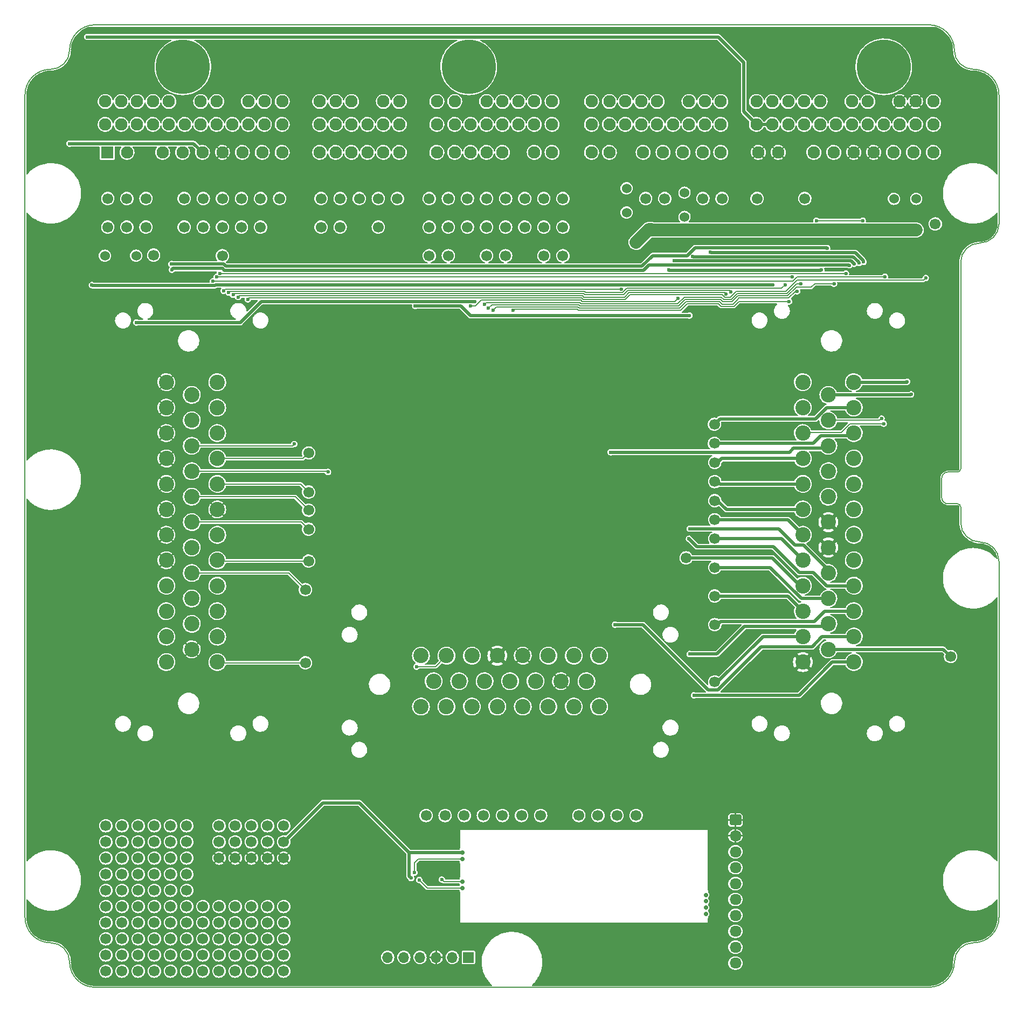
<source format=gbl>
%TF.GenerationSoftware,KiCad,Pcbnew,(5.99.0-12439-g94954386e6)*%
%TF.CreationDate,2021-10-03T01:37:18+03:00*%
%TF.ProjectId,proteus125honda,70726f74-6575-4733-9132-35686f6e6461,rev?*%
%TF.SameCoordinates,Original*%
%TF.FileFunction,Copper,L2,Bot*%
%TF.FilePolarity,Positive*%
%FSLAX46Y46*%
G04 Gerber Fmt 4.6, Leading zero omitted, Abs format (unit mm)*
G04 Created by KiCad (PCBNEW (5.99.0-12439-g94954386e6)) date 2021-10-03 01:37:18*
%MOMM*%
%LPD*%
G01*
G04 APERTURE LIST*
G04 Aperture macros list*
%AMRoundRect*
0 Rectangle with rounded corners*
0 $1 Rounding radius*
0 $2 $3 $4 $5 $6 $7 $8 $9 X,Y pos of 4 corners*
0 Add a 4 corners polygon primitive as box body*
4,1,4,$2,$3,$4,$5,$6,$7,$8,$9,$2,$3,0*
0 Add four circle primitives for the rounded corners*
1,1,$1+$1,$2,$3*
1,1,$1+$1,$4,$5*
1,1,$1+$1,$6,$7*
1,1,$1+$1,$8,$9*
0 Add four rect primitives between the rounded corners*
20,1,$1+$1,$2,$3,$4,$5,0*
20,1,$1+$1,$4,$5,$6,$7,0*
20,1,$1+$1,$6,$7,$8,$9,0*
20,1,$1+$1,$8,$9,$2,$3,0*%
G04 Aperture macros list end*
%TA.AperFunction,Profile*%
%ADD10C,0.200000*%
%TD*%
%TA.AperFunction,ComponentPad*%
%ADD11RoundRect,0.250000X-0.675000X0.600000X-0.675000X-0.600000X0.675000X-0.600000X0.675000X0.600000X0*%
%TD*%
%TA.AperFunction,ComponentPad*%
%ADD12O,1.850000X1.700000*%
%TD*%
%TA.AperFunction,ComponentPad*%
%ADD13C,1.700000*%
%TD*%
%TA.AperFunction,ComponentPad*%
%ADD14C,1.524000*%
%TD*%
%TA.AperFunction,ComponentPad*%
%ADD15C,0.599999*%
%TD*%
%TA.AperFunction,ComponentPad*%
%ADD16C,0.700000*%
%TD*%
%TA.AperFunction,SMDPad,CuDef*%
%ADD17R,0.250000X2.250000*%
%TD*%
%TA.AperFunction,SMDPad,CuDef*%
%ADD18R,0.250000X0.950000*%
%TD*%
%TA.AperFunction,SMDPad,CuDef*%
%ADD19R,0.250000X5.050000*%
%TD*%
%TA.AperFunction,SMDPad,CuDef*%
%ADD20R,0.250000X9.750000*%
%TD*%
%TA.AperFunction,SMDPad,CuDef*%
%ADD21R,39.250000X0.250000*%
%TD*%
%TA.AperFunction,SMDPad,CuDef*%
%ADD22R,0.250000X3.100000*%
%TD*%
%TA.AperFunction,ComponentPad*%
%ADD23R,1.700000X1.700000*%
%TD*%
%TA.AperFunction,ComponentPad*%
%ADD24O,1.700000X1.700000*%
%TD*%
%TA.AperFunction,ComponentPad*%
%ADD25C,2.400000*%
%TD*%
%TA.AperFunction,ComponentPad*%
%ADD26C,1.950000*%
%TD*%
%TA.AperFunction,ComponentPad*%
%ADD27R,1.950000X1.950000*%
%TD*%
%TA.AperFunction,ComponentPad*%
%ADD28C,8.500000*%
%TD*%
%TA.AperFunction,ViaPad*%
%ADD29C,0.600000*%
%TD*%
%TA.AperFunction,Conductor*%
%ADD30C,0.500000*%
%TD*%
%TA.AperFunction,Conductor*%
%ADD31C,2.000000*%
%TD*%
%TA.AperFunction,Conductor*%
%ADD32C,0.200000*%
%TD*%
G04 APERTURE END LIST*
D10*
X99000001Y-73500001D02*
G75*
G03*
X102000000Y-70500000I-1J3000000D01*
G01*
X248000000Y-97800000D02*
X248000000Y-77500000D01*
X101999996Y-213800002D02*
G75*
G03*
X105999998Y-217800000I4000000J2D01*
G01*
X106000000Y-66500000D02*
X237000000Y-66500000D01*
X244000002Y-210799998D02*
G75*
G03*
X248000000Y-206800000I0J3999998D01*
G01*
X241500000Y-141800000D02*
X240000000Y-141800000D01*
X106000000Y-217800000D02*
X237000000Y-217800000D01*
X239000003Y-140800003D02*
G75*
G03*
X240000000Y-141800000I999997J0D01*
G01*
X98999996Y-210799998D02*
G75*
G02*
X94999998Y-206800000I0J3999998D01*
G01*
X239000000Y-140800000D02*
X239000000Y-137800000D01*
X242000000Y-103800000D02*
G75*
G02*
X245000000Y-100800000I3000000J0D01*
G01*
X244000000Y-210800000D02*
G75*
G03*
X241000000Y-213800000I0J-3000000D01*
G01*
X101999997Y-70499999D02*
G75*
G02*
X106000000Y-66500000I4000001J-2D01*
G01*
X94999998Y-206800000D02*
X95000000Y-77500000D01*
X241000003Y-70499999D02*
G75*
G03*
X237000000Y-66500000I-4000001J-2D01*
G01*
X245000000Y-147800000D02*
G75*
G02*
X248000000Y-150800000I0J-3000000D01*
G01*
X240000000Y-136800000D02*
X241500000Y-136800000D01*
X98999998Y-210800000D02*
G75*
G02*
X101999998Y-213800000I0J-3000000D01*
G01*
X243999999Y-73500001D02*
G75*
G02*
X241000000Y-70500000I1J3000000D01*
G01*
X241500001Y-141799999D02*
G75*
G02*
X242000000Y-142300000I-1J-500000D01*
G01*
X241500001Y-136799999D02*
G75*
G03*
X242000000Y-136300000I0J499999D01*
G01*
X238999997Y-137799997D02*
G75*
G02*
X240000000Y-136800000I1000000J-3D01*
G01*
X242000000Y-136300000D02*
X242000000Y-103800000D01*
X242000000Y-144800000D02*
X242000000Y-142300000D01*
X245000000Y-100800000D02*
G75*
G03*
X248000000Y-97800000I0J3000000D01*
G01*
X241000002Y-213800002D02*
G75*
G02*
X237000000Y-217800000I-4000000J2D01*
G01*
X98999999Y-73500001D02*
G75*
G03*
X95000000Y-77500000I0J-3999999D01*
G01*
X242000000Y-144800000D02*
G75*
G03*
X245000000Y-147800000I3000000J0D01*
G01*
X248000000Y-206800000D02*
X248000000Y-150800000D01*
X244000001Y-73500001D02*
G75*
G02*
X248000000Y-77500000I0J-3999999D01*
G01*
D11*
%TO.P,J2,1,Pin_1*%
%TO.N,GND*%
X206600000Y-191500000D03*
D12*
%TO.P,J2,2,Pin_2*%
X206600000Y-194000000D03*
%TO.P,J2,3,Pin_3*%
%TO.N,/WBO_H-*%
X206600000Y-196500000D03*
%TO.P,J2,4,Pin_4*%
X206600000Y-199000000D03*
%TO.P,J2,5,Pin_5*%
%TO.N,/WBO_R_Trim*%
X206600000Y-201500000D03*
%TO.P,J2,6,Pin_6*%
%TO.N,/WBO_Ip*%
X206600000Y-204000000D03*
%TO.P,J2,7,Pin_7*%
%TO.N,/WBO_Vs{slash}Ip*%
X206600000Y-206500000D03*
%TO.P,J2,8,Pin_8*%
%TO.N,/WBO_Vs*%
X206600000Y-209000000D03*
%TO.P,J2,9,Pin_9*%
%TO.N,/12V_MR*%
X206600000Y-211500000D03*
%TO.P,J2,10,Pin_10*%
X206600000Y-214000000D03*
%TD*%
D13*
%TO.P,P69,1,Pin_1*%
%TO.N,Net-(BRD1-PadA28)*%
X203349999Y-147300000D03*
%TD*%
%TO.P,P12,1,Pin_1*%
%TO.N,Net-(J1-PadC4)*%
X167500000Y-93800000D03*
%TD*%
%TO.P,P51,1,Pin_1*%
%TO.N,Net-(J1-PadE25)*%
X126000000Y-102800000D03*
%TD*%
%TO.P,P86,1,Pin_1*%
%TO.N,Net-(BRD1-PadC27)*%
X139549999Y-133800000D03*
%TD*%
%TO.P,P32,1,Pin_1*%
%TO.N,Net-(J1-PadD3)*%
X147500000Y-93800000D03*
%TD*%
%TO.P,G7,1*%
%TO.N,Net-(G7-Pad1)*%
X115320000Y-202560000D03*
%TO.P,G7,2*%
%TO.N,Net-(G7-Pad12)*%
X115320000Y-200020000D03*
%TO.P,G7,3*%
%TO.N,Net-(G7-Pad13)*%
X115320000Y-197480000D03*
%TO.P,G7,4*%
%TO.N,Net-(G7-Pad14)*%
X115320000Y-194940000D03*
%TO.P,G7,5*%
%TO.N,Net-(G7-Pad10)*%
X115320000Y-192400000D03*
%TO.P,G7,6*%
%TO.N,Net-(G7-Pad1)*%
X117860000Y-202560000D03*
%TO.P,G7,7*%
%TO.N,Net-(G7-Pad12)*%
X117860000Y-200020000D03*
%TO.P,G7,8*%
%TO.N,Net-(G7-Pad13)*%
X117860000Y-197480000D03*
%TO.P,G7,9*%
%TO.N,Net-(G7-Pad14)*%
X117860000Y-194940000D03*
%TO.P,G7,10*%
%TO.N,Net-(G7-Pad10)*%
X117860000Y-192400000D03*
%TO.P,G7,11*%
%TO.N,Net-(G7-Pad1)*%
X120400000Y-202560000D03*
%TO.P,G7,12*%
%TO.N,Net-(G7-Pad12)*%
X120400000Y-200020000D03*
%TO.P,G7,13*%
%TO.N,Net-(G7-Pad13)*%
X120400000Y-197480000D03*
%TO.P,G7,14*%
%TO.N,Net-(G7-Pad14)*%
X120400000Y-194940000D03*
%TO.P,G7,15*%
%TO.N,Net-(G7-Pad10)*%
X120400000Y-192400000D03*
%TD*%
%TO.P,P79,1,Pin_1*%
%TO.N,Net-(BRD1-PadB6)*%
X176000000Y-190800000D03*
%TD*%
%TO.P,P40,1,Pin_1*%
%TO.N,Net-(J1-PadE1)*%
X135000000Y-93800000D03*
%TD*%
%TO.P,P80,1,Pin_1*%
%TO.N,Net-(BRD1-PadB15)*%
X188000000Y-190800000D03*
%TD*%
%TO.P,P50,1,Pin_1*%
%TO.N,Net-(J1-PadE23)*%
X132000000Y-98300000D03*
%TD*%
%TO.P,P24,1,Pin_1*%
%TO.N,Net-(J1-PadC16)*%
X179500000Y-102800000D03*
%TD*%
D14*
%TO.P,F2,1,1*%
%TO.N,Net-(F2-Pad1)*%
X231500000Y-93850000D03*
%TO.P,F2,2,2*%
%TO.N,/12V_MR*%
X231500000Y-98750000D03*
%TD*%
D15*
%TO.P,M2,V1,V5*%
%TO.N,/5V_SENSOR_2*%
X155656662Y-200637498D03*
%TO.P,M2,V2,CAN_VIO*%
%TO.N,Net-(M1-PadW2)*%
X156181662Y-199762496D03*
%TO.P,M2,V5,CAN_TX*%
%TO.N,Net-(M1-PadW4)*%
X156931660Y-200937500D03*
%TO.P,M2,V6,CAN_RX*%
%TO.N,Net-(M1-PadW3)*%
X160481661Y-200862497D03*
%TD*%
D13*
%TO.P,P71,1,Pin_1*%
%TO.N,Net-(BRD1-PadA26)*%
X203349999Y-156300000D03*
%TD*%
%TO.P,P60,1,Pin_1*%
%TO.N,Net-(BRD1-PadA3)*%
X203349999Y-160800000D03*
%TD*%
%TO.P,G2,1*%
%TO.N,Net-(G2-Pad1)*%
X107700000Y-202560000D03*
%TO.P,G2,2*%
%TO.N,Net-(G2-Pad12)*%
X107700000Y-200020000D03*
%TO.P,G2,3*%
%TO.N,Net-(G2-Pad13)*%
X107700000Y-197480000D03*
%TO.P,G2,4*%
%TO.N,Net-(G2-Pad14)*%
X107700000Y-194940000D03*
%TO.P,G2,5*%
%TO.N,Net-(G2-Pad10)*%
X107700000Y-192400000D03*
%TO.P,G2,6*%
%TO.N,Net-(G2-Pad1)*%
X110240000Y-202560000D03*
%TO.P,G2,7*%
%TO.N,Net-(G2-Pad12)*%
X110240000Y-200020000D03*
%TO.P,G2,8*%
%TO.N,Net-(G2-Pad13)*%
X110240000Y-197480000D03*
%TO.P,G2,9*%
%TO.N,Net-(G2-Pad14)*%
X110240000Y-194940000D03*
%TO.P,G2,10*%
%TO.N,Net-(G2-Pad10)*%
X110240000Y-192400000D03*
%TO.P,G2,11*%
%TO.N,Net-(G2-Pad1)*%
X112780000Y-202560000D03*
%TO.P,G2,12*%
%TO.N,Net-(G2-Pad12)*%
X112780000Y-200020000D03*
%TO.P,G2,13*%
%TO.N,Net-(G2-Pad13)*%
X112780000Y-197480000D03*
%TO.P,G2,14*%
%TO.N,Net-(G2-Pad14)*%
X112780000Y-194940000D03*
%TO.P,G2,15*%
%TO.N,Net-(G2-Pad10)*%
X112780000Y-192400000D03*
%TD*%
%TO.P,P83,1,Pin_1*%
%TO.N,Net-(BRD1-PadB21)*%
X173000000Y-190800000D03*
%TD*%
%TO.P,G5,1*%
%TO.N,GND*%
X135640000Y-197480000D03*
%TO.P,G5,2*%
X133100000Y-197480000D03*
%TO.P,G5,3*%
X130560000Y-197480000D03*
%TO.P,G5,4*%
X128020000Y-197480000D03*
%TO.P,G5,5*%
X125480000Y-197480000D03*
%TO.P,G5,6*%
%TO.N,/5V_SENSOR_2*%
X135640000Y-194940000D03*
%TO.P,G5,7*%
X133100000Y-194940000D03*
%TO.P,G5,8*%
X130560000Y-194940000D03*
%TO.P,G5,9*%
X128020000Y-194940000D03*
%TO.P,G5,10*%
X125480000Y-194940000D03*
%TO.P,G5,11*%
%TO.N,/12V_PROT*%
X135640000Y-192400000D03*
%TO.P,G5,12*%
X133100000Y-192400000D03*
%TO.P,G5,13*%
X130560000Y-192400000D03*
%TO.P,G5,14*%
X128020000Y-192400000D03*
%TO.P,G5,15*%
X125480000Y-192400000D03*
%TD*%
%TO.P,P16,1,Pin_1*%
%TO.N,Net-(J1-PadC8)*%
X179500000Y-98300000D03*
%TD*%
%TO.P,P11,1,Pin_1*%
%TO.N,Net-(J1-PadC3)*%
X170500000Y-93800000D03*
%TD*%
%TO.P,P65,1,Pin_1*%
%TO.N,Net-(BRD1-PadA32)*%
X203349999Y-135300000D03*
%TD*%
%TO.P,P19,1,Pin_1*%
%TO.N,Net-(J1-PadC11)*%
X170500000Y-98300000D03*
%TD*%
%TO.P,P78,1,Pin_1*%
%TO.N,Net-(BRD1-PadB7)*%
X185000000Y-190800000D03*
%TD*%
%TO.P,P66,1,Pin_1*%
%TO.N,Net-(BRD1-PadA31)*%
X203349999Y-138300000D03*
%TD*%
%TO.P,P21,1,Pin_1*%
%TO.N,Net-(J1-PadC13)*%
X164500000Y-98300000D03*
%TD*%
%TO.P,P1,1,Pin_1*%
%TO.N,Net-(J1-PadA10)*%
X238000000Y-97800000D03*
%TD*%
%TO.P,P82,1,Pin_1*%
%TO.N,Net-(BRD1-PadB22)*%
X182000000Y-190800000D03*
%TD*%
%TO.P,P38,1,Pin_1*%
%TO.N,Net-(J1-PadD12)*%
X141500000Y-98300000D03*
%TD*%
%TO.P,P94,1,Pin_1*%
%TO.N,Net-(BRD1-PadC20)*%
X139049999Y-155300000D03*
%TD*%
D14*
%TO.P,F1,1,1*%
%TO.N,Net-(F1-Pad1)*%
X235000000Y-93850000D03*
%TO.P,F1,2,2*%
%TO.N,/12V_MR*%
X235000000Y-98750000D03*
%TD*%
D13*
%TO.P,P73,1,Pin_1*%
%TO.N,Net-(BRD1-PadB11)*%
X158000000Y-190800000D03*
%TD*%
D14*
%TO.P,R2,1,1*%
%TO.N,Net-(J1-PadB10)*%
X198600000Y-92895000D03*
%TO.P,R2,2,2*%
%TO.N,/OUT_CHARGING_LIGHT*%
X198600000Y-96705000D03*
%TD*%
D13*
%TO.P,P81,1,Pin_1*%
%TO.N,Net-(BRD1-PadB8)*%
X191000000Y-190800000D03*
%TD*%
%TO.P,P29,1,Pin_1*%
%TO.N,Net-(J1-PadC21)*%
X161500000Y-102800000D03*
%TD*%
%TO.P,P9,1,Pin_1*%
%TO.N,Net-(J1-PadC1)*%
X179500000Y-93800000D03*
%TD*%
%TO.P,P53,1,Pin_1*%
%TO.N,Net-(J1-PadE27)*%
X120000000Y-98300000D03*
%TD*%
%TO.P,P27,1,Pin_1*%
%TO.N,Net-(J1-PadC19)*%
X170500000Y-102800000D03*
%TD*%
%TO.P,P37,1,Pin_1*%
%TO.N,Net-(J1-PadD10)*%
X144500000Y-98300000D03*
%TD*%
%TO.P,P43,1,Pin_1*%
%TO.N,Net-(J1-PadE12)*%
X129000000Y-98300000D03*
%TD*%
%TO.P,P44,1,Pin_1*%
%TO.N,Net-(J1-PadE13)*%
X126000000Y-93800000D03*
%TD*%
D16*
%TO.P,M1,E1,LSU_Un*%
%TO.N,/WBO_Vs*%
X201950000Y-206275000D03*
%TO.P,M1,E2,LSU_Vm*%
%TO.N,/WBO_Vs{slash}Ip*%
X201950000Y-205275000D03*
%TO.P,M1,E3,LSU_Ip*%
%TO.N,/WBO_Ip*%
X201950000Y-204275000D03*
%TO.P,M1,E4,LSU_Rtrim*%
%TO.N,/WBO_R_Trim*%
X201950000Y-203275000D03*
D17*
%TO.P,M1,G,GND*%
%TO.N,GND*%
X163325000Y-199400000D03*
D18*
X202325000Y-207400000D03*
D19*
X163325000Y-205350000D03*
D20*
X202325000Y-197750000D03*
D21*
X182825000Y-193000000D03*
X182825000Y-207750000D03*
D22*
X163325000Y-194425000D03*
D16*
%TO.P,M1,W1,V5_IN*%
%TO.N,/5V_SENSOR_2*%
X163700000Y-196625000D03*
%TO.P,M1,W2,CAN_VIO*%
%TO.N,Net-(M1-PadW2)*%
X163700000Y-197625000D03*
%TO.P,M1,W3,CAN_RX*%
%TO.N,Net-(M1-PadW3)*%
X163700000Y-201175000D03*
%TO.P,M1,W4,CAN_TX*%
%TO.N,Net-(M1-PadW4)*%
X163700000Y-202175000D03*
%TD*%
D13*
%TO.P,P3,1,Pin_1*%
%TO.N,Net-(J1-PadA31)*%
X210000000Y-93800000D03*
%TD*%
D23*
%TO.P,J3,1,Pin_1*%
%TO.N,Net-(J3-Pad1)*%
X164660000Y-213100000D03*
D24*
%TO.P,J3,2,Pin_2*%
%TO.N,Net-(J3-Pad2)*%
X162120000Y-213100000D03*
%TO.P,J3,3,Pin_3*%
%TO.N,GND*%
X159580000Y-213100000D03*
%TO.P,J3,4,Pin_4*%
%TO.N,Net-(J3-Pad4)*%
X157040000Y-213100000D03*
%TO.P,J3,5,Pin_5*%
%TO.N,Net-(J3-Pad5)*%
X154500000Y-213100000D03*
%TO.P,J3,6,Pin_6*%
%TO.N,N/C*%
X151960000Y-213100000D03*
%TD*%
D13*
%TO.P,P92,1,Pin_1*%
%TO.N,Net-(J1-PadE19)*%
X111000000Y-93800000D03*
%TD*%
%TO.P,P89,1,Pin_1*%
%TO.N,Net-(J1-PadB21)*%
X192500000Y-93800000D03*
%TD*%
%TO.P,P8,1,Pin_1*%
%TO.N,Net-(J1-PadB20)*%
X195500000Y-93800000D03*
%TD*%
%TO.P,P74,1,Pin_1*%
%TO.N,Net-(BRD1-PadB5)*%
X167000000Y-190800000D03*
%TD*%
%TO.P,P42,1,Pin_1*%
%TO.N,Net-(J1-PadE3)*%
X129000000Y-93800000D03*
%TD*%
%TO.P,P6,1,Pin_1*%
%TO.N,Net-(J1-PadB18)*%
X204500000Y-93800000D03*
%TD*%
%TO.P,P31,1,Pin_1*%
%TO.N,Net-(J1-PadD2)*%
X150500000Y-93800000D03*
%TD*%
%TO.P,P67,1,Pin_1*%
%TO.N,Net-(BRD1-PadA30)*%
X203349999Y-141300000D03*
%TD*%
%TO.P,P57,1,Pin_1*%
%TO.N,Net-(BRD1-PadA11)*%
X203300000Y-129300000D03*
%TD*%
%TO.P,P35,1,Pin_1*%
%TO.N,Net-(J1-PadD8)*%
X153500000Y-93800000D03*
%TD*%
%TO.P,P13,1,Pin_1*%
%TO.N,Net-(J1-PadC5)*%
X164500000Y-93800000D03*
%TD*%
%TO.P,P46,1,Pin_1*%
%TO.N,Net-(J1-PadE16)*%
X120000000Y-93800000D03*
%TD*%
%TO.P,P10,1,Pin_1*%
%TO.N,Net-(J1-PadC2)*%
X176500000Y-93800000D03*
%TD*%
%TO.P,P72,1,Pin_1*%
%TO.N,Net-(BRD1-PadA25)*%
X203349999Y-169800000D03*
%TD*%
%TO.P,P15,1,Pin_1*%
%TO.N,Net-(J1-PadC7)*%
X158500000Y-93800000D03*
%TD*%
%TO.P,P61,1,Pin_1*%
%TO.N,Net-(BRD1-PadA15)*%
X203349999Y-151800000D03*
%TD*%
%TO.P,P95,1,Pin_1*%
%TO.N,Net-(BRD1-PadC31)*%
X139549999Y-150800000D03*
%TD*%
%TO.P,P26,1,Pin_1*%
%TO.N,Net-(J1-PadC18)*%
X173500000Y-98300000D03*
%TD*%
%TO.P,P36,1,Pin_1*%
%TO.N,Net-(J1-PadD9)*%
X150500000Y-98300000D03*
%TD*%
%TO.P,G1,1*%
%TO.N,Net-(G1-Pad1)*%
X122940001Y-215260000D03*
%TO.P,G1,2*%
%TO.N,Net-(G1-Pad12)*%
X122940001Y-212720000D03*
%TO.P,G1,3*%
%TO.N,Net-(G1-Pad13)*%
X122940001Y-210180000D03*
%TO.P,G1,4*%
%TO.N,Net-(G1-Pad14)*%
X122940001Y-207640000D03*
%TO.P,G1,5*%
%TO.N,Net-(G1-Pad10)*%
X122940001Y-205100000D03*
%TO.P,G1,6*%
%TO.N,Net-(G1-Pad1)*%
X125480001Y-215260000D03*
%TO.P,G1,7*%
%TO.N,Net-(G1-Pad12)*%
X125480001Y-212720000D03*
%TO.P,G1,8*%
%TO.N,Net-(G1-Pad13)*%
X125480001Y-210180000D03*
%TO.P,G1,9*%
%TO.N,Net-(G1-Pad14)*%
X125480001Y-207640000D03*
%TO.P,G1,10*%
%TO.N,Net-(G1-Pad10)*%
X125480001Y-205100000D03*
%TO.P,G1,11*%
%TO.N,Net-(G1-Pad1)*%
X128020001Y-215260000D03*
%TO.P,G1,12*%
%TO.N,Net-(G1-Pad12)*%
X128020001Y-212720000D03*
%TO.P,G1,13*%
%TO.N,Net-(G1-Pad13)*%
X128020001Y-210180000D03*
%TO.P,G1,14*%
%TO.N,Net-(G1-Pad14)*%
X128020001Y-207640000D03*
%TO.P,G1,15*%
%TO.N,Net-(G1-Pad10)*%
X128020001Y-205100000D03*
%TD*%
%TO.P,P49,1,Pin_1*%
%TO.N,Net-(J1-PadE21)*%
X108000000Y-93800000D03*
%TD*%
%TO.P,P96,1,Pin_1*%
%TO.N,Net-(BRD1-PadC35)*%
X139049999Y-166800000D03*
%TD*%
%TO.P,G8,1*%
%TO.N,Net-(G8-Pad1)*%
X107700000Y-215260000D03*
%TO.P,G8,2*%
%TO.N,Net-(G8-Pad12)*%
X107700000Y-212720000D03*
%TO.P,G8,3*%
%TO.N,Net-(G8-Pad13)*%
X107700000Y-210180000D03*
%TO.P,G8,4*%
%TO.N,Net-(G8-Pad14)*%
X107700000Y-207640000D03*
%TO.P,G8,5*%
%TO.N,Net-(G8-Pad10)*%
X107700000Y-205100000D03*
%TO.P,G8,6*%
%TO.N,Net-(G8-Pad1)*%
X110240000Y-215260000D03*
%TO.P,G8,7*%
%TO.N,Net-(G8-Pad12)*%
X110240000Y-212720000D03*
%TO.P,G8,8*%
%TO.N,Net-(G8-Pad13)*%
X110240000Y-210180000D03*
%TO.P,G8,9*%
%TO.N,Net-(G8-Pad14)*%
X110240000Y-207640000D03*
%TO.P,G8,10*%
%TO.N,Net-(G8-Pad10)*%
X110240000Y-205100000D03*
%TO.P,G8,11*%
%TO.N,Net-(G8-Pad1)*%
X112780000Y-215260000D03*
%TO.P,G8,12*%
%TO.N,Net-(G8-Pad12)*%
X112780000Y-212720000D03*
%TO.P,G8,13*%
%TO.N,Net-(G8-Pad13)*%
X112780000Y-210180000D03*
%TO.P,G8,14*%
%TO.N,Net-(G8-Pad14)*%
X112780000Y-207640000D03*
%TO.P,G8,15*%
%TO.N,Net-(G8-Pad10)*%
X112780000Y-205100000D03*
%TD*%
%TO.P,P18,1,Pin_1*%
%TO.N,Net-(J1-PadC10)*%
X173500000Y-93800000D03*
%TD*%
%TO.P,P30,1,Pin_1*%
%TO.N,Net-(J1-PadC22)*%
X158500000Y-102800000D03*
%TD*%
%TO.P,P88,1,Pin_1*%
%TO.N,Net-(BRD1-PadC28)*%
X139549999Y-139950000D03*
%TD*%
%TO.P,G4,1*%
%TO.N,Net-(G4-Pad1)*%
X115320000Y-215259999D03*
%TO.P,G4,2*%
%TO.N,Net-(G4-Pad12)*%
X115320000Y-212719999D03*
%TO.P,G4,3*%
%TO.N,Net-(G4-Pad13)*%
X115320000Y-210179999D03*
%TO.P,G4,4*%
%TO.N,Net-(G4-Pad14)*%
X115320000Y-207639999D03*
%TO.P,G4,5*%
%TO.N,Net-(G4-Pad10)*%
X115320000Y-205099999D03*
%TO.P,G4,6*%
%TO.N,Net-(G4-Pad1)*%
X117860000Y-215259999D03*
%TO.P,G4,7*%
%TO.N,Net-(G4-Pad12)*%
X117860000Y-212719999D03*
%TO.P,G4,8*%
%TO.N,Net-(G4-Pad13)*%
X117860000Y-210179999D03*
%TO.P,G4,9*%
%TO.N,Net-(G4-Pad14)*%
X117860000Y-207639999D03*
%TO.P,G4,10*%
%TO.N,Net-(G4-Pad10)*%
X117860000Y-205099999D03*
%TO.P,G4,11*%
%TO.N,Net-(G4-Pad1)*%
X120400000Y-215259999D03*
%TO.P,G4,12*%
%TO.N,Net-(G4-Pad12)*%
X120400000Y-212719999D03*
%TO.P,G4,13*%
%TO.N,Net-(G4-Pad13)*%
X120400000Y-210179999D03*
%TO.P,G4,14*%
%TO.N,Net-(G4-Pad14)*%
X120400000Y-207639999D03*
%TO.P,G4,15*%
%TO.N,Net-(G4-Pad10)*%
X120400000Y-205099999D03*
%TD*%
%TO.P,P17,1,Pin_1*%
%TO.N,Net-(J1-PadC9)*%
X176500000Y-98300000D03*
%TD*%
%TO.P,P75,1,Pin_1*%
%TO.N,Net-(BRD1-PadB13)*%
X170000000Y-190800000D03*
%TD*%
%TO.P,P45,1,Pin_1*%
%TO.N,Net-(J1-PadE15)*%
X123000000Y-93800000D03*
%TD*%
%TO.P,P14,1,Pin_1*%
%TO.N,Net-(J1-PadC6)*%
X161500000Y-93800000D03*
%TD*%
D14*
%TO.P,R3,1,1*%
%TO.N,Net-(J1-PadB13)*%
X189500000Y-92195000D03*
%TO.P,R3,2,2*%
%TO.N,/OUT_ALTRN_CONTROL*%
X189500000Y-96005000D03*
%TD*%
D13*
%TO.P,P76,1,Pin_1*%
%TO.N,Net-(BRD1-PadB4)*%
X161000000Y-190800000D03*
%TD*%
%TO.P,P90,1,Pin_1*%
%TO.N,Net-(J1-PadE8)*%
X108000000Y-98300000D03*
%TD*%
%TO.P,P91,1,Pin_1*%
%TO.N,Net-(J1-PadE14)*%
X126000000Y-98300000D03*
%TD*%
%TO.P,P58,1,Pin_1*%
%TO.N,Net-(BRD1-PadA13)*%
X240400000Y-165800000D03*
%TD*%
%TO.P,P20,1,Pin_1*%
%TO.N,Net-(J1-PadC12)*%
X167500000Y-98300000D03*
%TD*%
D25*
%TO.P,BRD1,A1,HS2*%
%TO.N,/OUT_VTC*%
X225200000Y-166675000D03*
%TO.P,BRD1,A2,HS1*%
%TO.N,/OUT_VTS*%
X225200000Y-162675000D03*
%TO.P,BRD1,A3,LS1*%
%TO.N,Net-(BRD1-PadA3)*%
X225200000Y-158675000D03*
%TO.P,BRD1,A4,LS3*%
%TO.N,/OUT_CHARGING_LIGHT*%
X225200000Y-154675000D03*
%TO.P,BRD1,A5,LS5*%
%TO.N,/OUT_INJ4*%
X225200000Y-150675000D03*
%TO.P,BRD1,A6,LS6*%
%TO.N,/OUT_INJ3*%
X225200000Y-146675000D03*
%TO.P,BRD1,A7,LS7*%
%TO.N,/OUT_INJ2*%
X225200000Y-142675000D03*
%TO.P,BRD1,A8,LS9*%
%TO.N,/OUT_MAIN*%
X225200000Y-138675000D03*
%TO.P,BRD1,A9,LS11*%
%TO.N,/OUT_FUEL_PUMP*%
X225200000Y-134675000D03*
%TO.P,BRD1,A10,LS13*%
%TO.N,Net-(BRD1-PadA10)*%
X225200000Y-130675000D03*
%TO.P,BRD1,A11,LS14*%
%TO.N,Net-(BRD1-PadA11)*%
X225200000Y-126675000D03*
%TO.P,BRD1,A12,LS15*%
%TO.N,/OUT_IAC*%
X225200000Y-122675000D03*
%TO.P,BRD1,A13,HS3*%
%TO.N,Net-(BRD1-PadA13)*%
X221200000Y-164675000D03*
%TO.P,BRD1,A14,HS4*%
%TO.N,/OUT_ALTRN_CONTROL*%
X221200000Y-160675000D03*
%TO.P,BRD1,A15,LS2*%
%TO.N,Net-(BRD1-PadA15)*%
X221200000Y-156675000D03*
%TO.P,BRD1,A16,LS4*%
%TO.N,/OUT_ETB_RELAY*%
X221200000Y-152675000D03*
%TO.P,BRD1,A17,GND*%
%TO.N,GND*%
X221200000Y-148675000D03*
%TO.P,BRD1,A18,GND*%
X221200000Y-144675000D03*
%TO.P,BRD1,A19,LS8*%
%TO.N,/OUT_INJ1*%
X221200000Y-140675000D03*
%TO.P,BRD1,A20,LS10*%
%TO.N,/OUT_CHECK_ENGINE*%
X221200000Y-136675000D03*
%TO.P,BRD1,A21,LS12*%
%TO.N,/OUT_MCS*%
X221200000Y-132675000D03*
%TO.P,BRD1,A22,IGN3*%
%TO.N,/OUT_IGN3*%
X221200000Y-128675000D03*
%TO.P,BRD1,A23,LS16*%
%TO.N,/OUT_IMRC*%
X221200000Y-124675000D03*
%TO.P,BRD1,A24,GND*%
%TO.N,GND*%
X217200000Y-166675000D03*
%TO.P,BRD1,A25,IGN12*%
%TO.N,Net-(BRD1-PadA25)*%
X217200000Y-162675000D03*
%TO.P,BRD1,A26,IGN11*%
%TO.N,Net-(BRD1-PadA26)*%
X217200000Y-158675000D03*
%TO.P,BRD1,A27,IGN10*%
%TO.N,Net-(BRD1-PadA27)*%
X217200000Y-154675000D03*
%TO.P,BRD1,A28,IGN9*%
%TO.N,Net-(BRD1-PadA28)*%
X217200000Y-150675000D03*
%TO.P,BRD1,A29,IGN8*%
%TO.N,Net-(BRD1-PadA29)*%
X217200000Y-146675000D03*
%TO.P,BRD1,A30,IGN7*%
%TO.N,Net-(BRD1-PadA30)*%
X217200000Y-142675000D03*
%TO.P,BRD1,A31,IGN6*%
%TO.N,Net-(BRD1-PadA31)*%
X217200000Y-138675000D03*
%TO.P,BRD1,A32,IGN5*%
%TO.N,Net-(BRD1-PadA32)*%
X217200000Y-134675000D03*
%TO.P,BRD1,A33,IGN4*%
%TO.N,/OUT_IGN4*%
X217200000Y-130675000D03*
%TO.P,BRD1,A34,IGN2*%
%TO.N,/OUT_IGN2*%
X217200000Y-126675000D03*
%TO.P,BRD1,A35,IGN1*%
%TO.N,/OUT_IGN1*%
X217200000Y-122675000D03*
%TO.P,BRD1,B1,D2*%
%TO.N,/IN_CRANK*%
X157200000Y-173675000D03*
%TO.P,BRD1,B2,D3*%
%TO.N,/IN_VSS*%
X161200000Y-173675000D03*
%TO.P,BRD1,B3,D4*%
%TO.N,/IN_CAM1*%
X165200000Y-173675000D03*
%TO.P,BRD1,B4,VR2+*%
%TO.N,Net-(BRD1-PadB4)*%
X169200000Y-173675000D03*
%TO.P,BRD1,B5,VR1+*%
%TO.N,Net-(BRD1-PadB5)*%
X173200000Y-173675000D03*
%TO.P,BRD1,B6,ETB1-*%
%TO.N,Net-(BRD1-PadB6)*%
X177200000Y-173675000D03*
%TO.P,BRD1,B7,ETB1+*%
%TO.N,Net-(BRD1-PadB7)*%
X181200000Y-173675000D03*
%TO.P,BRD1,B8,ETB2-*%
%TO.N,Net-(BRD1-PadB8)*%
X185200000Y-173675000D03*
%TO.P,BRD1,B9,D5*%
%TO.N,/IN_VTPSW*%
X159200000Y-169675000D03*
%TO.P,BRD1,B10,D1*%
%TO.N,/IN_CAM2*%
X163200000Y-169675000D03*
%TO.P,BRD1,B11,D6*%
%TO.N,Net-(BRD1-PadB11)*%
X167200000Y-169675000D03*
%TO.P,BRD1,B12,VR2-*%
%TO.N,Net-(BRD1-PadB12)*%
X171200000Y-169675000D03*
%TO.P,BRD1,B13,VR1-*%
%TO.N,Net-(BRD1-PadB13)*%
X175200000Y-169675000D03*
%TO.P,BRD1,B14,GND*%
%TO.N,GND*%
X179200000Y-169675000D03*
%TO.P,BRD1,B15,ETB2+*%
%TO.N,Net-(BRD1-PadB15)*%
X183200000Y-169675000D03*
%TO.P,BRD1,B16,CAN-*%
%TO.N,/CAN_L*%
X157200000Y-165675000D03*
%TO.P,BRD1,B17,CAN+*%
%TO.N,/CAN_H*%
X161200000Y-165675000D03*
%TO.P,BRD1,B18,12V_IGN*%
%TO.N,/IN_VIGN*%
X165200000Y-165675000D03*
%TO.P,BRD1,B19,GND*%
%TO.N,GND*%
X169200000Y-165675000D03*
%TO.P,BRD1,B20,GND*%
X173200000Y-165675000D03*
%TO.P,BRD1,B21,CAN2-*%
%TO.N,Net-(BRD1-PadB21)*%
X177200000Y-165675000D03*
%TO.P,BRD1,B22,CAN2+*%
%TO.N,Net-(BRD1-PadB22)*%
X181200000Y-165675000D03*
%TO.P,BRD1,B23,12V_MR*%
%TO.N,/12V_MR*%
X185200000Y-165675000D03*
%TO.P,BRD1,C1,GND_SENS*%
%TO.N,GND*%
X117200000Y-122675000D03*
%TO.P,BRD1,C2,GND_SENS*%
X117200000Y-126675000D03*
%TO.P,BRD1,C3,GND_SENS*%
X117200000Y-130675000D03*
%TO.P,BRD1,C4,GND_SENS*%
X117200000Y-134675000D03*
%TO.P,BRD1,C5,GND_SENS*%
X117200000Y-138675000D03*
%TO.P,BRD1,C6,GND_SENS*%
X117200000Y-142675000D03*
%TO.P,BRD1,C7,GND_SENS*%
X117200000Y-146675000D03*
%TO.P,BRD1,C8,GND_SENS*%
X117200000Y-150675000D03*
%TO.P,BRD1,C9,5V_1*%
%TO.N,/5V_SENSOR_1*%
X117200000Y-154675000D03*
%TO.P,BRD1,C10,5V_2*%
%TO.N,/5V_SENSOR_2*%
X117200000Y-158675000D03*
%TO.P,BRD1,C11,12V_PROT*%
%TO.N,/12V_PROT*%
X117200000Y-162675000D03*
%TO.P,BRD1,C12,12V_PROT*%
X117200000Y-166675000D03*
%TO.P,BRD1,C13,AV1*%
%TO.N,/IN_PPS2*%
X121200000Y-124675000D03*
%TO.P,BRD1,C14,AV3*%
%TO.N,/IN_TPS*%
X121200000Y-128675000D03*
%TO.P,BRD1,C15,AV5*%
%TO.N,/IN_BRAKE*%
X121200000Y-132675000D03*
%TO.P,BRD1,C16,AV7*%
%TO.N,Net-(BRD1-PadC16)*%
X121200000Y-136675000D03*
%TO.P,BRD1,C17,AV9*%
%TO.N,Net-(BRD1-PadC17)*%
X121200000Y-140675000D03*
%TO.P,BRD1,C18,AV11*%
%TO.N,Net-(BRD1-PadC18)*%
X121200000Y-144675000D03*
%TO.P,BRD1,C19,AT1*%
%TO.N,/IN_IAT*%
X121200000Y-148675000D03*
%TO.P,BRD1,C20,AT3*%
%TO.N,Net-(BRD1-PadC20)*%
X121200000Y-152675000D03*
%TO.P,BRD1,C21,5V_1*%
%TO.N,/5V_SENSOR_1*%
X121200000Y-156675000D03*
%TO.P,BRD1,C22,5V_2*%
%TO.N,/5V_SENSOR_2*%
X121200000Y-160675000D03*
%TO.P,BRD1,C23,GND_SENS*%
%TO.N,GND*%
X121200000Y-164675000D03*
%TO.P,BRD1,C24,AV2*%
%TO.N,/IN_PPS1*%
X125200000Y-122675000D03*
%TO.P,BRD1,C25,AV4*%
%TO.N,/IN_MRC*%
X125200000Y-126675000D03*
%TO.P,BRD1,C26,AV6*%
%TO.N,/IN_MAP*%
X125200000Y-130675000D03*
%TO.P,BRD1,C27,AV8*%
%TO.N,Net-(BRD1-PadC27)*%
X125200000Y-134675000D03*
%TO.P,BRD1,C28,AV10*%
%TO.N,Net-(BRD1-PadC28)*%
X125200000Y-138675000D03*
%TO.P,BRD1,C29,GND_SENS*%
%TO.N,GND*%
X125200000Y-142675000D03*
%TO.P,BRD1,C30,AT2*%
%TO.N,/IN_CLT*%
X125200000Y-146675000D03*
%TO.P,BRD1,C31,AT4*%
%TO.N,Net-(BRD1-PadC31)*%
X125200000Y-150675000D03*
%TO.P,BRD1,C32,5V_1*%
%TO.N,/5V_SENSOR_1*%
X125200000Y-154675000D03*
%TO.P,BRD1,C33,5V_2*%
%TO.N,/5V_SENSOR_2*%
X125200000Y-158675000D03*
%TO.P,BRD1,C34,KNOCK1*%
%TO.N,/IN_KNOCK*%
X125200000Y-162675000D03*
%TO.P,BRD1,C35,KNOCK2*%
%TO.N,Net-(BRD1-PadC35)*%
X125200000Y-166675000D03*
%TD*%
D13*
%TO.P,P87,1,Pin_1*%
%TO.N,Net-(BRD1-PadC17)*%
X139549999Y-142800000D03*
%TD*%
%TO.P,P7,1,Pin_1*%
%TO.N,Net-(J1-PadB19)*%
X201500000Y-93800000D03*
%TD*%
%TO.P,P55,1,Pin_1*%
%TO.N,Net-(J1-PadE30)*%
X115200000Y-102700000D03*
%TD*%
%TO.P,P77,1,Pin_1*%
%TO.N,Net-(BRD1-PadB12)*%
X164000000Y-190800000D03*
%TD*%
%TO.P,P52,1,Pin_1*%
%TO.N,Net-(J1-PadE26)*%
X123000000Y-98300000D03*
%TD*%
%TO.P,P25,1,Pin_1*%
%TO.N,Net-(J1-PadC17)*%
X176500000Y-102800000D03*
%TD*%
%TO.P,P93,1,Pin_1*%
%TO.N,Net-(BRD1-PadC18)*%
X139549999Y-145800000D03*
%TD*%
%TO.P,P70,1,Pin_1*%
%TO.N,Net-(BRD1-PadA27)*%
X198849999Y-150300000D03*
%TD*%
%TO.P,P22,1,Pin_1*%
%TO.N,Net-(J1-PadC14)*%
X161500000Y-98300000D03*
%TD*%
%TO.P,P2,1,Pin_1*%
%TO.N,Net-(J1-PadA28)*%
X217500000Y-93800000D03*
%TD*%
D14*
%TO.P,F3,1,1*%
%TO.N,Net-(F3-Pad1)*%
X107550000Y-102800000D03*
%TO.P,F3,2,2*%
%TO.N,/IN_VIGN*%
X112450000Y-102800000D03*
%TD*%
D13*
%TO.P,P34,1,Pin_1*%
%TO.N,Net-(J1-PadD6)*%
X141500000Y-93800000D03*
%TD*%
%TO.P,P28,1,Pin_1*%
%TO.N,Net-(J1-PadC20)*%
X167500000Y-102800000D03*
%TD*%
%TO.P,P41,1,Pin_1*%
%TO.N,Net-(J1-PadE2)*%
X132000000Y-93800000D03*
%TD*%
D26*
%TO.P,J1,A1,A1*%
%TO.N,/IN_KNOCK*%
X237700000Y-86550000D03*
%TO.P,J1,A2,A2*%
%TO.N,Net-(F1-Pad1)*%
X234570000Y-86550000D03*
%TO.P,J1,A3,A3*%
%TO.N,Net-(F2-Pad1)*%
X231440000Y-86550000D03*
%TO.P,J1,A4,A4*%
%TO.N,GND*%
X228310000Y-86550000D03*
%TO.P,J1,A5,A5*%
X225180000Y-86550000D03*
%TO.P,J1,A6,A6*%
%TO.N,/IN_CAM2*%
X222050000Y-86550000D03*
%TO.P,J1,A7,A7*%
%TO.N,/IN_CRANK*%
X218920000Y-86550000D03*
%TO.P,J1,A8,A8*%
%TO.N,GND*%
X213330000Y-86550000D03*
%TO.P,J1,A9,A9*%
X210200000Y-86550000D03*
%TO.P,J1,A10,A10*%
%TO.N,Net-(J1-PadA10)*%
X237700000Y-82150000D03*
%TO.P,J1,A11,A11*%
%TO.N,/OUT_IMRC*%
X234900000Y-82150000D03*
%TO.P,J1,A12,A12*%
%TO.N,/OUT_IAC*%
X232400000Y-82150000D03*
%TO.P,J1,A13,A13*%
%TO.N,/OUT_IGN4*%
X229900000Y-82150000D03*
%TO.P,J1,A14,A14*%
%TO.N,/OUT_IGN3*%
X227400000Y-82150000D03*
%TO.P,J1,A15,A15*%
%TO.N,/OUT_IGN2*%
X224900000Y-82150000D03*
%TO.P,J1,A16,A16*%
%TO.N,/OUT_IGN1*%
X222400000Y-82150000D03*
%TO.P,J1,A17,A17*%
%TO.N,N/C*%
X219900000Y-82150000D03*
%TO.P,J1,A18,A18*%
%TO.N,/IN_VSS*%
X217400000Y-82150000D03*
%TO.P,J1,A19,A19*%
%TO.N,/IN_CAM1*%
X214900000Y-82150000D03*
%TO.P,J1,A20,A20*%
%TO.N,/5V_SENSOR_1*%
X212400000Y-82150000D03*
%TO.P,J1,A21,A21*%
X209900000Y-82150000D03*
%TO.P,J1,A22,A22*%
%TO.N,N/C*%
X237700000Y-78550000D03*
%TO.P,J1,A23,A23*%
%TO.N,GND*%
X234900000Y-78550000D03*
%TO.P,J1,A24,A24*%
X232400000Y-78550000D03*
%TO.P,J1,A25,A25*%
%TO.N,/IN_PPS2*%
X227400000Y-78550000D03*
%TO.P,J1,A26,A26*%
%TO.N,/IN_PPS1*%
X224900000Y-78550000D03*
%TO.P,J1,A27,A27*%
%TO.N,N/C*%
X219900000Y-78550000D03*
%TO.P,J1,A28,A28*%
%TO.N,Net-(J1-PadA28)*%
X217400000Y-78550000D03*
%TO.P,J1,A29,A29*%
%TO.N,/IN_TPS*%
X214900000Y-78550000D03*
%TO.P,J1,A30,A30*%
%TO.N,/IN_MAP*%
X212400000Y-78550000D03*
%TO.P,J1,A31,A31*%
%TO.N,Net-(J1-PadA31)*%
X209900000Y-78550000D03*
%TO.P,J1,B1,B1*%
%TO.N,/OUT_VTC*%
X204300000Y-86550000D03*
%TO.P,J1,B2,B2*%
%TO.N,/OUT_INJ4*%
X201500000Y-86550000D03*
%TO.P,J1,B3,B3*%
%TO.N,/OUT_INJ3*%
X198370000Y-86550000D03*
%TO.P,J1,B4,B4*%
%TO.N,/OUT_INJ2*%
X195240000Y-86550000D03*
%TO.P,J1,B5,B5*%
%TO.N,/OUT_INJ1*%
X192110000Y-86550000D03*
%TO.P,J1,B6,B6*%
%TO.N,/OUT_VTS*%
X186800000Y-86550000D03*
%TO.P,J1,B7,B7*%
%TO.N,N/C*%
X184000000Y-86550000D03*
%TO.P,J1,B8,B8*%
%TO.N,/IN_CLT*%
X204300000Y-82150000D03*
%TO.P,J1,B9,B9*%
%TO.N,N/C*%
X201800000Y-82150000D03*
%TO.P,J1,B10,B10*%
%TO.N,Net-(J1-PadB10)*%
X199300000Y-82150000D03*
%TO.P,J1,B11,B11*%
%TO.N,/IN_VTPSW*%
X196800000Y-82150000D03*
%TO.P,J1,B12,B12*%
%TO.N,N/C*%
X194300000Y-82150000D03*
%TO.P,J1,B13,B13*%
%TO.N,Net-(J1-PadB13)*%
X191800000Y-82150000D03*
%TO.P,J1,B14,B14*%
%TO.N,N/C*%
X189300000Y-82150000D03*
%TO.P,J1,B15,B15*%
%TO.N,/OUT_MCS*%
X186800000Y-82150000D03*
%TO.P,J1,B16,B16*%
%TO.N,N/C*%
X184000000Y-82150000D03*
%TO.P,J1,B17,B17*%
%TO.N,/IN_IAT*%
X204300000Y-78550000D03*
%TO.P,J1,B18,B18*%
%TO.N,Net-(J1-PadB18)*%
X201800000Y-78550000D03*
%TO.P,J1,B19,B19*%
%TO.N,Net-(J1-PadB19)*%
X199300000Y-78550000D03*
%TO.P,J1,B20,B20*%
%TO.N,Net-(J1-PadB20)*%
X194300000Y-78550000D03*
%TO.P,J1,B21,B21*%
%TO.N,Net-(J1-PadB21)*%
X191800000Y-78550000D03*
%TO.P,J1,B22,B22*%
%TO.N,/IN_MRC*%
X189300000Y-78550000D03*
%TO.P,J1,B23,B23*%
%TO.N,N/C*%
X186800000Y-78550000D03*
%TO.P,J1,B24,B24*%
X184000000Y-78550000D03*
%TO.P,J1,C1,C1*%
%TO.N,Net-(J1-PadC1)*%
X177800000Y-86550000D03*
%TO.P,J1,C2,C2*%
%TO.N,Net-(J1-PadC2)*%
X175000000Y-86550000D03*
%TO.P,J1,C3,C3*%
%TO.N,Net-(J1-PadC3)*%
X170000000Y-86550000D03*
%TO.P,J1,C4,C4*%
%TO.N,Net-(J1-PadC4)*%
X167500000Y-86550000D03*
%TO.P,J1,C5,C5*%
%TO.N,Net-(J1-PadC5)*%
X165000000Y-86550000D03*
%TO.P,J1,C6,C6*%
%TO.N,Net-(J1-PadC6)*%
X162500000Y-86550000D03*
%TO.P,J1,C7,C7*%
%TO.N,Net-(J1-PadC7)*%
X159700000Y-86550000D03*
%TO.P,J1,C8,C8*%
%TO.N,Net-(J1-PadC8)*%
X177800000Y-82150000D03*
%TO.P,J1,C9,C9*%
%TO.N,Net-(J1-PadC9)*%
X175000000Y-82150000D03*
%TO.P,J1,C10,C10*%
%TO.N,Net-(J1-PadC10)*%
X172500000Y-82150000D03*
%TO.P,J1,C11,C11*%
%TO.N,Net-(J1-PadC11)*%
X170000000Y-82150000D03*
%TO.P,J1,C12,C12*%
%TO.N,Net-(J1-PadC12)*%
X167500000Y-82150000D03*
%TO.P,J1,C13,C13*%
%TO.N,Net-(J1-PadC13)*%
X165000000Y-82150000D03*
%TO.P,J1,C14,C14*%
%TO.N,Net-(J1-PadC14)*%
X162500000Y-82150000D03*
%TO.P,J1,C15,C15*%
%TO.N,Net-(J1-PadC15)*%
X159700000Y-82150000D03*
%TO.P,J1,C16,C16*%
%TO.N,Net-(J1-PadC16)*%
X177800000Y-78550000D03*
%TO.P,J1,C17,C17*%
%TO.N,Net-(J1-PadC17)*%
X175000000Y-78550000D03*
%TO.P,J1,C18,C18*%
%TO.N,Net-(J1-PadC18)*%
X172500000Y-78550000D03*
%TO.P,J1,C19,C19*%
%TO.N,Net-(J1-PadC19)*%
X170000000Y-78550000D03*
%TO.P,J1,C20,C20*%
%TO.N,Net-(J1-PadC20)*%
X167500000Y-78550000D03*
%TO.P,J1,C21,C21*%
%TO.N,Net-(J1-PadC21)*%
X162500000Y-78550000D03*
%TO.P,J1,C22,C22*%
%TO.N,Net-(J1-PadC22)*%
X159700000Y-78550000D03*
%TO.P,J1,D1,D1*%
%TO.N,N/C*%
X153800000Y-86550000D03*
%TO.P,J1,D2,D2*%
%TO.N,Net-(J1-PadD2)*%
X151300000Y-86550000D03*
%TO.P,J1,D3,D3*%
%TO.N,Net-(J1-PadD3)*%
X148800000Y-86550000D03*
%TO.P,J1,D4,D4*%
%TO.N,N/C*%
X146300000Y-86550000D03*
%TO.P,J1,D5,D5*%
%TO.N,Net-(J1-PadD5)*%
X143800000Y-86550000D03*
%TO.P,J1,D6,D6*%
%TO.N,Net-(J1-PadD6)*%
X141300000Y-86550000D03*
%TO.P,J1,D7,D7*%
%TO.N,N/C*%
X153800000Y-82150000D03*
%TO.P,J1,D8,D8*%
%TO.N,Net-(J1-PadD8)*%
X151300000Y-82150000D03*
%TO.P,J1,D9,D9*%
%TO.N,Net-(J1-PadD9)*%
X148800000Y-82150000D03*
%TO.P,J1,D10,D10*%
%TO.N,Net-(J1-PadD10)*%
X146300000Y-82150000D03*
%TO.P,J1,D11,D11*%
%TO.N,N/C*%
X143800000Y-82150000D03*
%TO.P,J1,D12,D12*%
%TO.N,Net-(J1-PadD12)*%
X141300000Y-82150000D03*
%TO.P,J1,D13,D13*%
%TO.N,N/C*%
X153800000Y-78550000D03*
%TO.P,J1,D14,D14*%
X151300000Y-78550000D03*
%TO.P,J1,D15,D15*%
%TO.N,/OUT_ETB_RELAY*%
X146300000Y-78550000D03*
%TO.P,J1,D16,D16*%
%TO.N,N/C*%
X143800000Y-78550000D03*
%TO.P,J1,D17,D17*%
X141300000Y-78550000D03*
%TO.P,J1,E1,E1*%
%TO.N,Net-(J1-PadE1)*%
X135400000Y-86550000D03*
%TO.P,J1,E2,E2*%
%TO.N,Net-(J1-PadE2)*%
X132270000Y-86550000D03*
%TO.P,J1,E3,E3*%
%TO.N,Net-(J1-PadE3)*%
X129140000Y-86550000D03*
%TO.P,J1,E4,E4*%
%TO.N,GND*%
X126010000Y-86550000D03*
%TO.P,J1,E5,E5*%
%TO.N,/5V_SENSOR_1*%
X122880000Y-86550000D03*
%TO.P,J1,E6,E6*%
%TO.N,N/C*%
X119750000Y-86550000D03*
%TO.P,J1,E7,E7*%
%TO.N,/OUT_MAIN*%
X116620000Y-86550000D03*
%TO.P,J1,E8,E8*%
%TO.N,Net-(J1-PadE8)*%
X111030000Y-86550000D03*
D27*
%TO.P,J1,E9,E9*%
%TO.N,Net-(F3-Pad1)*%
X107900000Y-86550000D03*
D26*
%TO.P,J1,E10,E10*%
%TO.N,N/C*%
X135400000Y-82150000D03*
%TO.P,J1,E11,E11*%
%TO.N,/CAN_H*%
X132600000Y-82150000D03*
%TO.P,J1,E12,E12*%
%TO.N,Net-(J1-PadE12)*%
X130100000Y-82150000D03*
%TO.P,J1,E13,E13*%
%TO.N,Net-(J1-PadE13)*%
X127600000Y-82150000D03*
%TO.P,J1,E14,E14*%
%TO.N,Net-(J1-PadE14)*%
X125100000Y-82150000D03*
%TO.P,J1,E15,E15*%
%TO.N,Net-(J1-PadE15)*%
X122600000Y-82150000D03*
%TO.P,J1,E16,E16*%
%TO.N,Net-(J1-PadE16)*%
X120100000Y-82150000D03*
%TO.P,J1,E17,E17*%
%TO.N,/OUT_FUEL_PUMP*%
X117600000Y-82150000D03*
%TO.P,J1,E18,E18*%
%TO.N,Net-(J1-PadE18)*%
X115100000Y-82150000D03*
%TO.P,J1,E19,E19*%
%TO.N,Net-(J1-PadE19)*%
X112600000Y-82150000D03*
%TO.P,J1,E20,E20*%
%TO.N,Net-(J1-PadE20)*%
X110100000Y-82150000D03*
%TO.P,J1,E21,E21*%
%TO.N,Net-(J1-PadE21)*%
X107600000Y-82150000D03*
%TO.P,J1,E22,E22*%
%TO.N,/IN_BRAKE*%
X135400000Y-78550000D03*
%TO.P,J1,E23,E23*%
%TO.N,Net-(J1-PadE23)*%
X132600000Y-78550000D03*
%TO.P,J1,E24,E24*%
%TO.N,/CAN_L*%
X130100000Y-78550000D03*
%TO.P,J1,E25,E25*%
%TO.N,Net-(J1-PadE25)*%
X125100000Y-78550000D03*
%TO.P,J1,E26,E26*%
%TO.N,Net-(J1-PadE26)*%
X122600000Y-78550000D03*
%TO.P,J1,E27,E27*%
%TO.N,Net-(J1-PadE27)*%
X117600000Y-78550000D03*
%TO.P,J1,E28,E28*%
%TO.N,N/C*%
X115100000Y-78550000D03*
%TO.P,J1,E29,E29*%
%TO.N,Net-(J1-PadE29)*%
X112600000Y-78550000D03*
%TO.P,J1,E30,E30*%
%TO.N,Net-(J1-PadE30)*%
X110100000Y-78550000D03*
%TO.P,J1,E31,E31*%
%TO.N,/OUT_CHECK_ENGINE*%
X107600000Y-78550000D03*
D28*
%TO.P,J1,MH1*%
%TO.N,N/C*%
X119800000Y-73100000D03*
%TO.P,J1,MH2*%
X164700000Y-73100000D03*
%TO.P,J1,MH3*%
X229900000Y-73100000D03*
%TD*%
D13*
%TO.P,P68,1,Pin_1*%
%TO.N,Net-(BRD1-PadA29)*%
X203349999Y-144300000D03*
%TD*%
%TO.P,P54,1,Pin_1*%
%TO.N,Net-(J1-PadE29)*%
X114000000Y-98300000D03*
%TD*%
%TO.P,G3,1*%
%TO.N,Net-(G3-Pad1)*%
X130560000Y-215259999D03*
%TO.P,G3,2*%
%TO.N,Net-(G3-Pad12)*%
X130560000Y-212719999D03*
%TO.P,G3,3*%
%TO.N,Net-(G3-Pad13)*%
X130560000Y-210179999D03*
%TO.P,G3,4*%
%TO.N,Net-(G3-Pad14)*%
X130560000Y-207639999D03*
%TO.P,G3,5*%
%TO.N,Net-(G3-Pad10)*%
X130560000Y-205099999D03*
%TO.P,G3,6*%
%TO.N,Net-(G3-Pad1)*%
X133100000Y-215259999D03*
%TO.P,G3,7*%
%TO.N,Net-(G3-Pad12)*%
X133100000Y-212719999D03*
%TO.P,G3,8*%
%TO.N,Net-(G3-Pad13)*%
X133100000Y-210179999D03*
%TO.P,G3,9*%
%TO.N,Net-(G3-Pad14)*%
X133100000Y-207639999D03*
%TO.P,G3,10*%
%TO.N,Net-(G3-Pad10)*%
X133100000Y-205099999D03*
%TO.P,G3,11*%
%TO.N,Net-(G3-Pad1)*%
X135640000Y-215259999D03*
%TO.P,G3,12*%
%TO.N,Net-(G3-Pad12)*%
X135640000Y-212719999D03*
%TO.P,G3,13*%
%TO.N,Net-(G3-Pad13)*%
X135640000Y-210179999D03*
%TO.P,G3,14*%
%TO.N,Net-(G3-Pad14)*%
X135640000Y-207639999D03*
%TO.P,G3,15*%
%TO.N,Net-(G3-Pad10)*%
X135640000Y-205099999D03*
%TD*%
%TO.P,P48,1,Pin_1*%
%TO.N,Net-(J1-PadE20)*%
X111000000Y-98300000D03*
%TD*%
%TO.P,P56,1,Pin_1*%
%TO.N,Net-(BRD1-PadA10)*%
X203300000Y-132300000D03*
%TD*%
%TO.P,P23,1,Pin_1*%
%TO.N,Net-(J1-PadC15)*%
X158500000Y-98300000D03*
%TD*%
%TO.P,P33,1,Pin_1*%
%TO.N,Net-(J1-PadD5)*%
X144500000Y-93800000D03*
%TD*%
%TO.P,P47,1,Pin_1*%
%TO.N,Net-(J1-PadE18)*%
X114000000Y-93800000D03*
%TD*%
D29*
%TO.N,GND*%
X240000000Y-114600000D03*
X239400000Y-131300000D03*
X177300000Y-171500000D03*
X173100000Y-171300000D03*
X169000000Y-171100000D03*
X189300000Y-183600000D03*
X221600000Y-185300000D03*
X174700000Y-113300000D03*
X169100000Y-113300000D03*
X185200000Y-113500000D03*
X190900000Y-113400000D03*
X196602355Y-113347826D03*
X203500000Y-118900000D03*
X218100000Y-215400000D03*
X237200000Y-215100000D03*
X244400000Y-173400000D03*
X243200000Y-186500000D03*
X234400000Y-181000000D03*
X221200000Y-177500000D03*
X134300000Y-180400000D03*
X128600000Y-173400000D03*
X135400000Y-169700000D03*
X132300000Y-157600000D03*
X129200000Y-114600000D03*
X132700000Y-122900000D03*
X130400000Y-73000000D03*
X152400000Y-73100000D03*
X180800000Y-72400000D03*
X181200000Y-77900000D03*
X182400000Y-99600000D03*
X201900000Y-183300000D03*
X204200000Y-174800000D03*
X197800000Y-168900000D03*
X191600000Y-163300000D03*
X194400000Y-151100000D03*
X191000000Y-135100000D03*
X196000000Y-136200000D03*
X193100000Y-121200000D03*
X184800000Y-123000000D03*
X177300000Y-138500000D03*
X176600000Y-125000000D03*
X182700000Y-153500000D03*
X185500000Y-142400000D03*
X176600000Y-161700000D03*
X183900000Y-162900000D03*
X166100000Y-135400000D03*
X166000000Y-163600000D03*
X166000000Y-113300000D03*
X170000000Y-122600000D03*
X170400000Y-143100000D03*
X169600000Y-162100000D03*
X148300000Y-142400000D03*
X160500000Y-160200000D03*
X162100000Y-147800000D03*
X156900000Y-131600000D03*
X150500000Y-118500000D03*
X150100000Y-112400000D03*
X162300000Y-112000000D03*
X140000000Y-111000000D03*
X136200000Y-111800000D03*
X139700000Y-118800000D03*
X138100000Y-121000000D03*
X141900000Y-127200000D03*
X130400000Y-133800000D03*
X134200000Y-135700000D03*
X140500000Y-138000000D03*
X136500000Y-139600000D03*
X136600000Y-142600000D03*
X133900000Y-151800000D03*
X133000000Y-148500000D03*
X133500000Y-143500000D03*
X122800000Y-143300000D03*
X123000000Y-139100000D03*
X123200000Y-129400000D03*
X123500000Y-116600000D03*
X121500000Y-110700000D03*
X121200000Y-121900000D03*
X106600000Y-116500000D03*
X97300000Y-118500000D03*
X109400000Y-136400000D03*
X107400000Y-124900000D03*
X113200000Y-116700000D03*
X114100000Y-125900000D03*
X114000000Y-138500000D03*
X114100000Y-147400000D03*
X114200000Y-164500000D03*
X105300000Y-153300000D03*
X105000000Y-171300000D03*
X107500000Y-187600000D03*
X121200000Y-185800000D03*
X135900000Y-187500000D03*
X150100000Y-164800000D03*
X144700000Y-154300000D03*
X155700000Y-155900000D03*
X144900000Y-171300000D03*
X148500000Y-177700000D03*
X151900000Y-173400000D03*
X156200000Y-170800000D03*
X155700000Y-176600000D03*
X161900000Y-184400000D03*
X164400000Y-177300000D03*
X156500000Y-183100000D03*
X152100000Y-190800000D03*
X145500000Y-187700000D03*
X140800000Y-204500000D03*
X150100000Y-204600000D03*
X151300000Y-196700000D03*
X141700000Y-198000000D03*
X123900000Y-201600000D03*
X122900000Y-194400000D03*
X134200000Y-201800000D03*
X153300000Y-210800000D03*
X155300000Y-191300000D03*
X153100000Y-196500000D03*
X152900000Y-203600000D03*
X159200000Y-205800000D03*
X184200000Y-216700000D03*
X195200000Y-216600000D03*
X204500000Y-206400000D03*
X201700000Y-209000000D03*
X188800000Y-209100000D03*
X175300000Y-208900000D03*
X163800000Y-208600000D03*
X162000000Y-203100000D03*
X162400000Y-199700000D03*
X162300000Y-193800000D03*
X178900000Y-191900000D03*
X202200000Y-192000000D03*
X195300000Y-192000000D03*
X213000000Y-186100000D03*
X206100000Y-187100000D03*
X183200000Y-177800000D03*
X186200000Y-188200000D03*
X193400000Y-190100000D03*
X193300000Y-183800000D03*
X191700000Y-174100000D03*
X186100000Y-169000000D03*
X201300000Y-151600000D03*
X201200000Y-167400000D03*
X201100000Y-163900000D03*
X201700000Y-126700000D03*
X205200000Y-113300000D03*
X208700000Y-122700000D03*
X214300000Y-123800000D03*
X216400000Y-117100000D03*
X222200000Y-112500000D03*
X228500000Y-114000000D03*
X228700000Y-118100000D03*
X223000000Y-118800000D03*
X221000000Y-109800000D03*
X217400000Y-110000000D03*
X213500000Y-114500000D03*
X215000000Y-129900000D03*
X211900000Y-130900000D03*
X207600000Y-140600000D03*
X207500000Y-136800000D03*
X215100000Y-140300000D03*
X211300000Y-153200000D03*
X208200000Y-154600000D03*
X208300000Y-157700000D03*
X212800000Y-158900000D03*
X211300000Y-166700000D03*
X213700000Y-173600000D03*
X226500000Y-173300000D03*
X228700000Y-168500000D03*
X228300000Y-162400000D03*
X229800000Y-155700000D03*
X231400000Y-150500000D03*
X231600000Y-143600000D03*
X232400000Y-137900000D03*
X231600000Y-127500000D03*
X231800000Y-123800000D03*
X231900000Y-115700000D03*
X232000000Y-110000000D03*
X238400000Y-102200000D03*
X235600000Y-101800000D03*
X231200000Y-101500000D03*
X225100000Y-101000000D03*
X228500000Y-101100000D03*
X228100000Y-89600000D03*
X225000000Y-89200000D03*
X228100000Y-84600000D03*
X225000000Y-84400000D03*
X187100000Y-80300000D03*
X197900000Y-79700000D03*
X207000000Y-78200000D03*
X211100000Y-84500000D03*
X208200000Y-96900000D03*
X213900000Y-97000000D03*
X213800000Y-100500000D03*
X208300000Y-100500000D03*
X190800000Y-97700000D03*
X193800000Y-101700000D03*
X183800000Y-103300000D03*
X173500000Y-103500000D03*
X164500000Y-101700000D03*
X161700000Y-84200000D03*
X177900000Y-89600000D03*
X145900000Y-90000000D03*
X142900000Y-90000000D03*
X154600000Y-84600000D03*
X154200000Y-103200000D03*
X139700000Y-103100000D03*
X144200000Y-80500000D03*
X135100000Y-80200000D03*
X134800000Y-96700000D03*
X136200000Y-102900000D03*
X131800000Y-102200000D03*
X123100000Y-102400000D03*
X122400000Y-106300000D03*
X115000000Y-105600000D03*
X108200000Y-105100000D03*
X96400000Y-144500000D03*
X95800000Y-133200000D03*
X246600000Y-87000000D03*
X97100000Y-99200000D03*
X96200000Y-87400000D03*
X97300000Y-75700000D03*
X103300000Y-70200000D03*
X107800000Y-69500000D03*
X141400000Y-69900000D03*
X188900000Y-69700000D03*
X209400000Y-68000000D03*
X234100000Y-68400000D03*
X246800000Y-76000000D03*
X247100000Y-97900000D03*
X241700000Y-147500000D03*
X246800000Y-160400000D03*
X246900000Y-195700000D03*
X247000000Y-207000000D03*
X211300000Y-216400000D03*
X176600000Y-216900000D03*
X166400000Y-217000000D03*
X142500000Y-216600000D03*
X96500000Y-195200000D03*
X100000000Y-208600000D03*
X105200000Y-215300000D03*
%TO.N,/12V_MR*%
X192150001Y-99550001D03*
%TO.N,GND*%
X144900000Y-191100000D03*
X162800000Y-205400000D03*
X203300000Y-195100000D03*
X203300000Y-193800000D03*
X203300000Y-197600000D03*
X203300000Y-196300000D03*
%TO.N,/5V_SENSOR_1*%
X104800000Y-68400000D03*
X102000000Y-85175489D03*
%TO.N,/5V_SENSOR_2*%
X147300000Y-188800000D03*
%TO.N,/12V_MR*%
X191000001Y-100700001D03*
X193400000Y-98700000D03*
%TO.N,/OUT_MCS*%
X187000000Y-133700000D03*
%TO.N,/OUT_INJ4*%
X202700000Y-102250981D03*
X226735615Y-103752368D03*
%TO.N,/OUT_INJ2*%
X225244944Y-104055202D03*
X197000000Y-103551481D03*
%TO.N,/OUT_MAIN*%
X224500000Y-104299500D03*
X118075979Y-105000000D03*
%TO.N,/OUT_CHECK_ENGINE*%
X105500000Y-107400000D03*
X212500000Y-107349500D03*
%TO.N,/OUT_FUEL_PUMP*%
X118000000Y-104100500D03*
X221000000Y-101601461D03*
%TO.N,/OUT_IAC*%
X233600000Y-122600000D03*
%TO.N,/OUT_IMRC*%
X234200000Y-124600000D03*
%TO.N,/OUT_VTC*%
X200100000Y-171900000D03*
%TO.N,/OUT_INJ3*%
X226009648Y-103938719D03*
X199900000Y-102900500D03*
%TO.N,/OUT_INJ1*%
X196100000Y-105050500D03*
X220100000Y-105050500D03*
%TO.N,/OUT_IGN3*%
X229548059Y-128400000D03*
%TO.N,/OUT_VTS*%
X187700000Y-160800000D03*
%TO.N,/OUT_IGN4*%
X229900000Y-129200000D03*
%TO.N,/OUT_IGN2*%
X226600000Y-97300500D03*
X219300000Y-97300000D03*
%TO.N,/IN_KNOCK*%
X130000000Y-109649500D03*
X236500000Y-106300000D03*
%TO.N,/IN_CRANK*%
X216849500Y-107189643D03*
X167200000Y-110425647D03*
%TO.N,/IN_VSS*%
X168511597Y-111396110D03*
X216293314Y-108393313D03*
%TO.N,/IN_CAM1*%
X215026057Y-109995147D03*
X171700000Y-111397100D03*
%TO.N,/IN_VTPSW*%
X197600000Y-109498060D03*
X165000500Y-110698520D03*
%TO.N,/IN_CAM2*%
X167807774Y-111046590D03*
X222100000Y-107200000D03*
%TO.N,/CAN_H*%
X156500000Y-167400000D03*
%TO.N,/IN_VIGN*%
X165700000Y-109999020D03*
X112500000Y-113300000D03*
%TO.N,/IN_PPS2*%
X124520787Y-106800000D03*
X230100000Y-106090643D03*
%TO.N,/IN_TPS*%
X215500000Y-106149500D03*
X125070287Y-106130244D03*
%TO.N,/IN_BRAKE*%
X137300000Y-132400000D03*
%TO.N,/IN_MAP*%
X214400989Y-107349500D03*
X127000000Y-108600940D03*
%TO.N,/IN_IAT*%
X127696346Y-108950460D03*
X205900000Y-108449500D03*
%TO.N,/IN_PPS1*%
X125600000Y-105600000D03*
X223957633Y-105600000D03*
%TO.N,/IN_MRC*%
X126199501Y-108300000D03*
X188649000Y-108049000D03*
%TO.N,/IN_CLT*%
X205150497Y-108799020D03*
X128500000Y-109299980D03*
%TO.N,/OUT_CHARGING_LIGHT*%
X199300000Y-147300000D03*
%TO.N,/OUT_ALTRN_CONTROL*%
X199400500Y-165400000D03*
%TO.N,Net-(BRD1-PadC16)*%
X142600000Y-136800000D03*
%TO.N,/OUT_ETB_RELAY*%
X156300000Y-110698520D03*
X199400000Y-112200000D03*
X199400500Y-145700000D03*
%TD*%
D30*
%TO.N,/5V_SENSOR_1*%
X121505489Y-85175489D02*
X122880000Y-86550000D01*
X203900000Y-68400000D02*
X207900000Y-72400000D01*
X102000000Y-85175489D02*
X121505489Y-85175489D01*
X209900000Y-82150000D02*
X212400000Y-82150000D01*
X207900000Y-80150000D02*
X209900000Y-82150000D01*
X207900000Y-72400000D02*
X207900000Y-80150000D01*
X104800000Y-68400000D02*
X203900000Y-68400000D01*
%TO.N,/5V_SENSOR_2*%
X141800000Y-188800000D02*
X135660000Y-194940000D01*
X147531663Y-188800000D02*
X147300000Y-188800000D01*
X155356663Y-196625000D02*
X147531663Y-188800000D01*
X135660000Y-194940000D02*
X135640000Y-194940000D01*
X147300000Y-188800000D02*
X141800000Y-188800000D01*
X155356663Y-200337499D02*
X155356663Y-196625000D01*
X155356663Y-196625000D02*
X163700000Y-196625000D01*
X155656662Y-200637498D02*
X155356663Y-200337499D01*
D31*
%TO.N,/12V_MR*%
X210450000Y-98750000D02*
X235000000Y-98750000D01*
X193000002Y-98700000D02*
X191000001Y-100700001D01*
X193450000Y-98750000D02*
X210450000Y-98750000D01*
X193400000Y-98700000D02*
X193000002Y-98700000D01*
X193400000Y-98700000D02*
X193450000Y-98750000D01*
D30*
%TO.N,/OUT_MCS*%
X220799511Y-133075489D02*
X221200000Y-132675000D01*
X215724511Y-133075489D02*
X220799511Y-133075489D01*
X215100000Y-133700000D02*
X215724511Y-133075489D01*
X187000000Y-133700000D02*
X215100000Y-133700000D01*
%TO.N,/OUT_INJ4*%
X225398523Y-102300962D02*
X202749980Y-102300961D01*
X226709159Y-103725912D02*
X226709159Y-103611598D01*
X202749980Y-102300961D02*
X202700000Y-102250981D01*
X226735615Y-103752368D02*
X226709159Y-103725912D01*
X226709159Y-103611598D02*
X225398523Y-102300962D01*
%TO.N,/OUT_INJ2*%
X225244944Y-104055202D02*
X225199511Y-104009769D01*
X225199511Y-104009752D02*
X224789759Y-103600000D01*
X197048519Y-103600000D02*
X197000000Y-103551481D01*
X225199511Y-104009769D02*
X225199511Y-104009752D01*
X224789759Y-103600000D02*
X197048519Y-103600000D01*
%TO.N,/OUT_MAIN*%
X126000000Y-104800000D02*
X126300480Y-105100480D01*
X192199520Y-105100480D02*
X193049019Y-104250981D01*
X193049019Y-104250981D02*
X224451481Y-104250981D01*
X118275979Y-104800000D02*
X126000000Y-104800000D01*
X118075979Y-105000000D02*
X118275979Y-104800000D01*
X126300480Y-105100480D02*
X192199520Y-105100480D01*
X224451481Y-104250981D02*
X224500000Y-104299500D01*
%TO.N,/OUT_CHECK_ENGINE*%
X105599511Y-107499511D02*
X124810535Y-107499511D01*
X105500000Y-107400000D02*
X105599511Y-107499511D01*
X124960546Y-107349500D02*
X212500000Y-107349500D01*
X124810535Y-107499511D02*
X124960546Y-107349500D01*
%TO.N,/OUT_FUEL_PUMP*%
X220950009Y-101551470D02*
X221000000Y-101601461D01*
X200259771Y-101551470D02*
X220950009Y-101551470D01*
X126569519Y-104450960D02*
X191930480Y-104450960D01*
X193581440Y-102800000D02*
X199011241Y-102800000D01*
X199011241Y-102800000D02*
X200259771Y-101551470D01*
X191930480Y-104450960D02*
X193581440Y-102800000D01*
X126219059Y-104100500D02*
X126569519Y-104450960D01*
X118000000Y-104100500D02*
X126219059Y-104100500D01*
%TO.N,/OUT_IAC*%
X233525000Y-122675000D02*
X233600000Y-122600000D01*
X225200000Y-122675000D02*
X233525000Y-122675000D01*
%TO.N,/OUT_IMRC*%
X234125000Y-124675000D02*
X221200000Y-124675000D01*
X234200000Y-124600000D02*
X234125000Y-124675000D01*
%TO.N,/OUT_VTC*%
X216600000Y-171900000D02*
X221825000Y-166675000D01*
X221825000Y-166675000D02*
X225200000Y-166675000D01*
X200100000Y-171900000D02*
X216600000Y-171900000D01*
%TO.N,/OUT_INJ3*%
X225129482Y-102950481D02*
X199949981Y-102950481D01*
X199949981Y-102950481D02*
X199900000Y-102900500D01*
X226009648Y-103938719D02*
X225944455Y-103873526D01*
X225944455Y-103873526D02*
X225944455Y-103765454D01*
X225944455Y-103765454D02*
X225129482Y-102950481D01*
%TO.N,/OUT_INJ1*%
X220050020Y-105100480D02*
X220100000Y-105050500D01*
X196149980Y-105100480D02*
X220050020Y-105100480D01*
X196100000Y-105050500D02*
X196149980Y-105100480D01*
D32*
%TO.N,/OUT_IGN3*%
X229273059Y-128675000D02*
X221200000Y-128675000D01*
X229548059Y-128400000D02*
X229273059Y-128675000D01*
D30*
%TO.N,/OUT_VTS*%
X192100000Y-160800000D02*
X202349511Y-171049511D01*
X210642564Y-164274511D02*
X218625489Y-164274511D01*
X218625489Y-164274511D02*
X220225000Y-162675000D01*
X187700000Y-160800000D02*
X192100000Y-160800000D01*
X203867564Y-171049511D02*
X210642564Y-164274511D01*
X220225000Y-162675000D02*
X225200000Y-162675000D01*
X202349511Y-171049511D02*
X203867564Y-171049511D01*
D32*
%TO.N,/OUT_IGN4*%
X217299031Y-130575969D02*
X223249112Y-130575969D01*
X224625081Y-129200000D02*
X229900000Y-129200000D01*
X223249112Y-130575969D02*
X224625081Y-129200000D01*
X217200000Y-130675000D02*
X217299031Y-130575969D01*
%TO.N,/OUT_IGN2*%
X226599500Y-97300000D02*
X226600000Y-97300500D01*
X219300000Y-97300000D02*
X226599500Y-97300000D01*
%TO.N,/IN_KNOCK*%
X189310946Y-109647069D02*
X190009455Y-108948560D01*
X182445701Y-109449520D02*
X182643250Y-109647069D01*
X206724707Y-108401922D02*
X214519001Y-108401922D01*
X236159857Y-106640143D02*
X236500000Y-106300000D01*
X190009455Y-108948560D02*
X204522910Y-108948560D01*
X204922881Y-109348531D02*
X205778098Y-109348531D01*
X130199980Y-109449520D02*
X182445701Y-109449520D01*
X214519001Y-108401922D02*
X216280780Y-106640143D01*
X204522910Y-108948560D02*
X204922881Y-109348531D01*
X130000000Y-109649500D02*
X130199980Y-109449520D01*
X216280780Y-106640143D02*
X236159857Y-106640143D01*
X205778098Y-109348531D02*
X206724707Y-108401922D01*
X182643250Y-109647069D02*
X189310946Y-109647069D01*
%TO.N,/IN_CRANK*%
X198577107Y-109298080D02*
X197529078Y-110346109D01*
X205922874Y-109698050D02*
X204778104Y-109698050D01*
X204378135Y-109298080D02*
X198577107Y-109298080D01*
X216849500Y-107189643D02*
X216225576Y-107189643D01*
X204778104Y-109698050D02*
X204378135Y-109298080D01*
X216225576Y-107189643D02*
X214663777Y-108751442D01*
X182353700Y-110346109D02*
X182156151Y-110148560D01*
X197529078Y-110346109D02*
X182353700Y-110346109D01*
X206869482Y-108751442D02*
X205922874Y-109698050D01*
X214663777Y-108751442D02*
X206869482Y-108751442D01*
X167477087Y-110148560D02*
X167200000Y-110425647D01*
X182156151Y-110148560D02*
X167477087Y-110148560D01*
%TO.N,/IN_VSS*%
X181866599Y-110847600D02*
X169060107Y-110847600D01*
X198866659Y-109997120D02*
X197818632Y-111045147D01*
X216293314Y-108393313D02*
X216010498Y-108393313D01*
X214953330Y-109450481D02*
X207159032Y-109450482D01*
X206883836Y-109725676D02*
X206212423Y-110397090D01*
X204088583Y-109997120D02*
X198866659Y-109997120D01*
X204488549Y-110397089D02*
X204088583Y-109997120D01*
X197818632Y-111045147D02*
X182064146Y-111045147D01*
X169060107Y-110847600D02*
X168511597Y-111396110D01*
X182064146Y-111045147D02*
X181866599Y-110847600D01*
X206212423Y-110397090D02*
X205922871Y-110397089D01*
X207159032Y-109450482D02*
X206883836Y-109725676D01*
X216010498Y-108393313D02*
X214953330Y-109450481D01*
X205922871Y-110397089D02*
X204488549Y-110397089D01*
%TO.N,/IN_CAM1*%
X203943806Y-110346640D02*
X204343773Y-110746608D01*
X207114367Y-109995147D02*
X215026057Y-109995147D01*
X206362906Y-110746608D02*
X207114367Y-109995147D01*
X181721823Y-111197120D02*
X181919371Y-111394667D01*
X171700000Y-111397100D02*
X171899980Y-111197120D01*
X181919371Y-111394667D02*
X182208923Y-111394666D01*
X182208923Y-111394666D02*
X197963409Y-111394666D01*
X204343773Y-110746608D02*
X206362906Y-110746608D01*
X197963409Y-111394666D02*
X199011435Y-110346640D01*
X199011435Y-110346640D02*
X203943806Y-110346640D01*
X171899980Y-111197120D02*
X181721823Y-111197120D01*
%TO.N,/IN_VTPSW*%
X197101471Y-109996589D02*
X182498475Y-109996589D01*
X182300925Y-109799040D02*
X166677107Y-109799040D01*
X165777627Y-110698520D02*
X165000500Y-110698520D01*
X166677107Y-109799040D02*
X165777627Y-110698520D01*
X182498475Y-109996589D02*
X182300925Y-109799040D01*
X197600000Y-109498060D02*
X197101471Y-109996589D01*
%TO.N,/IN_CAM2*%
X219062133Y-107200000D02*
X218522968Y-107739165D01*
X206739061Y-109376156D02*
X206067648Y-110047570D01*
X182011375Y-110498080D02*
X168356284Y-110498080D01*
X216170350Y-107739165D02*
X214808551Y-109100962D01*
X168356284Y-110498080D02*
X167807774Y-111046590D01*
X204633327Y-110047570D02*
X204233359Y-109647600D01*
X182208923Y-110695628D02*
X182011375Y-110498080D01*
X214808551Y-109100962D02*
X207014257Y-109100962D01*
X206067648Y-110047570D02*
X204633327Y-110047570D01*
X197673855Y-110695628D02*
X182208923Y-110695628D01*
X222100000Y-107200000D02*
X219062133Y-107200000D01*
X207014257Y-109100962D02*
X206739061Y-109376156D01*
X204233359Y-109647600D02*
X198721883Y-109647600D01*
X198721883Y-109647600D02*
X197673855Y-110695628D01*
X218522968Y-107739165D02*
X216170350Y-107739165D01*
%TO.N,/CAN_H*%
X159475000Y-167400000D02*
X161200000Y-165675000D01*
X156500000Y-167400000D02*
X159475000Y-167400000D01*
D30*
%TO.N,/IN_VIGN*%
X165700000Y-109999020D02*
X132096624Y-109999020D01*
X128795644Y-113300000D02*
X112500000Y-113300000D01*
X132096624Y-109999020D02*
X128795644Y-113300000D01*
D32*
%TO.N,/IN_PPS2*%
X230100000Y-106090643D02*
X230041132Y-106149511D01*
X230041132Y-106149511D02*
X216277116Y-106149511D01*
X216277116Y-106149511D02*
X215626627Y-106800000D01*
X215626627Y-106800000D02*
X124520787Y-106800000D01*
%TO.N,/IN_TPS*%
X125089554Y-106149511D02*
X125070287Y-106130244D01*
X215499989Y-106149511D02*
X125089554Y-106149511D01*
X215500000Y-106149500D02*
X215499989Y-106149511D01*
%TO.N,/IN_BRAKE*%
X121200000Y-132675000D02*
X137025000Y-132675000D01*
X137025000Y-132675000D02*
X137300000Y-132400000D01*
%TO.N,/IN_MAP*%
X127000000Y-108600940D02*
X127199980Y-108400960D01*
X183077579Y-108598511D02*
X188876616Y-108598511D01*
X189575127Y-107900000D02*
X213850489Y-107900000D01*
X127199980Y-108400960D02*
X182880028Y-108400960D01*
X188876616Y-108598511D02*
X189575127Y-107900000D01*
X182880028Y-108400960D02*
X183077579Y-108598511D01*
X213850489Y-107900000D02*
X214400989Y-107349500D01*
%TO.N,/IN_IAT*%
X205700020Y-108249520D02*
X205900000Y-108449500D01*
X189719903Y-108249520D02*
X205700020Y-108249520D01*
X127696346Y-108950460D02*
X127896326Y-108750480D01*
X182932802Y-108948030D02*
X189021393Y-108948030D01*
X127896326Y-108750480D02*
X182735252Y-108750480D01*
X189021393Y-108948030D02*
X189719903Y-108249520D01*
X182735252Y-108750480D02*
X182932802Y-108948030D01*
%TO.N,/IN_PPS1*%
X223957633Y-105600000D02*
X125600000Y-105600000D01*
%TO.N,/IN_MRC*%
X188646560Y-108051440D02*
X188649000Y-108049000D01*
X126199501Y-108300000D02*
X126448061Y-108051440D01*
X126448061Y-108051440D02*
X188646560Y-108051440D01*
%TO.N,/IN_CLT*%
X128500000Y-109299980D02*
X128699980Y-109100000D01*
X189864679Y-108599040D02*
X204950517Y-108599040D01*
X189166169Y-109297550D02*
X189864679Y-108599040D01*
X182590477Y-109100000D02*
X182788027Y-109297550D01*
X128699980Y-109100000D02*
X182590477Y-109100000D01*
X204950517Y-108599040D02*
X205150497Y-108799020D01*
X182788027Y-109297550D02*
X189166169Y-109297550D01*
%TO.N,Net-(M1-PadW2)*%
X156775000Y-197625000D02*
X156181662Y-198218338D01*
X163700000Y-197625000D02*
X156775000Y-197625000D01*
X156181662Y-198218338D02*
X156181662Y-199762496D01*
%TO.N,Net-(M1-PadW3)*%
X163700000Y-201175000D02*
X160794164Y-201175000D01*
X160794164Y-201175000D02*
X160481661Y-200862497D01*
%TO.N,Net-(M1-PadW4)*%
X163700000Y-202175000D02*
X158169160Y-202175000D01*
X158169160Y-202175000D02*
X156931660Y-200937500D01*
D30*
%TO.N,Net-(BRD1-PadA3)*%
X204300000Y-160300000D02*
X219000000Y-160300000D01*
X203800000Y-160800000D02*
X204300000Y-160300000D01*
X219000000Y-160300000D02*
X220625000Y-158675000D01*
X220625000Y-158675000D02*
X225200000Y-158675000D01*
%TO.N,/OUT_CHARGING_LIGHT*%
X218862949Y-152600000D02*
X220937949Y-154675000D01*
X199300000Y-147300000D02*
X200549511Y-148549511D01*
X200549511Y-148549511D02*
X212549511Y-148549511D01*
X212549511Y-148549511D02*
X216600000Y-152600000D01*
X220937949Y-154675000D02*
X225200000Y-154675000D01*
X216600000Y-152600000D02*
X218862949Y-152600000D01*
%TO.N,Net-(BRD1-PadA13)*%
X239275000Y-164675000D02*
X240400000Y-165800000D01*
X221200000Y-164675000D02*
X239275000Y-164675000D01*
%TO.N,/OUT_ALTRN_CONTROL*%
X203700000Y-165400000D02*
X199400500Y-165400000D01*
X208024511Y-161075489D02*
X203700000Y-165400000D01*
X220799511Y-161075489D02*
X208024511Y-161075489D01*
X221200000Y-160675000D02*
X220799511Y-161075489D01*
%TO.N,Net-(BRD1-PadA15)*%
X216937949Y-156675000D02*
X221200000Y-156675000D01*
X203800000Y-151800000D02*
X212062949Y-151800000D01*
X212062949Y-151800000D02*
X216937949Y-156675000D01*
%TO.N,Net-(BRD1-PadA25)*%
X203800000Y-169800000D02*
X210925000Y-162675000D01*
X210925000Y-162675000D02*
X217200000Y-162675000D01*
%TO.N,Net-(BRD1-PadA26)*%
X214825000Y-156300000D02*
X217200000Y-158675000D01*
X203800000Y-156300000D02*
X214825000Y-156300000D01*
%TO.N,Net-(BRD1-PadA27)*%
X199300000Y-150300000D02*
X212400000Y-150300000D01*
X216775000Y-154675000D02*
X217200000Y-154675000D01*
X212400000Y-150300000D02*
X216775000Y-154675000D01*
%TO.N,Net-(BRD1-PadA28)*%
X213825000Y-147300000D02*
X217200000Y-150675000D01*
X203800000Y-147300000D02*
X213825000Y-147300000D01*
%TO.N,Net-(BRD1-PadA29)*%
X203800000Y-144300000D02*
X214825000Y-144300000D01*
X214825000Y-144300000D02*
X217200000Y-146675000D01*
%TO.N,Net-(BRD1-PadA30)*%
X203800000Y-141300000D02*
X205175000Y-142675000D01*
X205175000Y-142675000D02*
X217200000Y-142675000D01*
%TO.N,Net-(BRD1-PadA31)*%
X203800000Y-138300000D02*
X204175000Y-138675000D01*
X204175000Y-138675000D02*
X217200000Y-138675000D01*
%TO.N,Net-(BRD1-PadA32)*%
X204425000Y-134675000D02*
X203800000Y-135300000D01*
X217200000Y-134675000D02*
X204425000Y-134675000D01*
D32*
%TO.N,Net-(BRD1-PadC16)*%
X121200000Y-136675000D02*
X142475000Y-136675000D01*
X142475000Y-136675000D02*
X142600000Y-136800000D01*
%TO.N,Net-(BRD1-PadC17)*%
X137424999Y-140675000D02*
X139549999Y-142800000D01*
X121200000Y-140675000D02*
X137424999Y-140675000D01*
%TO.N,Net-(BRD1-PadC18)*%
X138424999Y-144675000D02*
X139549999Y-145800000D01*
X121200000Y-144675000D02*
X138424999Y-144675000D01*
%TO.N,Net-(BRD1-PadC20)*%
X136424999Y-152675000D02*
X139049999Y-155300000D01*
X121200000Y-152675000D02*
X136424999Y-152675000D01*
%TO.N,Net-(BRD1-PadC27)*%
X125200000Y-134675000D02*
X138674999Y-134675000D01*
X138674999Y-134675000D02*
X139549999Y-133800000D01*
%TO.N,Net-(BRD1-PadC28)*%
X125200000Y-138675000D02*
X138274999Y-138675000D01*
X138274999Y-138675000D02*
X139549999Y-139950000D01*
%TO.N,Net-(BRD1-PadC31)*%
X125200000Y-150675000D02*
X125325000Y-150800000D01*
X125325000Y-150800000D02*
X139549999Y-150800000D01*
%TO.N,Net-(BRD1-PadC35)*%
X125200000Y-166675000D02*
X125325000Y-166800000D01*
X125325000Y-166800000D02*
X139049999Y-166800000D01*
D30*
%TO.N,Net-(BRD1-PadA10)*%
X224799511Y-131075489D02*
X220024511Y-131075489D01*
X225200000Y-130675000D02*
X224799511Y-131075489D01*
X220024511Y-131075489D02*
X218800000Y-132300000D01*
X218800000Y-132300000D02*
X203300000Y-132300000D01*
%TO.N,Net-(BRD1-PadA11)*%
X219162949Y-128450000D02*
X220937949Y-126675000D01*
X204150000Y-128450000D02*
X219162949Y-128450000D01*
X220937949Y-126675000D02*
X225200000Y-126675000D01*
X203300000Y-129300000D02*
X204150000Y-128450000D01*
%TO.N,/OUT_ETB_RELAY*%
X221200000Y-152200000D02*
X221200000Y-152675000D01*
X163498520Y-110698520D02*
X165000000Y-112200000D01*
X165000000Y-112200000D02*
X173800000Y-112200000D01*
X199400500Y-145700000D02*
X213400000Y-145700000D01*
X215974511Y-148274511D02*
X217274511Y-148274511D01*
X217274511Y-148274511D02*
X221200000Y-152200000D01*
X156300000Y-110698520D02*
X163498520Y-110698520D01*
X213400000Y-145700000D02*
X215974511Y-148274511D01*
X173800000Y-112200000D02*
X199400000Y-112200000D01*
%TD*%
%TA.AperFunction,Conductor*%
%TO.N,GND*%
G36*
X237860915Y-66802967D02*
G01*
X238098362Y-66862444D01*
X238107659Y-66865264D01*
X238449618Y-66987619D01*
X238458594Y-66991337D01*
X238786914Y-67146621D01*
X238795482Y-67151201D01*
X239107000Y-67337917D01*
X239115078Y-67343315D01*
X239406787Y-67559662D01*
X239414297Y-67565825D01*
X239683403Y-67809727D01*
X239690273Y-67816597D01*
X239934183Y-68085711D01*
X239940324Y-68093193D01*
X240156698Y-68384938D01*
X240162085Y-68393001D01*
X240348801Y-68704517D01*
X240353381Y-68713085D01*
X240508664Y-69041405D01*
X240512382Y-69050381D01*
X240634737Y-69392340D01*
X240637557Y-69401637D01*
X240725806Y-69753942D01*
X240727701Y-69763471D01*
X240780990Y-70122715D01*
X240781943Y-70132383D01*
X240798397Y-70467321D01*
X240796525Y-70488222D01*
X240796766Y-70488250D01*
X240796125Y-70493818D01*
X240794858Y-70499284D01*
X240794857Y-70500000D01*
X240795803Y-70504148D01*
X240795864Y-70504894D01*
X240813162Y-70834950D01*
X240813567Y-70837508D01*
X240813568Y-70837516D01*
X240851214Y-71075204D01*
X240865631Y-71166231D01*
X240952442Y-71490212D01*
X241072642Y-71803344D01*
X241073814Y-71805644D01*
X241223738Y-72099889D01*
X241223743Y-72099897D01*
X241224914Y-72102196D01*
X241226325Y-72104368D01*
X241226328Y-72104374D01*
X241286624Y-72197221D01*
X241407591Y-72383495D01*
X241618672Y-72644157D01*
X241855842Y-72881328D01*
X242116505Y-73092408D01*
X242118679Y-73093820D01*
X242118682Y-73093822D01*
X242395625Y-73273672D01*
X242395631Y-73273675D01*
X242397803Y-73275086D01*
X242696655Y-73427359D01*
X243009787Y-73547559D01*
X243012290Y-73548230D01*
X243012291Y-73548230D01*
X243331259Y-73633697D01*
X243331264Y-73633698D01*
X243333768Y-73634369D01*
X243336339Y-73634776D01*
X243336338Y-73634776D01*
X243662483Y-73686433D01*
X243662491Y-73686434D01*
X243665049Y-73686839D01*
X243993953Y-73704076D01*
X243995088Y-73704170D01*
X243999283Y-73705143D01*
X243999641Y-73705143D01*
X243999643Y-73705144D01*
X243999999Y-73705144D01*
X244005419Y-73703907D01*
X244010938Y-73703286D01*
X244010956Y-73703442D01*
X244032148Y-73701580D01*
X244104673Y-73705143D01*
X244367616Y-73718061D01*
X244377284Y-73719014D01*
X244736529Y-73772303D01*
X244746058Y-73774198D01*
X245098362Y-73862446D01*
X245107659Y-73865266D01*
X245449618Y-73987621D01*
X245458594Y-73991339D01*
X245786914Y-74146622D01*
X245795482Y-74151202D01*
X246107001Y-74337920D01*
X246115061Y-74343305D01*
X246406793Y-74559667D01*
X246414303Y-74565831D01*
X246683402Y-74809729D01*
X246690272Y-74816599D01*
X246934170Y-75085698D01*
X246940333Y-75093207D01*
X247156696Y-75384940D01*
X247162081Y-75393000D01*
X247301677Y-75625900D01*
X247348799Y-75704519D01*
X247353379Y-75713087D01*
X247508662Y-76041407D01*
X247512380Y-76050383D01*
X247634735Y-76392342D01*
X247637555Y-76401639D01*
X247725803Y-76753943D01*
X247727698Y-76763472D01*
X247780987Y-77122716D01*
X247781940Y-77132384D01*
X247795976Y-77418079D01*
X247798408Y-77467590D01*
X247797372Y-77479261D01*
X247797355Y-77488778D01*
X247794857Y-77499642D01*
X247797317Y-77510514D01*
X247797317Y-77510516D01*
X247797559Y-77511583D01*
X247800000Y-77533432D01*
X247800000Y-89925885D01*
X247781093Y-89984076D01*
X247731593Y-90020040D01*
X247670407Y-90020040D01*
X247624065Y-89988190D01*
X247506209Y-89842650D01*
X247504637Y-89841033D01*
X247206990Y-89534956D01*
X247206983Y-89534949D01*
X247205414Y-89533336D01*
X247203704Y-89531870D01*
X246879529Y-89254018D01*
X246879524Y-89254014D01*
X246877824Y-89252557D01*
X246526133Y-89002623D01*
X246153239Y-88785593D01*
X246151217Y-88784650D01*
X246151211Y-88784647D01*
X245764248Y-88604204D01*
X245764243Y-88604202D01*
X245762208Y-88603253D01*
X245760090Y-88602490D01*
X245760084Y-88602488D01*
X245358374Y-88457863D01*
X245358367Y-88457861D01*
X245356262Y-88457103D01*
X245354095Y-88456539D01*
X245354090Y-88456537D01*
X244940923Y-88348916D01*
X244938739Y-88348347D01*
X244936525Y-88347980D01*
X244936518Y-88347979D01*
X244641791Y-88299187D01*
X244513079Y-88277879D01*
X244134027Y-88250043D01*
X244085017Y-88246444D01*
X244085016Y-88246444D01*
X244082783Y-88246280D01*
X244080546Y-88246319D01*
X244080545Y-88246319D01*
X244009782Y-88247554D01*
X243651395Y-88253810D01*
X243649164Y-88254052D01*
X243649154Y-88254053D01*
X243317294Y-88290105D01*
X243222465Y-88300407D01*
X242799523Y-88385687D01*
X242386050Y-88508948D01*
X242383969Y-88509780D01*
X242383970Y-88509780D01*
X241987537Y-88668341D01*
X241987525Y-88668347D01*
X241985451Y-88669176D01*
X241983463Y-88670189D01*
X241983454Y-88670193D01*
X241603030Y-88864030D01*
X241603024Y-88864034D01*
X241601023Y-88865053D01*
X241235929Y-89094964D01*
X240893176Y-89357019D01*
X240575584Y-89649060D01*
X240574087Y-89650711D01*
X240574079Y-89650719D01*
X240401513Y-89841033D01*
X240285767Y-89968683D01*
X240026112Y-90313258D01*
X239798754Y-90679947D01*
X239605567Y-91065734D01*
X239604748Y-91067823D01*
X239604747Y-91067826D01*
X239448961Y-91465343D01*
X239448957Y-91465354D01*
X239448139Y-91467442D01*
X239327768Y-91881764D01*
X239327342Y-91883956D01*
X239327339Y-91883968D01*
X239261631Y-92222005D01*
X239245442Y-92305291D01*
X239239400Y-92364771D01*
X239202067Y-92732307D01*
X239202066Y-92732318D01*
X239201841Y-92734537D01*
X239200252Y-92886316D01*
X239197428Y-93155960D01*
X239197323Y-93165967D01*
X239197502Y-93168189D01*
X239197502Y-93168195D01*
X239204167Y-93251034D01*
X239231925Y-93596031D01*
X239273461Y-93836496D01*
X239299239Y-93985734D01*
X239305363Y-94021190D01*
X239305941Y-94023348D01*
X239305943Y-94023356D01*
X239363668Y-94238789D01*
X239417031Y-94437942D01*
X239464665Y-94567406D01*
X239564930Y-94839917D01*
X239566012Y-94842859D01*
X239571944Y-94855351D01*
X239736017Y-95200890D01*
X239751077Y-95232607D01*
X239970705Y-95603977D01*
X240223088Y-95953914D01*
X240506147Y-96279537D01*
X240693619Y-96459316D01*
X240805042Y-96566166D01*
X240817554Y-96578165D01*
X241154744Y-96847340D01*
X241514942Y-97084847D01*
X241516914Y-97085904D01*
X241516915Y-97085905D01*
X241849958Y-97264481D01*
X241895184Y-97288731D01*
X241897249Y-97289607D01*
X241897252Y-97289609D01*
X241981731Y-97325468D01*
X242292340Y-97457314D01*
X242294484Y-97458002D01*
X242294483Y-97458002D01*
X242701002Y-97588521D01*
X242701011Y-97588523D01*
X242703140Y-97589207D01*
X243124203Y-97683326D01*
X243126433Y-97683616D01*
X243126435Y-97683616D01*
X243407544Y-97720126D01*
X243552064Y-97738896D01*
X243554301Y-97738982D01*
X243554302Y-97738982D01*
X243590601Y-97740376D01*
X243983200Y-97755458D01*
X243985451Y-97755340D01*
X243985459Y-97755340D01*
X244411814Y-97732996D01*
X244411817Y-97732996D01*
X244414063Y-97732878D01*
X244416277Y-97732559D01*
X244416287Y-97732558D01*
X244700012Y-97691672D01*
X244841106Y-97671340D01*
X244901144Y-97657037D01*
X245258632Y-97571871D01*
X245258636Y-97571870D01*
X245260814Y-97571351D01*
X245264327Y-97570169D01*
X245386283Y-97529126D01*
X245669732Y-97433735D01*
X246064495Y-97259624D01*
X246441854Y-97050450D01*
X246448675Y-97045815D01*
X246796844Y-96809199D01*
X246798701Y-96807937D01*
X247132100Y-96534080D01*
X247349438Y-96319756D01*
X247437707Y-96232711D01*
X247437709Y-96232709D01*
X247439307Y-96231133D01*
X247478936Y-96184239D01*
X247522333Y-96132885D01*
X247625384Y-96010940D01*
X247677385Y-95978698D01*
X247738406Y-95983179D01*
X247785139Y-96022671D01*
X247800000Y-96074840D01*
X247800000Y-97766040D01*
X247797482Y-97788227D01*
X247794857Y-97799642D01*
X247797317Y-97810515D01*
X247797299Y-97820797D01*
X247798215Y-97831781D01*
X247782706Y-98107949D01*
X247781464Y-98118976D01*
X247752392Y-98290082D01*
X247730730Y-98417572D01*
X247728260Y-98428396D01*
X247644412Y-98719440D01*
X247640745Y-98729918D01*
X247524840Y-99009739D01*
X247520026Y-99019736D01*
X247438751Y-99166791D01*
X247373518Y-99284821D01*
X247367612Y-99294221D01*
X247192346Y-99541236D01*
X247185426Y-99549914D01*
X247066052Y-99683494D01*
X246983604Y-99775753D01*
X246975753Y-99783604D01*
X246805833Y-99935454D01*
X246749916Y-99985424D01*
X246741239Y-99992344D01*
X246558163Y-100122243D01*
X246494221Y-100167612D01*
X246484821Y-100173518D01*
X246219736Y-100320026D01*
X246209739Y-100324840D01*
X245929918Y-100440745D01*
X245919445Y-100444410D01*
X245727938Y-100499583D01*
X245628396Y-100528260D01*
X245617572Y-100530730D01*
X245529395Y-100545712D01*
X245318976Y-100581464D01*
X245307954Y-100582705D01*
X245032556Y-100598171D01*
X245011866Y-100596390D01*
X245011822Y-100596773D01*
X245006210Y-100596131D01*
X245000716Y-100594858D01*
X245000360Y-100594858D01*
X245000358Y-100594857D01*
X245000000Y-100594857D01*
X244995884Y-100595796D01*
X244994961Y-100595872D01*
X244783873Y-100606935D01*
X244665050Y-100613162D01*
X244662492Y-100613567D01*
X244662484Y-100613568D01*
X244371247Y-100659696D01*
X244333769Y-100665632D01*
X244331265Y-100666303D01*
X244331260Y-100666304D01*
X244012291Y-100751771D01*
X244012285Y-100751773D01*
X244009788Y-100752442D01*
X243696656Y-100872643D01*
X243694353Y-100873816D01*
X243694345Y-100873820D01*
X243400111Y-101023739D01*
X243400103Y-101023744D01*
X243397804Y-101024915D01*
X243395632Y-101026326D01*
X243395626Y-101026329D01*
X243118687Y-101206176D01*
X243118679Y-101206182D01*
X243116506Y-101207593D01*
X242855844Y-101418673D01*
X242618673Y-101655844D01*
X242407593Y-101916506D01*
X242406182Y-101918679D01*
X242406176Y-101918687D01*
X242273974Y-102122260D01*
X242224915Y-102197804D01*
X242223744Y-102200103D01*
X242223739Y-102200111D01*
X242073820Y-102494345D01*
X242073816Y-102494353D01*
X242072643Y-102496656D01*
X241952442Y-102809788D01*
X241951773Y-102812285D01*
X241951771Y-102812291D01*
X241866304Y-103131260D01*
X241865632Y-103133769D01*
X241865225Y-103136339D01*
X241813842Y-103460759D01*
X241813162Y-103465050D01*
X241796440Y-103784145D01*
X241795933Y-103793811D01*
X241795823Y-103795121D01*
X241794858Y-103799284D01*
X241794857Y-103800000D01*
X241796100Y-103805449D01*
X241797521Y-103811679D01*
X241800000Y-103833696D01*
X241800000Y-136266040D01*
X241797482Y-136288227D01*
X241794857Y-136299642D01*
X241797248Y-136310209D01*
X241796102Y-136324615D01*
X241787770Y-136377218D01*
X241778199Y-136406674D01*
X241749825Y-136462362D01*
X241731619Y-136487422D01*
X241687423Y-136531618D01*
X241662363Y-136549824D01*
X241606675Y-136578198D01*
X241577218Y-136587769D01*
X241524423Y-136596131D01*
X241510587Y-136597208D01*
X241500359Y-136594856D01*
X241488412Y-136597559D01*
X241466565Y-136600000D01*
X240034223Y-136600000D01*
X240011871Y-136597443D01*
X240000717Y-136594858D01*
X240000001Y-136594857D01*
X239994549Y-136596101D01*
X239989135Y-136596706D01*
X239983220Y-136597609D01*
X239897948Y-136604320D01*
X239815571Y-136610803D01*
X239815568Y-136610804D01*
X239811699Y-136611108D01*
X239628033Y-136655201D01*
X239453527Y-136727484D01*
X239450211Y-136729516D01*
X239295788Y-136824145D01*
X239295784Y-136824148D01*
X239292476Y-136826175D01*
X239148847Y-136948845D01*
X239026176Y-137092473D01*
X239024150Y-137095779D01*
X239024145Y-137095786D01*
X238933048Y-137244443D01*
X238927484Y-137253523D01*
X238925999Y-137257108D01*
X238925996Y-137257114D01*
X238859883Y-137416726D01*
X238855201Y-137428029D01*
X238854295Y-137431804D01*
X238854294Y-137431806D01*
X238818116Y-137582497D01*
X238811106Y-137611695D01*
X238810802Y-137615560D01*
X238810801Y-137615565D01*
X238797687Y-137782191D01*
X238796753Y-137788246D01*
X238796763Y-137788247D01*
X238796122Y-137793815D01*
X238794855Y-137799281D01*
X238794854Y-137799997D01*
X238796097Y-137805445D01*
X238796097Y-137805447D01*
X238797521Y-137811690D01*
X238800000Y-137833707D01*
X238800000Y-140765794D01*
X238797443Y-140788146D01*
X238794861Y-140799287D01*
X238794860Y-140800003D01*
X238796104Y-140805455D01*
X238796709Y-140810869D01*
X238797612Y-140816784D01*
X238801846Y-140870580D01*
X238810690Y-140982949D01*
X238811111Y-140988304D01*
X238815066Y-141004778D01*
X238836785Y-141095242D01*
X238855205Y-141171969D01*
X238856692Y-141175559D01*
X238873055Y-141215063D01*
X238927488Y-141346475D01*
X238929520Y-141349791D01*
X239015779Y-141490553D01*
X239026179Y-141507525D01*
X239148850Y-141651153D01*
X239292478Y-141773824D01*
X239295785Y-141775850D01*
X239295787Y-141775852D01*
X239376754Y-141825468D01*
X239453528Y-141872515D01*
X239628034Y-141944798D01*
X239631808Y-141945704D01*
X239631811Y-141945705D01*
X239728433Y-141968902D01*
X239811699Y-141988892D01*
X239815562Y-141989196D01*
X239815568Y-141989197D01*
X239922631Y-141997622D01*
X239982194Y-142002310D01*
X239988246Y-142003244D01*
X239988247Y-142003234D01*
X239993821Y-142003876D01*
X239999284Y-142005142D01*
X240000000Y-142005143D01*
X240011678Y-142002479D01*
X240033696Y-142000000D01*
X241466046Y-142000000D01*
X241488232Y-142002518D01*
X241499643Y-142005142D01*
X241510210Y-142002751D01*
X241524616Y-142003897D01*
X241577223Y-142012230D01*
X241606675Y-142021800D01*
X241651867Y-142044826D01*
X241662364Y-142050175D01*
X241687421Y-142068380D01*
X241731621Y-142112580D01*
X241749823Y-142137633D01*
X241778199Y-142193325D01*
X241787770Y-142222781D01*
X241796132Y-142275579D01*
X241797209Y-142289414D01*
X241794857Y-142299642D01*
X241797317Y-142310514D01*
X241797317Y-142310515D01*
X241797559Y-142311583D01*
X241800000Y-142333432D01*
X241800000Y-144765778D01*
X241797443Y-144788130D01*
X241794858Y-144799284D01*
X241794857Y-144800000D01*
X241795803Y-144804148D01*
X241795864Y-144804894D01*
X241813162Y-145134950D01*
X241813567Y-145137508D01*
X241813568Y-145137516D01*
X241837857Y-145290869D01*
X241865632Y-145466231D01*
X241866303Y-145468735D01*
X241866304Y-145468740D01*
X241951116Y-145785262D01*
X241952442Y-145790212D01*
X242072643Y-146103344D01*
X242073816Y-146105647D01*
X242073820Y-146105655D01*
X242223739Y-146399889D01*
X242223744Y-146399897D01*
X242224915Y-146402196D01*
X242226326Y-146404368D01*
X242226329Y-146404374D01*
X242406176Y-146681313D01*
X242406182Y-146681321D01*
X242407593Y-146683494D01*
X242618673Y-146944156D01*
X242855844Y-147181327D01*
X243116506Y-147392407D01*
X243118679Y-147393818D01*
X243118687Y-147393824D01*
X243395626Y-147573671D01*
X243395632Y-147573674D01*
X243397804Y-147575085D01*
X243400103Y-147576256D01*
X243400111Y-147576261D01*
X243694345Y-147726180D01*
X243694353Y-147726184D01*
X243696656Y-147727357D01*
X244009788Y-147847558D01*
X244012285Y-147848227D01*
X244012291Y-147848229D01*
X244331260Y-147933696D01*
X244331265Y-147933697D01*
X244333769Y-147934368D01*
X244336340Y-147934775D01*
X244336339Y-147934775D01*
X244662484Y-147986432D01*
X244662492Y-147986433D01*
X244665050Y-147986838D01*
X244993954Y-148004075D01*
X244995089Y-148004169D01*
X244999284Y-148005142D01*
X244999640Y-148005142D01*
X244999642Y-148005143D01*
X245000000Y-148005143D01*
X245005419Y-148003907D01*
X245010940Y-148003285D01*
X245010973Y-148003576D01*
X245032037Y-148001799D01*
X245307954Y-148017295D01*
X245318976Y-148018536D01*
X245504793Y-148050108D01*
X245617572Y-148069270D01*
X245628396Y-148071740D01*
X245701504Y-148092802D01*
X245919445Y-148155590D01*
X245929918Y-148159255D01*
X246209739Y-148275160D01*
X246219736Y-148279974D01*
X246450926Y-148407749D01*
X246484821Y-148426482D01*
X246494221Y-148432388D01*
X246741236Y-148607654D01*
X246749914Y-148614574D01*
X246818422Y-148675797D01*
X246975753Y-148816396D01*
X246983604Y-148824247D01*
X247148092Y-149008309D01*
X247185424Y-149050084D01*
X247192344Y-149058761D01*
X247224587Y-149104204D01*
X247367612Y-149305779D01*
X247373518Y-149315179D01*
X247506727Y-149556200D01*
X247520023Y-149580258D01*
X247524840Y-149590261D01*
X247529168Y-149600710D01*
X247640745Y-149870082D01*
X247644410Y-149880555D01*
X247691147Y-150042781D01*
X247728260Y-150171604D01*
X247730730Y-150182428D01*
X247761491Y-150363475D01*
X247752598Y-150424011D01*
X247709822Y-150467758D01*
X247649501Y-150478007D01*
X247594676Y-150450843D01*
X247586964Y-150442375D01*
X247506209Y-150342650D01*
X247401626Y-150235105D01*
X247206990Y-150034956D01*
X247206983Y-150034949D01*
X247205414Y-150033336D01*
X247195106Y-150024501D01*
X246879529Y-149754018D01*
X246879524Y-149754014D01*
X246877824Y-149752557D01*
X246526133Y-149502623D01*
X246153239Y-149285593D01*
X246151217Y-149284650D01*
X246151211Y-149284647D01*
X245764248Y-149104204D01*
X245764243Y-149104202D01*
X245762208Y-149103253D01*
X245760090Y-149102490D01*
X245760084Y-149102488D01*
X245358374Y-148957863D01*
X245358367Y-148957861D01*
X245356262Y-148957103D01*
X245354095Y-148956539D01*
X245354090Y-148956537D01*
X245044172Y-148875810D01*
X244938739Y-148848347D01*
X244936525Y-148847980D01*
X244936518Y-148847979D01*
X244641791Y-148799187D01*
X244513079Y-148777879D01*
X244134027Y-148750043D01*
X244085017Y-148746444D01*
X244085016Y-148746444D01*
X244082783Y-148746280D01*
X244080546Y-148746319D01*
X244080545Y-148746319D01*
X244009782Y-148747554D01*
X243651395Y-148753810D01*
X243649164Y-148754052D01*
X243649154Y-148754053D01*
X243317294Y-148790105D01*
X243222465Y-148800407D01*
X242799523Y-148885687D01*
X242386050Y-149008948D01*
X242383969Y-149009780D01*
X242383970Y-149009780D01*
X241987537Y-149168341D01*
X241987525Y-149168347D01*
X241985451Y-149169176D01*
X241983463Y-149170189D01*
X241983454Y-149170193D01*
X241603030Y-149364030D01*
X241603024Y-149364034D01*
X241601023Y-149365053D01*
X241599117Y-149366254D01*
X241599114Y-149366255D01*
X241313977Y-149545815D01*
X241235929Y-149594964D01*
X240893176Y-149857019D01*
X240875744Y-149873049D01*
X240592213Y-150133769D01*
X240575584Y-150149060D01*
X240574087Y-150150711D01*
X240574079Y-150150719D01*
X240310380Y-150441539D01*
X240285767Y-150468683D01*
X240026112Y-150813258D01*
X239798754Y-151179947D01*
X239605567Y-151565734D01*
X239604748Y-151567823D01*
X239604747Y-151567826D01*
X239448961Y-151965343D01*
X239448957Y-151965354D01*
X239448139Y-151967442D01*
X239447512Y-151969599D01*
X239447511Y-151969603D01*
X239445215Y-151977505D01*
X239327768Y-152381764D01*
X239327342Y-152383956D01*
X239327339Y-152383968D01*
X239245871Y-152803083D01*
X239245442Y-152805291D01*
X239228511Y-152971975D01*
X239202067Y-153232307D01*
X239202066Y-153232318D01*
X239201841Y-153234537D01*
X239199457Y-153462214D01*
X239197488Y-153650237D01*
X239197323Y-153665967D01*
X239231925Y-154096031D01*
X239305363Y-154521190D01*
X239305941Y-154523348D01*
X239305943Y-154523356D01*
X239358668Y-154720126D01*
X239417031Y-154937942D01*
X239485848Y-155124980D01*
X239562101Y-155332228D01*
X239566012Y-155342859D01*
X239583413Y-155379506D01*
X239749528Y-155729344D01*
X239751077Y-155732607D01*
X239970705Y-156103977D01*
X240223088Y-156453914D01*
X240506147Y-156779537D01*
X240644422Y-156912138D01*
X240806335Y-157067406D01*
X240817554Y-157078165D01*
X241154744Y-157347340D01*
X241514942Y-157584847D01*
X241516914Y-157585904D01*
X241516915Y-157585905D01*
X241893207Y-157787671D01*
X241895184Y-157788731D01*
X241897249Y-157789607D01*
X241897252Y-157789609D01*
X241983347Y-157826154D01*
X242292340Y-157957314D01*
X242294484Y-157958002D01*
X242294483Y-157958002D01*
X242701002Y-158088521D01*
X242701011Y-158088523D01*
X242703140Y-158089207D01*
X243124203Y-158183326D01*
X243126433Y-158183616D01*
X243126435Y-158183616D01*
X243394178Y-158218390D01*
X243552064Y-158238896D01*
X243554301Y-158238982D01*
X243554302Y-158238982D01*
X243590601Y-158240376D01*
X243983200Y-158255458D01*
X243985451Y-158255340D01*
X243985459Y-158255340D01*
X244411814Y-158232996D01*
X244411817Y-158232996D01*
X244414063Y-158232878D01*
X244416277Y-158232559D01*
X244416287Y-158232558D01*
X244686147Y-158193670D01*
X244841106Y-158171340D01*
X245063744Y-158118300D01*
X245258632Y-158071871D01*
X245258636Y-158071870D01*
X245260814Y-158071351D01*
X245263156Y-158070563D01*
X245400026Y-158024501D01*
X245669732Y-157933735D01*
X246064495Y-157759624D01*
X246441854Y-157550450D01*
X246504246Y-157508049D01*
X246796844Y-157309199D01*
X246798701Y-157307937D01*
X247017957Y-157127838D01*
X247130368Y-157035503D01*
X247130372Y-157035499D01*
X247132100Y-157034080D01*
X247292795Y-156875613D01*
X247437707Y-156732711D01*
X247437709Y-156732709D01*
X247439307Y-156731133D01*
X247625384Y-156510940D01*
X247677385Y-156478698D01*
X247738406Y-156483179D01*
X247785139Y-156522671D01*
X247800000Y-156574840D01*
X247800000Y-197925885D01*
X247781093Y-197984076D01*
X247731593Y-198020040D01*
X247670407Y-198020040D01*
X247624065Y-197988190D01*
X247506209Y-197842650D01*
X247385329Y-197718346D01*
X247206990Y-197534956D01*
X247206983Y-197534949D01*
X247205414Y-197533336D01*
X247203704Y-197531870D01*
X246879529Y-197254018D01*
X246879524Y-197254014D01*
X246877824Y-197252557D01*
X246526133Y-197002623D01*
X246153239Y-196785593D01*
X246151217Y-196784650D01*
X246151211Y-196784647D01*
X245764248Y-196604204D01*
X245764243Y-196604202D01*
X245762208Y-196603253D01*
X245760090Y-196602490D01*
X245760084Y-196602488D01*
X245358374Y-196457863D01*
X245358367Y-196457861D01*
X245356262Y-196457103D01*
X245354095Y-196456539D01*
X245354090Y-196456537D01*
X244940923Y-196348916D01*
X244938739Y-196348347D01*
X244936525Y-196347980D01*
X244936518Y-196347979D01*
X244544767Y-196283125D01*
X244513079Y-196277879D01*
X244134027Y-196250043D01*
X244085017Y-196246444D01*
X244085016Y-196246444D01*
X244082783Y-196246280D01*
X244080546Y-196246319D01*
X244080545Y-196246319D01*
X244009782Y-196247554D01*
X243651395Y-196253810D01*
X243649164Y-196254052D01*
X243649154Y-196254053D01*
X243317294Y-196290105D01*
X243222465Y-196300407D01*
X242799523Y-196385687D01*
X242386050Y-196508948D01*
X242383969Y-196509780D01*
X242383970Y-196509780D01*
X241987537Y-196668341D01*
X241987525Y-196668347D01*
X241985451Y-196669176D01*
X241983463Y-196670189D01*
X241983454Y-196670193D01*
X241603030Y-196864030D01*
X241603024Y-196864034D01*
X241601023Y-196865053D01*
X241599117Y-196866254D01*
X241599114Y-196866255D01*
X241266837Y-197075500D01*
X241235929Y-197094964D01*
X240893176Y-197357019D01*
X240872365Y-197376156D01*
X240683023Y-197550265D01*
X240575584Y-197649060D01*
X240574087Y-197650711D01*
X240574079Y-197650719D01*
X240330520Y-197919327D01*
X240285767Y-197968683D01*
X240026112Y-198313258D01*
X239798754Y-198679947D01*
X239605567Y-199065734D01*
X239604748Y-199067823D01*
X239604747Y-199067826D01*
X239448961Y-199465343D01*
X239448957Y-199465354D01*
X239448139Y-199467442D01*
X239327768Y-199881764D01*
X239327342Y-199883956D01*
X239327339Y-199883968D01*
X239245871Y-200303083D01*
X239245442Y-200305291D01*
X239229316Y-200464048D01*
X239202067Y-200732307D01*
X239202066Y-200732318D01*
X239201841Y-200734537D01*
X239199626Y-200946032D01*
X239197603Y-201139267D01*
X239197323Y-201165967D01*
X239197502Y-201168189D01*
X239197502Y-201168195D01*
X239200874Y-201210102D01*
X239231925Y-201596031D01*
X239254342Y-201725809D01*
X239296155Y-201967879D01*
X239305363Y-202021190D01*
X239305941Y-202023348D01*
X239305943Y-202023356D01*
X239362594Y-202234780D01*
X239417031Y-202437942D01*
X239566012Y-202842859D01*
X239566977Y-202844891D01*
X239722170Y-203171728D01*
X239751077Y-203232607D01*
X239752229Y-203234554D01*
X239752229Y-203234555D01*
X239797496Y-203311098D01*
X239970705Y-203603977D01*
X240223088Y-203953914D01*
X240506147Y-204279537D01*
X240817554Y-204578165D01*
X241154744Y-204847340D01*
X241514942Y-205084847D01*
X241516914Y-205085904D01*
X241516915Y-205085905D01*
X241857578Y-205268567D01*
X241895184Y-205288731D01*
X241897249Y-205289607D01*
X241897252Y-205289609D01*
X241990193Y-205329060D01*
X242292340Y-205457314D01*
X242294484Y-205458002D01*
X242294483Y-205458002D01*
X242701002Y-205588521D01*
X242701011Y-205588523D01*
X242703140Y-205589207D01*
X243124203Y-205683326D01*
X243126433Y-205683616D01*
X243126435Y-205683616D01*
X243485009Y-205730187D01*
X243552064Y-205738896D01*
X243554301Y-205738982D01*
X243554302Y-205738982D01*
X243590601Y-205740376D01*
X243983200Y-205755458D01*
X243985451Y-205755340D01*
X243985459Y-205755340D01*
X244411814Y-205732996D01*
X244411817Y-205732996D01*
X244414063Y-205732878D01*
X244416277Y-205732559D01*
X244416287Y-205732558D01*
X244661926Y-205697160D01*
X244841106Y-205671340D01*
X244901144Y-205657037D01*
X245258632Y-205571871D01*
X245258636Y-205571870D01*
X245260814Y-205571351D01*
X245301158Y-205557774D01*
X245388705Y-205528311D01*
X245669732Y-205433735D01*
X246064495Y-205259624D01*
X246441854Y-205050450D01*
X246463188Y-205035952D01*
X246796844Y-204809199D01*
X246798701Y-204807937D01*
X247063687Y-204590275D01*
X247130368Y-204535503D01*
X247130372Y-204535499D01*
X247132100Y-204534080D01*
X247388300Y-204281433D01*
X247437707Y-204232711D01*
X247437709Y-204232709D01*
X247439307Y-204231133D01*
X247444590Y-204224882D01*
X247625384Y-204010940D01*
X247677385Y-203978698D01*
X247738406Y-203983179D01*
X247785139Y-204022671D01*
X247800000Y-204074840D01*
X247800000Y-206766040D01*
X247797482Y-206788227D01*
X247794857Y-206799642D01*
X247797318Y-206810517D01*
X247797303Y-206818890D01*
X247798433Y-206831892D01*
X247781940Y-207167616D01*
X247780987Y-207177284D01*
X247727698Y-207536528D01*
X247725803Y-207546057D01*
X247637556Y-207898361D01*
X247634736Y-207907658D01*
X247512381Y-208249617D01*
X247508663Y-208258593D01*
X247353379Y-208586913D01*
X247348799Y-208595481D01*
X247162083Y-208906998D01*
X247156685Y-208915076D01*
X246940338Y-209206785D01*
X246934175Y-209214295D01*
X246690273Y-209483401D01*
X246683403Y-209490271D01*
X246414297Y-209734173D01*
X246406787Y-209740336D01*
X246115078Y-209956683D01*
X246107000Y-209962081D01*
X245795483Y-210148797D01*
X245786915Y-210153377D01*
X245458595Y-210308661D01*
X245449619Y-210312379D01*
X245107660Y-210434734D01*
X245098363Y-210437554D01*
X244746059Y-210525801D01*
X244736530Y-210527696D01*
X244377286Y-210580985D01*
X244367618Y-210581938D01*
X244032662Y-210598393D01*
X244011847Y-210596529D01*
X244011819Y-210596774D01*
X244006218Y-210596133D01*
X244000716Y-210594858D01*
X244000371Y-210594858D01*
X244000360Y-210594855D01*
X244000349Y-210594857D01*
X244000000Y-210594857D01*
X243995726Y-210595832D01*
X243992843Y-210595983D01*
X243825484Y-210604754D01*
X243665050Y-210613162D01*
X243662492Y-210613567D01*
X243662484Y-210613568D01*
X243371247Y-210659696D01*
X243333769Y-210665632D01*
X243331265Y-210666303D01*
X243331260Y-210666304D01*
X243012291Y-210751771D01*
X243012285Y-210751773D01*
X243009788Y-210752442D01*
X242696656Y-210872643D01*
X242694353Y-210873816D01*
X242694345Y-210873820D01*
X242400111Y-211023739D01*
X242400103Y-211023744D01*
X242397804Y-211024915D01*
X242395632Y-211026326D01*
X242395626Y-211026329D01*
X242118687Y-211206176D01*
X242118679Y-211206182D01*
X242116506Y-211207593D01*
X241855844Y-211418673D01*
X241618673Y-211655844D01*
X241407593Y-211916506D01*
X241406182Y-211918679D01*
X241406176Y-211918687D01*
X241226329Y-212195626D01*
X241224915Y-212197804D01*
X241223744Y-212200103D01*
X241223739Y-212200111D01*
X241073820Y-212494345D01*
X241073816Y-212494353D01*
X241072643Y-212496656D01*
X240952442Y-212809788D01*
X240951773Y-212812285D01*
X240951771Y-212812291D01*
X240871225Y-213112895D01*
X240865632Y-213133769D01*
X240865225Y-213136339D01*
X240814532Y-213456403D01*
X240813162Y-213465050D01*
X240795999Y-213792557D01*
X240795933Y-213793811D01*
X240795823Y-213795121D01*
X240794858Y-213799284D01*
X240794857Y-213800000D01*
X240796100Y-213805449D01*
X240796722Y-213811007D01*
X240796566Y-213811024D01*
X240798422Y-213832157D01*
X240798213Y-213836404D01*
X240781942Y-214167618D01*
X240780989Y-214177286D01*
X240727700Y-214536530D01*
X240725805Y-214546059D01*
X240637557Y-214898364D01*
X240634737Y-214907661D01*
X240512382Y-215249620D01*
X240508664Y-215258596D01*
X240353380Y-215586915D01*
X240348800Y-215595483D01*
X240162084Y-215907001D01*
X240156695Y-215915067D01*
X239940324Y-216206809D01*
X239934192Y-216214281D01*
X239690273Y-216483404D01*
X239683403Y-216490273D01*
X239571311Y-216591867D01*
X239414289Y-216734183D01*
X239406807Y-216740324D01*
X239115066Y-216956695D01*
X239107000Y-216962084D01*
X238795482Y-217148800D01*
X238786914Y-217153380D01*
X238458594Y-217308663D01*
X238449618Y-217312381D01*
X238107659Y-217434736D01*
X238098362Y-217437556D01*
X237932582Y-217479082D01*
X237746061Y-217525803D01*
X237736543Y-217527697D01*
X237377267Y-217580990D01*
X237367612Y-217581940D01*
X237032407Y-217598408D01*
X237020739Y-217597372D01*
X237011222Y-217597355D01*
X237000358Y-217594857D01*
X236989486Y-217597317D01*
X236989484Y-217597317D01*
X236988417Y-217597559D01*
X236966568Y-217600000D01*
X174695731Y-217600000D01*
X174637540Y-217581093D01*
X174601576Y-217531593D01*
X174601576Y-217470407D01*
X174632893Y-217424499D01*
X174680368Y-217385503D01*
X174680372Y-217385499D01*
X174682100Y-217384080D01*
X174918151Y-217151302D01*
X174987707Y-217082711D01*
X174987709Y-217082709D01*
X174989307Y-217081133D01*
X175136331Y-216907154D01*
X175266341Y-216753307D01*
X175267792Y-216751590D01*
X175515264Y-216398164D01*
X175516371Y-216396231D01*
X175516378Y-216396220D01*
X175728574Y-216025703D01*
X175728574Y-216025702D01*
X175729685Y-216023763D01*
X175731061Y-216020759D01*
X175908354Y-215633516D01*
X175908355Y-215633512D01*
X175909291Y-215631469D01*
X176052604Y-215224512D01*
X176158443Y-214806241D01*
X176222082Y-214404438D01*
X176225586Y-214382316D01*
X176225586Y-214382313D01*
X176225937Y-214380099D01*
X176232128Y-214286896D01*
X176241699Y-214142786D01*
X176251672Y-213992631D01*
X205469443Y-213992631D01*
X205471812Y-214018666D01*
X205485809Y-214172467D01*
X205488114Y-214197797D01*
X205546280Y-214395428D01*
X205641726Y-214577998D01*
X205657401Y-214597494D01*
X205723839Y-214680126D01*
X205770815Y-214738553D01*
X205774526Y-214741667D01*
X205774527Y-214741668D01*
X205918386Y-214862380D01*
X205928630Y-214870976D01*
X205932878Y-214873311D01*
X205932879Y-214873312D01*
X205978449Y-214898364D01*
X206109162Y-214970224D01*
X206113775Y-214971687D01*
X206113779Y-214971689D01*
X206283689Y-215025587D01*
X206305532Y-215032516D01*
X206310344Y-215033056D01*
X206310345Y-215033056D01*
X206463108Y-215050191D01*
X206463110Y-215050191D01*
X206465864Y-215050500D01*
X206726841Y-215050500D01*
X206729236Y-215050265D01*
X206729240Y-215050265D01*
X206875220Y-215035952D01*
X206875224Y-215035951D01*
X206880030Y-215035480D01*
X206884655Y-215034084D01*
X206884658Y-215034083D01*
X206997131Y-215000125D01*
X207077251Y-214975935D01*
X207259151Y-214879218D01*
X207418800Y-214749011D01*
X207482431Y-214672095D01*
X207547035Y-214594002D01*
X207547036Y-214594000D01*
X207550118Y-214590275D01*
X207648103Y-214409055D01*
X207685917Y-214286897D01*
X207707593Y-214216875D01*
X207707594Y-214216871D01*
X207709023Y-214212254D01*
X207710055Y-214202441D01*
X207730051Y-214012185D01*
X207730051Y-214012183D01*
X207730557Y-214007369D01*
X207717787Y-213867042D01*
X207712325Y-213807022D01*
X207712324Y-213807017D01*
X207711886Y-213802203D01*
X207653720Y-213604572D01*
X207558274Y-213422002D01*
X207483074Y-213328472D01*
X207432219Y-213265220D01*
X207432217Y-213265217D01*
X207429185Y-213261447D01*
X207404436Y-213240680D01*
X207275085Y-213132141D01*
X207275083Y-213132140D01*
X207271370Y-213129024D01*
X207252242Y-213118508D01*
X207095085Y-213032111D01*
X207090838Y-213029776D01*
X207086225Y-213028313D01*
X207086221Y-213028311D01*
X206899083Y-212968948D01*
X206894468Y-212967484D01*
X206889656Y-212966944D01*
X206889655Y-212966944D01*
X206736892Y-212949809D01*
X206736890Y-212949809D01*
X206734136Y-212949500D01*
X206473159Y-212949500D01*
X206470764Y-212949735D01*
X206470760Y-212949735D01*
X206324780Y-212964048D01*
X206324776Y-212964049D01*
X206319970Y-212964520D01*
X206315345Y-212965916D01*
X206315342Y-212965917D01*
X206237736Y-212989348D01*
X206122749Y-213024065D01*
X205940849Y-213120782D01*
X205781200Y-213250989D01*
X205778116Y-213254717D01*
X205778115Y-213254718D01*
X205708843Y-213338454D01*
X205649882Y-213409725D01*
X205619968Y-213465050D01*
X205556568Y-213582307D01*
X205551897Y-213590945D01*
X205545609Y-213611258D01*
X205494814Y-213775351D01*
X205490977Y-213787746D01*
X205490472Y-213792554D01*
X205490471Y-213792557D01*
X205472159Y-213966791D01*
X205469443Y-213992631D01*
X176251672Y-213992631D01*
X176254531Y-213949593D01*
X176255423Y-213864424D01*
X176255560Y-213851380D01*
X176255560Y-213851364D01*
X176255574Y-213850000D01*
X176236002Y-213418990D01*
X176223603Y-213328471D01*
X176181904Y-213024065D01*
X176177447Y-212991528D01*
X176173410Y-212974039D01*
X176120924Y-212746699D01*
X176080391Y-212571132D01*
X175945633Y-212161263D01*
X175936487Y-212140126D01*
X175830596Y-211895428D01*
X175774282Y-211765294D01*
X175773213Y-211763334D01*
X175773208Y-211763323D01*
X175625621Y-211492631D01*
X205469443Y-211492631D01*
X205472665Y-211528033D01*
X205486778Y-211683114D01*
X205488114Y-211697797D01*
X205546280Y-211895428D01*
X205548519Y-211899712D01*
X205548520Y-211899713D01*
X205581491Y-211962780D01*
X205641726Y-212077998D01*
X205657401Y-212097494D01*
X205764141Y-212230252D01*
X205770815Y-212238553D01*
X205774526Y-212241667D01*
X205774527Y-212241668D01*
X205911021Y-212356200D01*
X205928630Y-212370976D01*
X205932878Y-212373311D01*
X205932879Y-212373312D01*
X205990263Y-212404859D01*
X206109162Y-212470224D01*
X206113775Y-212471687D01*
X206113779Y-212471689D01*
X206283689Y-212525587D01*
X206305532Y-212532516D01*
X206310344Y-212533056D01*
X206310345Y-212533056D01*
X206463108Y-212550191D01*
X206463110Y-212550191D01*
X206465864Y-212550500D01*
X206726841Y-212550500D01*
X206729236Y-212550265D01*
X206729240Y-212550265D01*
X206875220Y-212535952D01*
X206875224Y-212535951D01*
X206880030Y-212535480D01*
X206884655Y-212534084D01*
X206884658Y-212534083D01*
X207011071Y-212495916D01*
X207077251Y-212475935D01*
X207259151Y-212379218D01*
X207418800Y-212249011D01*
X207462964Y-212195626D01*
X207547035Y-212094002D01*
X207547036Y-212094000D01*
X207550118Y-212090275D01*
X207645166Y-211914487D01*
X207645803Y-211913309D01*
X207645803Y-211913308D01*
X207648103Y-211909055D01*
X207675639Y-211820101D01*
X207707593Y-211716875D01*
X207707594Y-211716871D01*
X207709023Y-211712254D01*
X207710055Y-211702441D01*
X207730051Y-211512185D01*
X207730051Y-211512183D01*
X207730557Y-211507369D01*
X207711886Y-211302203D01*
X207653720Y-211104572D01*
X207637445Y-211073440D01*
X207601738Y-211005140D01*
X207558274Y-210922002D01*
X207475204Y-210818683D01*
X207432219Y-210765220D01*
X207432217Y-210765217D01*
X207429185Y-210761447D01*
X207425473Y-210758332D01*
X207275085Y-210632141D01*
X207275083Y-210632140D01*
X207271370Y-210629024D01*
X207252242Y-210618508D01*
X207161433Y-210568586D01*
X207090838Y-210529776D01*
X207086225Y-210528313D01*
X207086221Y-210528311D01*
X206899083Y-210468948D01*
X206894468Y-210467484D01*
X206889656Y-210466944D01*
X206889655Y-210466944D01*
X206736892Y-210449809D01*
X206736890Y-210449809D01*
X206734136Y-210449500D01*
X206473159Y-210449500D01*
X206470764Y-210449735D01*
X206470760Y-210449735D01*
X206324780Y-210464048D01*
X206324776Y-210464049D01*
X206319970Y-210464520D01*
X206315345Y-210465916D01*
X206315342Y-210465917D01*
X206210580Y-210497547D01*
X206122749Y-210524065D01*
X205940849Y-210620782D01*
X205781200Y-210750989D01*
X205778116Y-210754717D01*
X205778115Y-210754718D01*
X205723719Y-210820472D01*
X205649882Y-210909725D01*
X205629509Y-210947405D01*
X205564155Y-211068275D01*
X205551897Y-211090945D01*
X205550468Y-211095562D01*
X205494215Y-211277287D01*
X205490977Y-211287746D01*
X205490472Y-211292554D01*
X205490471Y-211292557D01*
X205469949Y-211487815D01*
X205469443Y-211492631D01*
X175625621Y-211492631D01*
X175622995Y-211487815D01*
X175567748Y-211386484D01*
X175566497Y-211384616D01*
X175566492Y-211384607D01*
X175328994Y-211029838D01*
X175328993Y-211029837D01*
X175327732Y-211027953D01*
X175309259Y-211005140D01*
X175057627Y-210694401D01*
X175057626Y-210694400D01*
X175056209Y-210692650D01*
X175030589Y-210666304D01*
X174756990Y-210384956D01*
X174756983Y-210384949D01*
X174755414Y-210383336D01*
X174745923Y-210375201D01*
X174429529Y-210104018D01*
X174429524Y-210104014D01*
X174427824Y-210102557D01*
X174076133Y-209852623D01*
X173703239Y-209635593D01*
X173701217Y-209634650D01*
X173701211Y-209634647D01*
X173314248Y-209454204D01*
X173314243Y-209454202D01*
X173312208Y-209453253D01*
X173310090Y-209452490D01*
X173310084Y-209452488D01*
X172908374Y-209307863D01*
X172908367Y-209307861D01*
X172906262Y-209307103D01*
X172904095Y-209306539D01*
X172904090Y-209306537D01*
X172559869Y-209216875D01*
X172488739Y-209198347D01*
X172486525Y-209197980D01*
X172486518Y-209197979D01*
X172163357Y-209144480D01*
X172063079Y-209127879D01*
X171684027Y-209100043D01*
X171635017Y-209096444D01*
X171635016Y-209096444D01*
X171632783Y-209096280D01*
X171630546Y-209096319D01*
X171630545Y-209096319D01*
X171559782Y-209097554D01*
X171201395Y-209103810D01*
X171199164Y-209104052D01*
X171199154Y-209104053D01*
X170867294Y-209140105D01*
X170772465Y-209150407D01*
X170349523Y-209235687D01*
X169936050Y-209358948D01*
X169933969Y-209359780D01*
X169933970Y-209359780D01*
X169537537Y-209518341D01*
X169537525Y-209518347D01*
X169535451Y-209519176D01*
X169533463Y-209520189D01*
X169533454Y-209520193D01*
X169153030Y-209714030D01*
X169153024Y-209714034D01*
X169151023Y-209715053D01*
X169149117Y-209716254D01*
X169149114Y-209716255D01*
X169051463Y-209777749D01*
X168785929Y-209944964D01*
X168443176Y-210207019D01*
X168441522Y-210208540D01*
X168158331Y-210468948D01*
X168125584Y-210499060D01*
X168124087Y-210500711D01*
X168124079Y-210500719D01*
X167837273Y-210817022D01*
X167835767Y-210818683D01*
X167576112Y-211163258D01*
X167348754Y-211529947D01*
X167155567Y-211915734D01*
X167154748Y-211917823D01*
X167154747Y-211917826D01*
X166998961Y-212315343D01*
X166998957Y-212315354D01*
X166998139Y-212317442D01*
X166997512Y-212319599D01*
X166997511Y-212319603D01*
X166979531Y-212381492D01*
X166877768Y-212731764D01*
X166877342Y-212733956D01*
X166877339Y-212733968D01*
X166803683Y-213112895D01*
X166795442Y-213155291D01*
X166785343Y-213254718D01*
X166752067Y-213582307D01*
X166752066Y-213582318D01*
X166751841Y-213584537D01*
X166750587Y-213704260D01*
X166747363Y-214012185D01*
X166747323Y-214015967D01*
X166747502Y-214018189D01*
X166747502Y-214018195D01*
X166759750Y-214170423D01*
X166781925Y-214446031D01*
X166831801Y-214734780D01*
X166854788Y-214867859D01*
X166855363Y-214871190D01*
X166855941Y-214873348D01*
X166855943Y-214873356D01*
X166905895Y-215059779D01*
X166967031Y-215287942D01*
X167044484Y-215498453D01*
X167114719Y-215689344D01*
X167116012Y-215692859D01*
X167116977Y-215694891D01*
X167274866Y-216027406D01*
X167301077Y-216082607D01*
X167520705Y-216453977D01*
X167773088Y-216803914D01*
X168056147Y-217129537D01*
X168323066Y-217385503D01*
X168367554Y-217428165D01*
X168367096Y-217428643D01*
X168397152Y-217479082D01*
X168391597Y-217540015D01*
X168351288Y-217586045D01*
X168300609Y-217600000D01*
X106033958Y-217600000D01*
X106011771Y-217597482D01*
X106000356Y-217594857D01*
X105989481Y-217597318D01*
X105981108Y-217597303D01*
X105968106Y-217598433D01*
X105831682Y-217591731D01*
X105632386Y-217581940D01*
X105622731Y-217580990D01*
X105263455Y-217527697D01*
X105253937Y-217525803D01*
X105067416Y-217479082D01*
X104901636Y-217437556D01*
X104892339Y-217434736D01*
X104550380Y-217312381D01*
X104541404Y-217308663D01*
X104213084Y-217153380D01*
X104204516Y-217148800D01*
X103892998Y-216962084D01*
X103884932Y-216956695D01*
X103593191Y-216740324D01*
X103585709Y-216734183D01*
X103428687Y-216591867D01*
X103316595Y-216490273D01*
X103309725Y-216483404D01*
X103065806Y-216214281D01*
X103059674Y-216206809D01*
X102843303Y-215915067D01*
X102837914Y-215907001D01*
X102651198Y-215595483D01*
X102646618Y-215586915D01*
X102491334Y-215258596D01*
X102487616Y-215249620D01*
X102486057Y-215245262D01*
X106644520Y-215245262D01*
X106661759Y-215450553D01*
X106663092Y-215455201D01*
X106663092Y-215455202D01*
X106714223Y-215633516D01*
X106718544Y-215648586D01*
X106812712Y-215831818D01*
X106940677Y-215993270D01*
X106944357Y-215996402D01*
X106944359Y-215996404D01*
X107043246Y-216080563D01*
X107097564Y-216126791D01*
X107101787Y-216129151D01*
X107101791Y-216129154D01*
X107145248Y-216153441D01*
X107277398Y-216227297D01*
X107281996Y-216228791D01*
X107468724Y-216289463D01*
X107468726Y-216289464D01*
X107473329Y-216290959D01*
X107677894Y-216315351D01*
X107682716Y-216314980D01*
X107682719Y-216314980D01*
X107750541Y-216309761D01*
X107883300Y-216299546D01*
X108081725Y-216244145D01*
X108086038Y-216241966D01*
X108086044Y-216241964D01*
X108261289Y-216153441D01*
X108261291Y-216153440D01*
X108265610Y-216151258D01*
X108293902Y-216129154D01*
X108424135Y-216027406D01*
X108424139Y-216027402D01*
X108427951Y-216024424D01*
X108431116Y-216020758D01*
X108529307Y-215907001D01*
X108562564Y-215868472D01*
X108564957Y-215864260D01*
X108661934Y-215693550D01*
X108661935Y-215693547D01*
X108664323Y-215689344D01*
X108677882Y-215648586D01*
X108727824Y-215498454D01*
X108727824Y-215498452D01*
X108729351Y-215493863D01*
X108734823Y-215450552D01*
X108748017Y-215346101D01*
X108755171Y-215289474D01*
X108755583Y-215260000D01*
X108754611Y-215250082D01*
X108754138Y-215245262D01*
X109184520Y-215245262D01*
X109201759Y-215450553D01*
X109203092Y-215455201D01*
X109203092Y-215455202D01*
X109254223Y-215633516D01*
X109258544Y-215648586D01*
X109352712Y-215831818D01*
X109480677Y-215993270D01*
X109484357Y-215996402D01*
X109484359Y-215996404D01*
X109583246Y-216080563D01*
X109637564Y-216126791D01*
X109641787Y-216129151D01*
X109641791Y-216129154D01*
X109685248Y-216153441D01*
X109817398Y-216227297D01*
X109821996Y-216228791D01*
X110008724Y-216289463D01*
X110008726Y-216289464D01*
X110013329Y-216290959D01*
X110217894Y-216315351D01*
X110222716Y-216314980D01*
X110222719Y-216314980D01*
X110290541Y-216309761D01*
X110423300Y-216299546D01*
X110621725Y-216244145D01*
X110626038Y-216241966D01*
X110626044Y-216241964D01*
X110801289Y-216153441D01*
X110801291Y-216153440D01*
X110805610Y-216151258D01*
X110833902Y-216129154D01*
X110964135Y-216027406D01*
X110964139Y-216027402D01*
X110967951Y-216024424D01*
X110971116Y-216020758D01*
X111069307Y-215907001D01*
X111102564Y-215868472D01*
X111104957Y-215864260D01*
X111201934Y-215693550D01*
X111201935Y-215693547D01*
X111204323Y-215689344D01*
X111217882Y-215648586D01*
X111267824Y-215498454D01*
X111267824Y-215498452D01*
X111269351Y-215493863D01*
X111274823Y-215450552D01*
X111288017Y-215346101D01*
X111295171Y-215289474D01*
X111295583Y-215260000D01*
X111294611Y-215250082D01*
X111294138Y-215245262D01*
X111724520Y-215245262D01*
X111741759Y-215450553D01*
X111743092Y-215455201D01*
X111743092Y-215455202D01*
X111794223Y-215633516D01*
X111798544Y-215648586D01*
X111892712Y-215831818D01*
X112020677Y-215993270D01*
X112024357Y-215996402D01*
X112024359Y-215996404D01*
X112123246Y-216080563D01*
X112177564Y-216126791D01*
X112181787Y-216129151D01*
X112181791Y-216129154D01*
X112225248Y-216153441D01*
X112357398Y-216227297D01*
X112361996Y-216228791D01*
X112548724Y-216289463D01*
X112548726Y-216289464D01*
X112553329Y-216290959D01*
X112757894Y-216315351D01*
X112762716Y-216314980D01*
X112762719Y-216314980D01*
X112830541Y-216309761D01*
X112963300Y-216299546D01*
X113161725Y-216244145D01*
X113166038Y-216241966D01*
X113166044Y-216241964D01*
X113341289Y-216153441D01*
X113341291Y-216153440D01*
X113345610Y-216151258D01*
X113373902Y-216129154D01*
X113504135Y-216027406D01*
X113504139Y-216027402D01*
X113507951Y-216024424D01*
X113511116Y-216020758D01*
X113609307Y-215907001D01*
X113642564Y-215868472D01*
X113644957Y-215864260D01*
X113741934Y-215693550D01*
X113741935Y-215693547D01*
X113744323Y-215689344D01*
X113757882Y-215648586D01*
X113807824Y-215498454D01*
X113807824Y-215498452D01*
X113809351Y-215493863D01*
X113814823Y-215450552D01*
X113828017Y-215346101D01*
X113835171Y-215289474D01*
X113835583Y-215260000D01*
X113834611Y-215250082D01*
X113834138Y-215245261D01*
X114264520Y-215245261D01*
X114281759Y-215450552D01*
X114283092Y-215455200D01*
X114283092Y-215455201D01*
X114337208Y-215643927D01*
X114337209Y-215643930D01*
X114338544Y-215648585D01*
X114432712Y-215831817D01*
X114560677Y-215993269D01*
X114564357Y-215996401D01*
X114564359Y-215996403D01*
X114600788Y-216027406D01*
X114717564Y-216126790D01*
X114721787Y-216129150D01*
X114721791Y-216129153D01*
X114761342Y-216151257D01*
X114897398Y-216227296D01*
X114901996Y-216228790D01*
X115088724Y-216289462D01*
X115088726Y-216289463D01*
X115093329Y-216290958D01*
X115297894Y-216315350D01*
X115302716Y-216314979D01*
X115302719Y-216314979D01*
X115370541Y-216309760D01*
X115503300Y-216299545D01*
X115701725Y-216244144D01*
X115706041Y-216241964D01*
X115706044Y-216241963D01*
X115881289Y-216153440D01*
X115881291Y-216153439D01*
X115885610Y-216151257D01*
X115913902Y-216129153D01*
X116044135Y-216027405D01*
X116044139Y-216027401D01*
X116047951Y-216024423D01*
X116074842Y-215993270D01*
X116149306Y-215907001D01*
X116182564Y-215868471D01*
X116203386Y-215831818D01*
X116281934Y-215693549D01*
X116281935Y-215693546D01*
X116284323Y-215689343D01*
X116285848Y-215684758D01*
X116285850Y-215684754D01*
X116347824Y-215498453D01*
X116347824Y-215498451D01*
X116349351Y-215493862D01*
X116375171Y-215289473D01*
X116375583Y-215259999D01*
X116375313Y-215257243D01*
X116374138Y-215245261D01*
X116804520Y-215245261D01*
X116821759Y-215450552D01*
X116823092Y-215455200D01*
X116823092Y-215455201D01*
X116877208Y-215643927D01*
X116877209Y-215643930D01*
X116878544Y-215648585D01*
X116972712Y-215831817D01*
X117100677Y-215993269D01*
X117104357Y-215996401D01*
X117104359Y-215996403D01*
X117140788Y-216027406D01*
X117257564Y-216126790D01*
X117261787Y-216129150D01*
X117261791Y-216129153D01*
X117301342Y-216151257D01*
X117437398Y-216227296D01*
X117441996Y-216228790D01*
X117628724Y-216289462D01*
X117628726Y-216289463D01*
X117633329Y-216290958D01*
X117837894Y-216315350D01*
X117842716Y-216314979D01*
X117842719Y-216314979D01*
X117910541Y-216309760D01*
X118043300Y-216299545D01*
X118241725Y-216244144D01*
X118246041Y-216241964D01*
X118246044Y-216241963D01*
X118421289Y-216153440D01*
X118421291Y-216153439D01*
X118425610Y-216151257D01*
X118453902Y-216129153D01*
X118584135Y-216027405D01*
X118584139Y-216027401D01*
X118587951Y-216024423D01*
X118614842Y-215993270D01*
X118689306Y-215907001D01*
X118722564Y-215868471D01*
X118743386Y-215831818D01*
X118821934Y-215693549D01*
X118821935Y-215693546D01*
X118824323Y-215689343D01*
X118825848Y-215684758D01*
X118825850Y-215684754D01*
X118887824Y-215498453D01*
X118887824Y-215498451D01*
X118889351Y-215493862D01*
X118915171Y-215289473D01*
X118915583Y-215259999D01*
X118915313Y-215257243D01*
X118914138Y-215245261D01*
X119344520Y-215245261D01*
X119361759Y-215450552D01*
X119363092Y-215455200D01*
X119363092Y-215455201D01*
X119417208Y-215643927D01*
X119417209Y-215643930D01*
X119418544Y-215648585D01*
X119512712Y-215831817D01*
X119640677Y-215993269D01*
X119644357Y-215996401D01*
X119644359Y-215996403D01*
X119680788Y-216027406D01*
X119797564Y-216126790D01*
X119801787Y-216129150D01*
X119801791Y-216129153D01*
X119841342Y-216151257D01*
X119977398Y-216227296D01*
X119981996Y-216228790D01*
X120168724Y-216289462D01*
X120168726Y-216289463D01*
X120173329Y-216290958D01*
X120377894Y-216315350D01*
X120382716Y-216314979D01*
X120382719Y-216314979D01*
X120450541Y-216309760D01*
X120583300Y-216299545D01*
X120781725Y-216244144D01*
X120786041Y-216241964D01*
X120786044Y-216241963D01*
X120961289Y-216153440D01*
X120961291Y-216153439D01*
X120965610Y-216151257D01*
X120993902Y-216129153D01*
X121124135Y-216027405D01*
X121124139Y-216027401D01*
X121127951Y-216024423D01*
X121154842Y-215993270D01*
X121229306Y-215907001D01*
X121262564Y-215868471D01*
X121283386Y-215831818D01*
X121361934Y-215693549D01*
X121361935Y-215693546D01*
X121364323Y-215689343D01*
X121365848Y-215684758D01*
X121365850Y-215684754D01*
X121427824Y-215498453D01*
X121427824Y-215498451D01*
X121429351Y-215493862D01*
X121455171Y-215289473D01*
X121455583Y-215259999D01*
X121455313Y-215257243D01*
X121454138Y-215245262D01*
X121884521Y-215245262D01*
X121901760Y-215450553D01*
X121903093Y-215455201D01*
X121903093Y-215455202D01*
X121954224Y-215633516D01*
X121958545Y-215648586D01*
X122052713Y-215831818D01*
X122180678Y-215993270D01*
X122184358Y-215996402D01*
X122184360Y-215996404D01*
X122283247Y-216080563D01*
X122337565Y-216126791D01*
X122341788Y-216129151D01*
X122341792Y-216129154D01*
X122385249Y-216153441D01*
X122517399Y-216227297D01*
X122521997Y-216228791D01*
X122708725Y-216289463D01*
X122708727Y-216289464D01*
X122713330Y-216290959D01*
X122917895Y-216315351D01*
X122922717Y-216314980D01*
X122922720Y-216314980D01*
X122990542Y-216309761D01*
X123123301Y-216299546D01*
X123321726Y-216244145D01*
X123326039Y-216241966D01*
X123326045Y-216241964D01*
X123501290Y-216153441D01*
X123501292Y-216153440D01*
X123505611Y-216151258D01*
X123533903Y-216129154D01*
X123664136Y-216027406D01*
X123664140Y-216027402D01*
X123667952Y-216024424D01*
X123671117Y-216020758D01*
X123769308Y-215907001D01*
X123802565Y-215868472D01*
X123804958Y-215864260D01*
X123901935Y-215693550D01*
X123901936Y-215693547D01*
X123904324Y-215689344D01*
X123917883Y-215648586D01*
X123967825Y-215498454D01*
X123967825Y-215498452D01*
X123969352Y-215493863D01*
X123974824Y-215450552D01*
X123988018Y-215346101D01*
X123995172Y-215289474D01*
X123995584Y-215260000D01*
X123994612Y-215250082D01*
X123994139Y-215245262D01*
X124424521Y-215245262D01*
X124441760Y-215450553D01*
X124443093Y-215455201D01*
X124443093Y-215455202D01*
X124494224Y-215633516D01*
X124498545Y-215648586D01*
X124592713Y-215831818D01*
X124720678Y-215993270D01*
X124724358Y-215996402D01*
X124724360Y-215996404D01*
X124823247Y-216080563D01*
X124877565Y-216126791D01*
X124881788Y-216129151D01*
X124881792Y-216129154D01*
X124925249Y-216153441D01*
X125057399Y-216227297D01*
X125061997Y-216228791D01*
X125248725Y-216289463D01*
X125248727Y-216289464D01*
X125253330Y-216290959D01*
X125457895Y-216315351D01*
X125462717Y-216314980D01*
X125462720Y-216314980D01*
X125530542Y-216309761D01*
X125663301Y-216299546D01*
X125861726Y-216244145D01*
X125866039Y-216241966D01*
X125866045Y-216241964D01*
X126041290Y-216153441D01*
X126041292Y-216153440D01*
X126045611Y-216151258D01*
X126073903Y-216129154D01*
X126204136Y-216027406D01*
X126204140Y-216027402D01*
X126207952Y-216024424D01*
X126211117Y-216020758D01*
X126309308Y-215907001D01*
X126342565Y-215868472D01*
X126344958Y-215864260D01*
X126441935Y-215693550D01*
X126441936Y-215693547D01*
X126444324Y-215689344D01*
X126457883Y-215648586D01*
X126507825Y-215498454D01*
X126507825Y-215498452D01*
X126509352Y-215493863D01*
X126514824Y-215450552D01*
X126528018Y-215346101D01*
X126535172Y-215289474D01*
X126535584Y-215260000D01*
X126534612Y-215250082D01*
X126534139Y-215245262D01*
X126964521Y-215245262D01*
X126981760Y-215450553D01*
X126983093Y-215455201D01*
X126983093Y-215455202D01*
X127034224Y-215633516D01*
X127038545Y-215648586D01*
X127132713Y-215831818D01*
X127260678Y-215993270D01*
X127264358Y-215996402D01*
X127264360Y-215996404D01*
X127363247Y-216080563D01*
X127417565Y-216126791D01*
X127421788Y-216129151D01*
X127421792Y-216129154D01*
X127465249Y-216153441D01*
X127597399Y-216227297D01*
X127601997Y-216228791D01*
X127788725Y-216289463D01*
X127788727Y-216289464D01*
X127793330Y-216290959D01*
X127997895Y-216315351D01*
X128002717Y-216314980D01*
X128002720Y-216314980D01*
X128070542Y-216309761D01*
X128203301Y-216299546D01*
X128401726Y-216244145D01*
X128406039Y-216241966D01*
X128406045Y-216241964D01*
X128581290Y-216153441D01*
X128581292Y-216153440D01*
X128585611Y-216151258D01*
X128613903Y-216129154D01*
X128744136Y-216027406D01*
X128744140Y-216027402D01*
X128747952Y-216024424D01*
X128751117Y-216020758D01*
X128849308Y-215907001D01*
X128882565Y-215868472D01*
X128884958Y-215864260D01*
X128981935Y-215693550D01*
X128981936Y-215693547D01*
X128984324Y-215689344D01*
X128997883Y-215648586D01*
X129047825Y-215498454D01*
X129047825Y-215498452D01*
X129049352Y-215493863D01*
X129054824Y-215450552D01*
X129068018Y-215346101D01*
X129075172Y-215289474D01*
X129075584Y-215260000D01*
X129074612Y-215250082D01*
X129074139Y-215245261D01*
X129504520Y-215245261D01*
X129521759Y-215450552D01*
X129523092Y-215455200D01*
X129523092Y-215455201D01*
X129577208Y-215643927D01*
X129577209Y-215643930D01*
X129578544Y-215648585D01*
X129672712Y-215831817D01*
X129800677Y-215993269D01*
X129804357Y-215996401D01*
X129804359Y-215996403D01*
X129840788Y-216027406D01*
X129957564Y-216126790D01*
X129961787Y-216129150D01*
X129961791Y-216129153D01*
X130001342Y-216151257D01*
X130137398Y-216227296D01*
X130141996Y-216228790D01*
X130328724Y-216289462D01*
X130328726Y-216289463D01*
X130333329Y-216290958D01*
X130537894Y-216315350D01*
X130542716Y-216314979D01*
X130542719Y-216314979D01*
X130610541Y-216309760D01*
X130743300Y-216299545D01*
X130941725Y-216244144D01*
X130946041Y-216241964D01*
X130946044Y-216241963D01*
X131121289Y-216153440D01*
X131121291Y-216153439D01*
X131125610Y-216151257D01*
X131153902Y-216129153D01*
X131284135Y-216027405D01*
X131284139Y-216027401D01*
X131287951Y-216024423D01*
X131314842Y-215993270D01*
X131389306Y-215907001D01*
X131422564Y-215868471D01*
X131443386Y-215831818D01*
X131521934Y-215693549D01*
X131521935Y-215693546D01*
X131524323Y-215689343D01*
X131525848Y-215684758D01*
X131525850Y-215684754D01*
X131587824Y-215498453D01*
X131587824Y-215498451D01*
X131589351Y-215493862D01*
X131615171Y-215289473D01*
X131615583Y-215259999D01*
X131615313Y-215257243D01*
X131614138Y-215245261D01*
X132044520Y-215245261D01*
X132061759Y-215450552D01*
X132063092Y-215455200D01*
X132063092Y-215455201D01*
X132117208Y-215643927D01*
X132117209Y-215643930D01*
X132118544Y-215648585D01*
X132212712Y-215831817D01*
X132340677Y-215993269D01*
X132344357Y-215996401D01*
X132344359Y-215996403D01*
X132380788Y-216027406D01*
X132497564Y-216126790D01*
X132501787Y-216129150D01*
X132501791Y-216129153D01*
X132541342Y-216151257D01*
X132677398Y-216227296D01*
X132681996Y-216228790D01*
X132868724Y-216289462D01*
X132868726Y-216289463D01*
X132873329Y-216290958D01*
X133077894Y-216315350D01*
X133082716Y-216314979D01*
X133082719Y-216314979D01*
X133150541Y-216309760D01*
X133283300Y-216299545D01*
X133481725Y-216244144D01*
X133486041Y-216241964D01*
X133486044Y-216241963D01*
X133661289Y-216153440D01*
X133661291Y-216153439D01*
X133665610Y-216151257D01*
X133693902Y-216129153D01*
X133824135Y-216027405D01*
X133824139Y-216027401D01*
X133827951Y-216024423D01*
X133854842Y-215993270D01*
X133929306Y-215907001D01*
X133962564Y-215868471D01*
X133983386Y-215831818D01*
X134061934Y-215693549D01*
X134061935Y-215693546D01*
X134064323Y-215689343D01*
X134065848Y-215684758D01*
X134065850Y-215684754D01*
X134127824Y-215498453D01*
X134127824Y-215498451D01*
X134129351Y-215493862D01*
X134155171Y-215289473D01*
X134155583Y-215259999D01*
X134155313Y-215257243D01*
X134154138Y-215245261D01*
X134584520Y-215245261D01*
X134601759Y-215450552D01*
X134603092Y-215455200D01*
X134603092Y-215455201D01*
X134657208Y-215643927D01*
X134657209Y-215643930D01*
X134658544Y-215648585D01*
X134752712Y-215831817D01*
X134880677Y-215993269D01*
X134884357Y-215996401D01*
X134884359Y-215996403D01*
X134920788Y-216027406D01*
X135037564Y-216126790D01*
X135041787Y-216129150D01*
X135041791Y-216129153D01*
X135081342Y-216151257D01*
X135217398Y-216227296D01*
X135221996Y-216228790D01*
X135408724Y-216289462D01*
X135408726Y-216289463D01*
X135413329Y-216290958D01*
X135617894Y-216315350D01*
X135622716Y-216314979D01*
X135622719Y-216314979D01*
X135690541Y-216309760D01*
X135823300Y-216299545D01*
X136021725Y-216244144D01*
X136026041Y-216241964D01*
X136026044Y-216241963D01*
X136201289Y-216153440D01*
X136201291Y-216153439D01*
X136205610Y-216151257D01*
X136233902Y-216129153D01*
X136364135Y-216027405D01*
X136364139Y-216027401D01*
X136367951Y-216024423D01*
X136394842Y-215993270D01*
X136469306Y-215907001D01*
X136502564Y-215868471D01*
X136523386Y-215831818D01*
X136601934Y-215693549D01*
X136601935Y-215693546D01*
X136604323Y-215689343D01*
X136605848Y-215684758D01*
X136605850Y-215684754D01*
X136667824Y-215498453D01*
X136667824Y-215498451D01*
X136669351Y-215493862D01*
X136695171Y-215289473D01*
X136695583Y-215259999D01*
X136695313Y-215257243D01*
X136675952Y-215059779D01*
X136675951Y-215059775D01*
X136675480Y-215054969D01*
X136674038Y-215050191D01*
X136617333Y-214862379D01*
X136615935Y-214857748D01*
X136519218Y-214675848D01*
X136389011Y-214516199D01*
X136376458Y-214505814D01*
X136234002Y-214387964D01*
X136234000Y-214387963D01*
X136230275Y-214384881D01*
X136049055Y-214286896D01*
X135985855Y-214267332D01*
X135856875Y-214227406D01*
X135856871Y-214227405D01*
X135852254Y-214225976D01*
X135847446Y-214225471D01*
X135847443Y-214225470D01*
X135652185Y-214204948D01*
X135652183Y-214204948D01*
X135647369Y-214204442D01*
X135587354Y-214209904D01*
X135447022Y-214222674D01*
X135447017Y-214222675D01*
X135442203Y-214223113D01*
X135244572Y-214281279D01*
X135240288Y-214283518D01*
X135240287Y-214283519D01*
X135233826Y-214286897D01*
X135062002Y-214376725D01*
X135058231Y-214379757D01*
X134905220Y-214502780D01*
X134905219Y-214502781D01*
X134901447Y-214505814D01*
X134898333Y-214509525D01*
X134898332Y-214509526D01*
X134830576Y-214590275D01*
X134769024Y-214663629D01*
X134766689Y-214667877D01*
X134766688Y-214667878D01*
X134762306Y-214675849D01*
X134669776Y-214844161D01*
X134668313Y-214848774D01*
X134668311Y-214848778D01*
X134614413Y-215018688D01*
X134607484Y-215040531D01*
X134606944Y-215045343D01*
X134606944Y-215045344D01*
X134605865Y-215054969D01*
X134584520Y-215245261D01*
X134154138Y-215245261D01*
X134135952Y-215059779D01*
X134135951Y-215059775D01*
X134135480Y-215054969D01*
X134134038Y-215050191D01*
X134077333Y-214862379D01*
X134075935Y-214857748D01*
X133979218Y-214675848D01*
X133849011Y-214516199D01*
X133836458Y-214505814D01*
X133694002Y-214387964D01*
X133694000Y-214387963D01*
X133690275Y-214384881D01*
X133509055Y-214286896D01*
X133445855Y-214267332D01*
X133316875Y-214227406D01*
X133316871Y-214227405D01*
X133312254Y-214225976D01*
X133307446Y-214225471D01*
X133307443Y-214225470D01*
X133112185Y-214204948D01*
X133112183Y-214204948D01*
X133107369Y-214204442D01*
X133047354Y-214209904D01*
X132907022Y-214222674D01*
X132907017Y-214222675D01*
X132902203Y-214223113D01*
X132704572Y-214281279D01*
X132700288Y-214283518D01*
X132700287Y-214283519D01*
X132693826Y-214286897D01*
X132522002Y-214376725D01*
X132518231Y-214379757D01*
X132365220Y-214502780D01*
X132365219Y-214502781D01*
X132361447Y-214505814D01*
X132358333Y-214509525D01*
X132358332Y-214509526D01*
X132290576Y-214590275D01*
X132229024Y-214663629D01*
X132226689Y-214667877D01*
X132226688Y-214667878D01*
X132222306Y-214675849D01*
X132129776Y-214844161D01*
X132128313Y-214848774D01*
X132128311Y-214848778D01*
X132074413Y-215018688D01*
X132067484Y-215040531D01*
X132066944Y-215045343D01*
X132066944Y-215045344D01*
X132065865Y-215054969D01*
X132044520Y-215245261D01*
X131614138Y-215245261D01*
X131595952Y-215059779D01*
X131595951Y-215059775D01*
X131595480Y-215054969D01*
X131594038Y-215050191D01*
X131537333Y-214862379D01*
X131535935Y-214857748D01*
X131439218Y-214675848D01*
X131309011Y-214516199D01*
X131296458Y-214505814D01*
X131154002Y-214387964D01*
X131154000Y-214387963D01*
X131150275Y-214384881D01*
X130969055Y-214286896D01*
X130905855Y-214267332D01*
X130776875Y-214227406D01*
X130776871Y-214227405D01*
X130772254Y-214225976D01*
X130767446Y-214225471D01*
X130767443Y-214225470D01*
X130572185Y-214204948D01*
X130572183Y-214204948D01*
X130567369Y-214204442D01*
X130507354Y-214209904D01*
X130367022Y-214222674D01*
X130367017Y-214222675D01*
X130362203Y-214223113D01*
X130164572Y-214281279D01*
X130160288Y-214283518D01*
X130160287Y-214283519D01*
X130153826Y-214286897D01*
X129982002Y-214376725D01*
X129978231Y-214379757D01*
X129825220Y-214502780D01*
X129825219Y-214502781D01*
X129821447Y-214505814D01*
X129818333Y-214509525D01*
X129818332Y-214509526D01*
X129750576Y-214590275D01*
X129689024Y-214663629D01*
X129686689Y-214667877D01*
X129686688Y-214667878D01*
X129682306Y-214675849D01*
X129589776Y-214844161D01*
X129588313Y-214848774D01*
X129588311Y-214848778D01*
X129534413Y-215018688D01*
X129527484Y-215040531D01*
X129526944Y-215045343D01*
X129526944Y-215045344D01*
X129525865Y-215054969D01*
X129504520Y-215245261D01*
X129074139Y-215245261D01*
X129055953Y-215059780D01*
X129055952Y-215059776D01*
X129055481Y-215054970D01*
X129054084Y-215050341D01*
X129011005Y-214907661D01*
X128995936Y-214857749D01*
X128899219Y-214675849D01*
X128769012Y-214516200D01*
X128756459Y-214505815D01*
X128614003Y-214387965D01*
X128614001Y-214387964D01*
X128610276Y-214384882D01*
X128429056Y-214286897D01*
X128365856Y-214267333D01*
X128236876Y-214227407D01*
X128236872Y-214227406D01*
X128232255Y-214225977D01*
X128227447Y-214225472D01*
X128227444Y-214225471D01*
X128032186Y-214204949D01*
X128032184Y-214204949D01*
X128027370Y-214204443D01*
X127994405Y-214207443D01*
X127827023Y-214222675D01*
X127827018Y-214222676D01*
X127822204Y-214223114D01*
X127624573Y-214281280D01*
X127620289Y-214283519D01*
X127620288Y-214283520D01*
X127609431Y-214289196D01*
X127442003Y-214376726D01*
X127438232Y-214379758D01*
X127285221Y-214502781D01*
X127285218Y-214502783D01*
X127281448Y-214505815D01*
X127278334Y-214509526D01*
X127278333Y-214509527D01*
X127214149Y-214586019D01*
X127149025Y-214663630D01*
X127146690Y-214667878D01*
X127146689Y-214667879D01*
X127139957Y-214680125D01*
X127049777Y-214844162D01*
X127048314Y-214848775D01*
X127048312Y-214848779D01*
X127010529Y-214967889D01*
X126987485Y-215040532D01*
X126986945Y-215045344D01*
X126986945Y-215045345D01*
X126967093Y-215222336D01*
X126964521Y-215245262D01*
X126534139Y-215245262D01*
X126515953Y-215059780D01*
X126515952Y-215059776D01*
X126515481Y-215054970D01*
X126514084Y-215050341D01*
X126471005Y-214907661D01*
X126455936Y-214857749D01*
X126359219Y-214675849D01*
X126229012Y-214516200D01*
X126216459Y-214505815D01*
X126074003Y-214387965D01*
X126074001Y-214387964D01*
X126070276Y-214384882D01*
X125889056Y-214286897D01*
X125825856Y-214267333D01*
X125696876Y-214227407D01*
X125696872Y-214227406D01*
X125692255Y-214225977D01*
X125687447Y-214225472D01*
X125687444Y-214225471D01*
X125492186Y-214204949D01*
X125492184Y-214204949D01*
X125487370Y-214204443D01*
X125454405Y-214207443D01*
X125287023Y-214222675D01*
X125287018Y-214222676D01*
X125282204Y-214223114D01*
X125084573Y-214281280D01*
X125080289Y-214283519D01*
X125080288Y-214283520D01*
X125069431Y-214289196D01*
X124902003Y-214376726D01*
X124898232Y-214379758D01*
X124745221Y-214502781D01*
X124745218Y-214502783D01*
X124741448Y-214505815D01*
X124738334Y-214509526D01*
X124738333Y-214509527D01*
X124674149Y-214586019D01*
X124609025Y-214663630D01*
X124606690Y-214667878D01*
X124606689Y-214667879D01*
X124599957Y-214680125D01*
X124509777Y-214844162D01*
X124508314Y-214848775D01*
X124508312Y-214848779D01*
X124470529Y-214967889D01*
X124447485Y-215040532D01*
X124446945Y-215045344D01*
X124446945Y-215045345D01*
X124427093Y-215222336D01*
X124424521Y-215245262D01*
X123994139Y-215245262D01*
X123975953Y-215059780D01*
X123975952Y-215059776D01*
X123975481Y-215054970D01*
X123974084Y-215050341D01*
X123931005Y-214907661D01*
X123915936Y-214857749D01*
X123819219Y-214675849D01*
X123689012Y-214516200D01*
X123676459Y-214505815D01*
X123534003Y-214387965D01*
X123534001Y-214387964D01*
X123530276Y-214384882D01*
X123349056Y-214286897D01*
X123285856Y-214267333D01*
X123156876Y-214227407D01*
X123156872Y-214227406D01*
X123152255Y-214225977D01*
X123147447Y-214225472D01*
X123147444Y-214225471D01*
X122952186Y-214204949D01*
X122952184Y-214204949D01*
X122947370Y-214204443D01*
X122914405Y-214207443D01*
X122747023Y-214222675D01*
X122747018Y-214222676D01*
X122742204Y-214223114D01*
X122544573Y-214281280D01*
X122540289Y-214283519D01*
X122540288Y-214283520D01*
X122529431Y-214289196D01*
X122362003Y-214376726D01*
X122358232Y-214379758D01*
X122205221Y-214502781D01*
X122205218Y-214502783D01*
X122201448Y-214505815D01*
X122198334Y-214509526D01*
X122198333Y-214509527D01*
X122134149Y-214586019D01*
X122069025Y-214663630D01*
X122066690Y-214667878D01*
X122066689Y-214667879D01*
X122059957Y-214680125D01*
X121969777Y-214844162D01*
X121968314Y-214848775D01*
X121968312Y-214848779D01*
X121930529Y-214967889D01*
X121907485Y-215040532D01*
X121906945Y-215045344D01*
X121906945Y-215045345D01*
X121887093Y-215222336D01*
X121884521Y-215245262D01*
X121454138Y-215245262D01*
X121435952Y-215059779D01*
X121435951Y-215059775D01*
X121435480Y-215054969D01*
X121434038Y-215050191D01*
X121377333Y-214862379D01*
X121375935Y-214857748D01*
X121279218Y-214675848D01*
X121149011Y-214516199D01*
X121136458Y-214505814D01*
X120994002Y-214387964D01*
X120994000Y-214387963D01*
X120990275Y-214384881D01*
X120809055Y-214286896D01*
X120745855Y-214267332D01*
X120616875Y-214227406D01*
X120616871Y-214227405D01*
X120612254Y-214225976D01*
X120607446Y-214225471D01*
X120607443Y-214225470D01*
X120412185Y-214204948D01*
X120412183Y-214204948D01*
X120407369Y-214204442D01*
X120347354Y-214209904D01*
X120207022Y-214222674D01*
X120207017Y-214222675D01*
X120202203Y-214223113D01*
X120004572Y-214281279D01*
X120000288Y-214283518D01*
X120000287Y-214283519D01*
X119993826Y-214286897D01*
X119822002Y-214376725D01*
X119818231Y-214379757D01*
X119665220Y-214502780D01*
X119665219Y-214502781D01*
X119661447Y-214505814D01*
X119658333Y-214509525D01*
X119658332Y-214509526D01*
X119590576Y-214590275D01*
X119529024Y-214663629D01*
X119526689Y-214667877D01*
X119526688Y-214667878D01*
X119522306Y-214675849D01*
X119429776Y-214844161D01*
X119428313Y-214848774D01*
X119428311Y-214848778D01*
X119374413Y-215018688D01*
X119367484Y-215040531D01*
X119366944Y-215045343D01*
X119366944Y-215045344D01*
X119365865Y-215054969D01*
X119344520Y-215245261D01*
X118914138Y-215245261D01*
X118895952Y-215059779D01*
X118895951Y-215059775D01*
X118895480Y-215054969D01*
X118894038Y-215050191D01*
X118837333Y-214862379D01*
X118835935Y-214857748D01*
X118739218Y-214675848D01*
X118609011Y-214516199D01*
X118596458Y-214505814D01*
X118454002Y-214387964D01*
X118454000Y-214387963D01*
X118450275Y-214384881D01*
X118269055Y-214286896D01*
X118205855Y-214267332D01*
X118076875Y-214227406D01*
X118076871Y-214227405D01*
X118072254Y-214225976D01*
X118067446Y-214225471D01*
X118067443Y-214225470D01*
X117872185Y-214204948D01*
X117872183Y-214204948D01*
X117867369Y-214204442D01*
X117807354Y-214209904D01*
X117667022Y-214222674D01*
X117667017Y-214222675D01*
X117662203Y-214223113D01*
X117464572Y-214281279D01*
X117460288Y-214283518D01*
X117460287Y-214283519D01*
X117453826Y-214286897D01*
X117282002Y-214376725D01*
X117278231Y-214379757D01*
X117125220Y-214502780D01*
X117125219Y-214502781D01*
X117121447Y-214505814D01*
X117118333Y-214509525D01*
X117118332Y-214509526D01*
X117050576Y-214590275D01*
X116989024Y-214663629D01*
X116986689Y-214667877D01*
X116986688Y-214667878D01*
X116982306Y-214675849D01*
X116889776Y-214844161D01*
X116888313Y-214848774D01*
X116888311Y-214848778D01*
X116834413Y-215018688D01*
X116827484Y-215040531D01*
X116826944Y-215045343D01*
X116826944Y-215045344D01*
X116825865Y-215054969D01*
X116804520Y-215245261D01*
X116374138Y-215245261D01*
X116355952Y-215059779D01*
X116355951Y-215059775D01*
X116355480Y-215054969D01*
X116354038Y-215050191D01*
X116297333Y-214862379D01*
X116295935Y-214857748D01*
X116199218Y-214675848D01*
X116069011Y-214516199D01*
X116056458Y-214505814D01*
X115914002Y-214387964D01*
X115914000Y-214387963D01*
X115910275Y-214384881D01*
X115729055Y-214286896D01*
X115665855Y-214267332D01*
X115536875Y-214227406D01*
X115536871Y-214227405D01*
X115532254Y-214225976D01*
X115527446Y-214225471D01*
X115527443Y-214225470D01*
X115332185Y-214204948D01*
X115332183Y-214204948D01*
X115327369Y-214204442D01*
X115267354Y-214209904D01*
X115127022Y-214222674D01*
X115127017Y-214222675D01*
X115122203Y-214223113D01*
X114924572Y-214281279D01*
X114920288Y-214283518D01*
X114920287Y-214283519D01*
X114913826Y-214286897D01*
X114742002Y-214376725D01*
X114738231Y-214379757D01*
X114585220Y-214502780D01*
X114585219Y-214502781D01*
X114581447Y-214505814D01*
X114578333Y-214509525D01*
X114578332Y-214509526D01*
X114510576Y-214590275D01*
X114449024Y-214663629D01*
X114446689Y-214667877D01*
X114446688Y-214667878D01*
X114442306Y-214675849D01*
X114349776Y-214844161D01*
X114348313Y-214848774D01*
X114348311Y-214848778D01*
X114294413Y-215018688D01*
X114287484Y-215040531D01*
X114286944Y-215045343D01*
X114286944Y-215045344D01*
X114285865Y-215054969D01*
X114264520Y-215245261D01*
X113834138Y-215245261D01*
X113815952Y-215059780D01*
X113815951Y-215059776D01*
X113815480Y-215054970D01*
X113814083Y-215050341D01*
X113771004Y-214907661D01*
X113755935Y-214857749D01*
X113659218Y-214675849D01*
X113529011Y-214516200D01*
X113516458Y-214505815D01*
X113374002Y-214387965D01*
X113374000Y-214387964D01*
X113370275Y-214384882D01*
X113189055Y-214286897D01*
X113125855Y-214267333D01*
X112996875Y-214227407D01*
X112996871Y-214227406D01*
X112992254Y-214225977D01*
X112987446Y-214225472D01*
X112987443Y-214225471D01*
X112792185Y-214204949D01*
X112792183Y-214204949D01*
X112787369Y-214204443D01*
X112754404Y-214207443D01*
X112587022Y-214222675D01*
X112587017Y-214222676D01*
X112582203Y-214223114D01*
X112384572Y-214281280D01*
X112380288Y-214283519D01*
X112380287Y-214283520D01*
X112369430Y-214289196D01*
X112202002Y-214376726D01*
X112198231Y-214379758D01*
X112045220Y-214502781D01*
X112045217Y-214502783D01*
X112041447Y-214505815D01*
X112038333Y-214509526D01*
X112038332Y-214509527D01*
X111974148Y-214586019D01*
X111909024Y-214663630D01*
X111906689Y-214667878D01*
X111906688Y-214667879D01*
X111899956Y-214680125D01*
X111809776Y-214844162D01*
X111808313Y-214848775D01*
X111808311Y-214848779D01*
X111770528Y-214967889D01*
X111747484Y-215040532D01*
X111746944Y-215045344D01*
X111746944Y-215045345D01*
X111727092Y-215222336D01*
X111724520Y-215245262D01*
X111294138Y-215245262D01*
X111275952Y-215059780D01*
X111275951Y-215059776D01*
X111275480Y-215054970D01*
X111274083Y-215050341D01*
X111231004Y-214907661D01*
X111215935Y-214857749D01*
X111119218Y-214675849D01*
X110989011Y-214516200D01*
X110976458Y-214505815D01*
X110834002Y-214387965D01*
X110834000Y-214387964D01*
X110830275Y-214384882D01*
X110649055Y-214286897D01*
X110585855Y-214267333D01*
X110456875Y-214227407D01*
X110456871Y-214227406D01*
X110452254Y-214225977D01*
X110447446Y-214225472D01*
X110447443Y-214225471D01*
X110252185Y-214204949D01*
X110252183Y-214204949D01*
X110247369Y-214204443D01*
X110214404Y-214207443D01*
X110047022Y-214222675D01*
X110047017Y-214222676D01*
X110042203Y-214223114D01*
X109844572Y-214281280D01*
X109840288Y-214283519D01*
X109840287Y-214283520D01*
X109829430Y-214289196D01*
X109662002Y-214376726D01*
X109658231Y-214379758D01*
X109505220Y-214502781D01*
X109505217Y-214502783D01*
X109501447Y-214505815D01*
X109498333Y-214509526D01*
X109498332Y-214509527D01*
X109434148Y-214586019D01*
X109369024Y-214663630D01*
X109366689Y-214667878D01*
X109366688Y-214667879D01*
X109359956Y-214680125D01*
X109269776Y-214844162D01*
X109268313Y-214848775D01*
X109268311Y-214848779D01*
X109230528Y-214967889D01*
X109207484Y-215040532D01*
X109206944Y-215045344D01*
X109206944Y-215045345D01*
X109187092Y-215222336D01*
X109184520Y-215245262D01*
X108754138Y-215245262D01*
X108735952Y-215059780D01*
X108735951Y-215059776D01*
X108735480Y-215054970D01*
X108734083Y-215050341D01*
X108691004Y-214907661D01*
X108675935Y-214857749D01*
X108579218Y-214675849D01*
X108449011Y-214516200D01*
X108436458Y-214505815D01*
X108294002Y-214387965D01*
X108294000Y-214387964D01*
X108290275Y-214384882D01*
X108109055Y-214286897D01*
X108045855Y-214267333D01*
X107916875Y-214227407D01*
X107916871Y-214227406D01*
X107912254Y-214225977D01*
X107907446Y-214225472D01*
X107907443Y-214225471D01*
X107712185Y-214204949D01*
X107712183Y-214204949D01*
X107707369Y-214204443D01*
X107674404Y-214207443D01*
X107507022Y-214222675D01*
X107507017Y-214222676D01*
X107502203Y-214223114D01*
X107304572Y-214281280D01*
X107300288Y-214283519D01*
X107300287Y-214283520D01*
X107289430Y-214289196D01*
X107122002Y-214376726D01*
X107118231Y-214379758D01*
X106965220Y-214502781D01*
X106965217Y-214502783D01*
X106961447Y-214505815D01*
X106958333Y-214509526D01*
X106958332Y-214509527D01*
X106894148Y-214586019D01*
X106829024Y-214663630D01*
X106826689Y-214667878D01*
X106826688Y-214667879D01*
X106819956Y-214680125D01*
X106729776Y-214844162D01*
X106728313Y-214848775D01*
X106728311Y-214848779D01*
X106690528Y-214967889D01*
X106667484Y-215040532D01*
X106666944Y-215045344D01*
X106666944Y-215045345D01*
X106647092Y-215222336D01*
X106644520Y-215245262D01*
X102486057Y-215245262D01*
X102365261Y-214907661D01*
X102362441Y-214898364D01*
X102274193Y-214546059D01*
X102272298Y-214536530D01*
X102219009Y-214177286D01*
X102218056Y-214167618D01*
X102201602Y-213832678D01*
X102203474Y-213811781D01*
X102203233Y-213811753D01*
X102203875Y-213806175D01*
X102205140Y-213800716D01*
X102205141Y-213800000D01*
X102204195Y-213795852D01*
X102204133Y-213795100D01*
X102204066Y-213793811D01*
X102186836Y-213465050D01*
X102185467Y-213456403D01*
X102134773Y-213136339D01*
X102134366Y-213133769D01*
X102128773Y-213112895D01*
X102048227Y-212812291D01*
X102048225Y-212812285D01*
X102047556Y-212809788D01*
X102007432Y-212705262D01*
X106644520Y-212705262D01*
X106661759Y-212910553D01*
X106663092Y-212915201D01*
X106663092Y-212915202D01*
X106715292Y-213097244D01*
X106718544Y-213108586D01*
X106720759Y-213112895D01*
X106720759Y-213112896D01*
X106727847Y-213126688D01*
X106812712Y-213291818D01*
X106940677Y-213453270D01*
X106944357Y-213456402D01*
X106944359Y-213456404D01*
X106982173Y-213488586D01*
X107097564Y-213586791D01*
X107101787Y-213589151D01*
X107101791Y-213589154D01*
X107145248Y-213613441D01*
X107277398Y-213687297D01*
X107281996Y-213688791D01*
X107468724Y-213749463D01*
X107468726Y-213749464D01*
X107473329Y-213750959D01*
X107677894Y-213775351D01*
X107682716Y-213774980D01*
X107682719Y-213774980D01*
X107750541Y-213769761D01*
X107883300Y-213759546D01*
X108081725Y-213704145D01*
X108086038Y-213701966D01*
X108086044Y-213701964D01*
X108261289Y-213613441D01*
X108261291Y-213613440D01*
X108265610Y-213611258D01*
X108274168Y-213604572D01*
X108424135Y-213487406D01*
X108424139Y-213487402D01*
X108427951Y-213484424D01*
X108431116Y-213480758D01*
X108495646Y-213405998D01*
X108562564Y-213328472D01*
X108564957Y-213324260D01*
X108661934Y-213153550D01*
X108661935Y-213153547D01*
X108664323Y-213149344D01*
X108668650Y-213136339D01*
X108727824Y-212958454D01*
X108727824Y-212958452D01*
X108729351Y-212953863D01*
X108734823Y-212910552D01*
X108754823Y-212752228D01*
X108754823Y-212752227D01*
X108755171Y-212749474D01*
X108755583Y-212720000D01*
X108754611Y-212710082D01*
X108754138Y-212705262D01*
X109184520Y-212705262D01*
X109201759Y-212910553D01*
X109203092Y-212915201D01*
X109203092Y-212915202D01*
X109255292Y-213097244D01*
X109258544Y-213108586D01*
X109260759Y-213112895D01*
X109260759Y-213112896D01*
X109267847Y-213126688D01*
X109352712Y-213291818D01*
X109480677Y-213453270D01*
X109484357Y-213456402D01*
X109484359Y-213456404D01*
X109522173Y-213488586D01*
X109637564Y-213586791D01*
X109641787Y-213589151D01*
X109641791Y-213589154D01*
X109685248Y-213613441D01*
X109817398Y-213687297D01*
X109821996Y-213688791D01*
X110008724Y-213749463D01*
X110008726Y-213749464D01*
X110013329Y-213750959D01*
X110217894Y-213775351D01*
X110222716Y-213774980D01*
X110222719Y-213774980D01*
X110290541Y-213769761D01*
X110423300Y-213759546D01*
X110621725Y-213704145D01*
X110626038Y-213701966D01*
X110626044Y-213701964D01*
X110801289Y-213613441D01*
X110801291Y-213613440D01*
X110805610Y-213611258D01*
X110814168Y-213604572D01*
X110964135Y-213487406D01*
X110964139Y-213487402D01*
X110967951Y-213484424D01*
X110971116Y-213480758D01*
X111035646Y-213405998D01*
X111102564Y-213328472D01*
X111104957Y-213324260D01*
X111201934Y-213153550D01*
X111201935Y-213153547D01*
X111204323Y-213149344D01*
X111208650Y-213136339D01*
X111267824Y-212958454D01*
X111267824Y-212958452D01*
X111269351Y-212953863D01*
X111274823Y-212910552D01*
X111294823Y-212752228D01*
X111294823Y-212752227D01*
X111295171Y-212749474D01*
X111295583Y-212720000D01*
X111294611Y-212710082D01*
X111294138Y-212705262D01*
X111724520Y-212705262D01*
X111741759Y-212910553D01*
X111743092Y-212915201D01*
X111743092Y-212915202D01*
X111795292Y-213097244D01*
X111798544Y-213108586D01*
X111800759Y-213112895D01*
X111800759Y-213112896D01*
X111807847Y-213126688D01*
X111892712Y-213291818D01*
X112020677Y-213453270D01*
X112024357Y-213456402D01*
X112024359Y-213456404D01*
X112062173Y-213488586D01*
X112177564Y-213586791D01*
X112181787Y-213589151D01*
X112181791Y-213589154D01*
X112225248Y-213613441D01*
X112357398Y-213687297D01*
X112361996Y-213688791D01*
X112548724Y-213749463D01*
X112548726Y-213749464D01*
X112553329Y-213750959D01*
X112757894Y-213775351D01*
X112762716Y-213774980D01*
X112762719Y-213774980D01*
X112830541Y-213769761D01*
X112963300Y-213759546D01*
X113161725Y-213704145D01*
X113166038Y-213701966D01*
X113166044Y-213701964D01*
X113341289Y-213613441D01*
X113341291Y-213613440D01*
X113345610Y-213611258D01*
X113354168Y-213604572D01*
X113504135Y-213487406D01*
X113504139Y-213487402D01*
X113507951Y-213484424D01*
X113511116Y-213480758D01*
X113575646Y-213405998D01*
X113642564Y-213328472D01*
X113644957Y-213324260D01*
X113741934Y-213153550D01*
X113741935Y-213153547D01*
X113744323Y-213149344D01*
X113748650Y-213136339D01*
X113807824Y-212958454D01*
X113807824Y-212958452D01*
X113809351Y-212953863D01*
X113814823Y-212910552D01*
X113834823Y-212752228D01*
X113834823Y-212752227D01*
X113835171Y-212749474D01*
X113835583Y-212720000D01*
X113834611Y-212710082D01*
X113834138Y-212705261D01*
X114264520Y-212705261D01*
X114264925Y-212710081D01*
X114280451Y-212894970D01*
X114281759Y-212910552D01*
X114283092Y-212915200D01*
X114283092Y-212915201D01*
X114337208Y-213103927D01*
X114337209Y-213103930D01*
X114338544Y-213108585D01*
X114340759Y-213112895D01*
X114363698Y-213157529D01*
X114432712Y-213291817D01*
X114560677Y-213453269D01*
X114564357Y-213456401D01*
X114564359Y-213456403D01*
X114644427Y-213524546D01*
X114717564Y-213586790D01*
X114721787Y-213589150D01*
X114721791Y-213589153D01*
X114761342Y-213611257D01*
X114897398Y-213687296D01*
X114901996Y-213688790D01*
X115088724Y-213749462D01*
X115088726Y-213749463D01*
X115093329Y-213750958D01*
X115297894Y-213775350D01*
X115302716Y-213774979D01*
X115302719Y-213774979D01*
X115370541Y-213769760D01*
X115503300Y-213759545D01*
X115701725Y-213704144D01*
X115706041Y-213701964D01*
X115706044Y-213701963D01*
X115881289Y-213613440D01*
X115881291Y-213613439D01*
X115885610Y-213611257D01*
X115889427Y-213608275D01*
X116044135Y-213487405D01*
X116044139Y-213487401D01*
X116047951Y-213484423D01*
X116062433Y-213467646D01*
X116115645Y-213405998D01*
X116182564Y-213328471D01*
X116201231Y-213295612D01*
X116281934Y-213153549D01*
X116281935Y-213153546D01*
X116284323Y-213149343D01*
X116285848Y-213144758D01*
X116285850Y-213144754D01*
X116347824Y-212958453D01*
X116347824Y-212958451D01*
X116349351Y-212953862D01*
X116357994Y-212885449D01*
X116374823Y-212752227D01*
X116375171Y-212749473D01*
X116375583Y-212719999D01*
X116374138Y-212705261D01*
X116804520Y-212705261D01*
X116804925Y-212710081D01*
X116820451Y-212894970D01*
X116821759Y-212910552D01*
X116823092Y-212915200D01*
X116823092Y-212915201D01*
X116877208Y-213103927D01*
X116877209Y-213103930D01*
X116878544Y-213108585D01*
X116880759Y-213112895D01*
X116903698Y-213157529D01*
X116972712Y-213291817D01*
X117100677Y-213453269D01*
X117104357Y-213456401D01*
X117104359Y-213456403D01*
X117184427Y-213524546D01*
X117257564Y-213586790D01*
X117261787Y-213589150D01*
X117261791Y-213589153D01*
X117301342Y-213611257D01*
X117437398Y-213687296D01*
X117441996Y-213688790D01*
X117628724Y-213749462D01*
X117628726Y-213749463D01*
X117633329Y-213750958D01*
X117837894Y-213775350D01*
X117842716Y-213774979D01*
X117842719Y-213774979D01*
X117910541Y-213769760D01*
X118043300Y-213759545D01*
X118241725Y-213704144D01*
X118246041Y-213701964D01*
X118246044Y-213701963D01*
X118421289Y-213613440D01*
X118421291Y-213613439D01*
X118425610Y-213611257D01*
X118429427Y-213608275D01*
X118584135Y-213487405D01*
X118584139Y-213487401D01*
X118587951Y-213484423D01*
X118602433Y-213467646D01*
X118655645Y-213405998D01*
X118722564Y-213328471D01*
X118741231Y-213295612D01*
X118821934Y-213153549D01*
X118821935Y-213153546D01*
X118824323Y-213149343D01*
X118825848Y-213144758D01*
X118825850Y-213144754D01*
X118887824Y-212958453D01*
X118887824Y-212958451D01*
X118889351Y-212953862D01*
X118897994Y-212885449D01*
X118914823Y-212752227D01*
X118915171Y-212749473D01*
X118915583Y-212719999D01*
X118914138Y-212705261D01*
X119344520Y-212705261D01*
X119344925Y-212710081D01*
X119360451Y-212894970D01*
X119361759Y-212910552D01*
X119363092Y-212915200D01*
X119363092Y-212915201D01*
X119417208Y-213103927D01*
X119417209Y-213103930D01*
X119418544Y-213108585D01*
X119420759Y-213112895D01*
X119443698Y-213157529D01*
X119512712Y-213291817D01*
X119640677Y-213453269D01*
X119644357Y-213456401D01*
X119644359Y-213456403D01*
X119724427Y-213524546D01*
X119797564Y-213586790D01*
X119801787Y-213589150D01*
X119801791Y-213589153D01*
X119841342Y-213611257D01*
X119977398Y-213687296D01*
X119981996Y-213688790D01*
X120168724Y-213749462D01*
X120168726Y-213749463D01*
X120173329Y-213750958D01*
X120377894Y-213775350D01*
X120382716Y-213774979D01*
X120382719Y-213774979D01*
X120450541Y-213769760D01*
X120583300Y-213759545D01*
X120781725Y-213704144D01*
X120786041Y-213701964D01*
X120786044Y-213701963D01*
X120961289Y-213613440D01*
X120961291Y-213613439D01*
X120965610Y-213611257D01*
X120969427Y-213608275D01*
X121124135Y-213487405D01*
X121124139Y-213487401D01*
X121127951Y-213484423D01*
X121142433Y-213467646D01*
X121195645Y-213405998D01*
X121262564Y-213328471D01*
X121281231Y-213295612D01*
X121361934Y-213153549D01*
X121361935Y-213153546D01*
X121364323Y-213149343D01*
X121365848Y-213144758D01*
X121365850Y-213144754D01*
X121427824Y-212958453D01*
X121427824Y-212958451D01*
X121429351Y-212953862D01*
X121437994Y-212885449D01*
X121454823Y-212752227D01*
X121455171Y-212749473D01*
X121455583Y-212719999D01*
X121454138Y-212705262D01*
X121884521Y-212705262D01*
X121901760Y-212910553D01*
X121903093Y-212915201D01*
X121903093Y-212915202D01*
X121955293Y-213097244D01*
X121958545Y-213108586D01*
X121960760Y-213112895D01*
X121960760Y-213112896D01*
X121967848Y-213126688D01*
X122052713Y-213291818D01*
X122180678Y-213453270D01*
X122184358Y-213456402D01*
X122184360Y-213456404D01*
X122222174Y-213488586D01*
X122337565Y-213586791D01*
X122341788Y-213589151D01*
X122341792Y-213589154D01*
X122385249Y-213613441D01*
X122517399Y-213687297D01*
X122521997Y-213688791D01*
X122708725Y-213749463D01*
X122708727Y-213749464D01*
X122713330Y-213750959D01*
X122917895Y-213775351D01*
X122922717Y-213774980D01*
X122922720Y-213774980D01*
X122990542Y-213769761D01*
X123123301Y-213759546D01*
X123321726Y-213704145D01*
X123326039Y-213701966D01*
X123326045Y-213701964D01*
X123501290Y-213613441D01*
X123501292Y-213613440D01*
X123505611Y-213611258D01*
X123514169Y-213604572D01*
X123664136Y-213487406D01*
X123664140Y-213487402D01*
X123667952Y-213484424D01*
X123671117Y-213480758D01*
X123735647Y-213405998D01*
X123802565Y-213328472D01*
X123804958Y-213324260D01*
X123901935Y-213153550D01*
X123901936Y-213153547D01*
X123904324Y-213149344D01*
X123908651Y-213136339D01*
X123967825Y-212958454D01*
X123967825Y-212958452D01*
X123969352Y-212953863D01*
X123974824Y-212910552D01*
X123994824Y-212752228D01*
X123994824Y-212752227D01*
X123995172Y-212749474D01*
X123995584Y-212720000D01*
X123994612Y-212710082D01*
X123994139Y-212705262D01*
X124424521Y-212705262D01*
X124441760Y-212910553D01*
X124443093Y-212915201D01*
X124443093Y-212915202D01*
X124495293Y-213097244D01*
X124498545Y-213108586D01*
X124500760Y-213112895D01*
X124500760Y-213112896D01*
X124507848Y-213126688D01*
X124592713Y-213291818D01*
X124720678Y-213453270D01*
X124724358Y-213456402D01*
X124724360Y-213456404D01*
X124762174Y-213488586D01*
X124877565Y-213586791D01*
X124881788Y-213589151D01*
X124881792Y-213589154D01*
X124925249Y-213613441D01*
X125057399Y-213687297D01*
X125061997Y-213688791D01*
X125248725Y-213749463D01*
X125248727Y-213749464D01*
X125253330Y-213750959D01*
X125457895Y-213775351D01*
X125462717Y-213774980D01*
X125462720Y-213774980D01*
X125530542Y-213769761D01*
X125663301Y-213759546D01*
X125861726Y-213704145D01*
X125866039Y-213701966D01*
X125866045Y-213701964D01*
X126041290Y-213613441D01*
X126041292Y-213613440D01*
X126045611Y-213611258D01*
X126054169Y-213604572D01*
X126204136Y-213487406D01*
X126204140Y-213487402D01*
X126207952Y-213484424D01*
X126211117Y-213480758D01*
X126275647Y-213405998D01*
X126342565Y-213328472D01*
X126344958Y-213324260D01*
X126441935Y-213153550D01*
X126441936Y-213153547D01*
X126444324Y-213149344D01*
X126448651Y-213136339D01*
X126507825Y-212958454D01*
X126507825Y-212958452D01*
X126509352Y-212953863D01*
X126514824Y-212910552D01*
X126534824Y-212752228D01*
X126534824Y-212752227D01*
X126535172Y-212749474D01*
X126535584Y-212720000D01*
X126534612Y-212710082D01*
X126534139Y-212705262D01*
X126964521Y-212705262D01*
X126981760Y-212910553D01*
X126983093Y-212915201D01*
X126983093Y-212915202D01*
X127035293Y-213097244D01*
X127038545Y-213108586D01*
X127040760Y-213112895D01*
X127040760Y-213112896D01*
X127047848Y-213126688D01*
X127132713Y-213291818D01*
X127260678Y-213453270D01*
X127264358Y-213456402D01*
X127264360Y-213456404D01*
X127302174Y-213488586D01*
X127417565Y-213586791D01*
X127421788Y-213589151D01*
X127421792Y-213589154D01*
X127465249Y-213613441D01*
X127597399Y-213687297D01*
X127601997Y-213688791D01*
X127788725Y-213749463D01*
X127788727Y-213749464D01*
X127793330Y-213750959D01*
X127997895Y-213775351D01*
X128002717Y-213774980D01*
X128002720Y-213774980D01*
X128070542Y-213769761D01*
X128203301Y-213759546D01*
X128401726Y-213704145D01*
X128406039Y-213701966D01*
X128406045Y-213701964D01*
X128581290Y-213613441D01*
X128581292Y-213613440D01*
X128585611Y-213611258D01*
X128594169Y-213604572D01*
X128744136Y-213487406D01*
X128744140Y-213487402D01*
X128747952Y-213484424D01*
X128751117Y-213480758D01*
X128815647Y-213405998D01*
X128882565Y-213328472D01*
X128884958Y-213324260D01*
X128981935Y-213153550D01*
X128981936Y-213153547D01*
X128984324Y-213149344D01*
X128988651Y-213136339D01*
X129047825Y-212958454D01*
X129047825Y-212958452D01*
X129049352Y-212953863D01*
X129054824Y-212910552D01*
X129074824Y-212752228D01*
X129074824Y-212752227D01*
X129075172Y-212749474D01*
X129075584Y-212720000D01*
X129074612Y-212710082D01*
X129074139Y-212705261D01*
X129504520Y-212705261D01*
X129504925Y-212710081D01*
X129520451Y-212894970D01*
X129521759Y-212910552D01*
X129523092Y-212915200D01*
X129523092Y-212915201D01*
X129577208Y-213103927D01*
X129577209Y-213103930D01*
X129578544Y-213108585D01*
X129580759Y-213112895D01*
X129603698Y-213157529D01*
X129672712Y-213291817D01*
X129800677Y-213453269D01*
X129804357Y-213456401D01*
X129804359Y-213456403D01*
X129884427Y-213524546D01*
X129957564Y-213586790D01*
X129961787Y-213589150D01*
X129961791Y-213589153D01*
X130001342Y-213611257D01*
X130137398Y-213687296D01*
X130141996Y-213688790D01*
X130328724Y-213749462D01*
X130328726Y-213749463D01*
X130333329Y-213750958D01*
X130537894Y-213775350D01*
X130542716Y-213774979D01*
X130542719Y-213774979D01*
X130610541Y-213769760D01*
X130743300Y-213759545D01*
X130941725Y-213704144D01*
X130946041Y-213701964D01*
X130946044Y-213701963D01*
X131121289Y-213613440D01*
X131121291Y-213613439D01*
X131125610Y-213611257D01*
X131129427Y-213608275D01*
X131284135Y-213487405D01*
X131284139Y-213487401D01*
X131287951Y-213484423D01*
X131302433Y-213467646D01*
X131355645Y-213405998D01*
X131422564Y-213328471D01*
X131441231Y-213295612D01*
X131521934Y-213153549D01*
X131521935Y-213153546D01*
X131524323Y-213149343D01*
X131525848Y-213144758D01*
X131525850Y-213144754D01*
X131587824Y-212958453D01*
X131587824Y-212958451D01*
X131589351Y-212953862D01*
X131597994Y-212885449D01*
X131614823Y-212752227D01*
X131615171Y-212749473D01*
X131615583Y-212719999D01*
X131614138Y-212705261D01*
X132044520Y-212705261D01*
X132044925Y-212710081D01*
X132060451Y-212894970D01*
X132061759Y-212910552D01*
X132063092Y-212915200D01*
X132063092Y-212915201D01*
X132117208Y-213103927D01*
X132117209Y-213103930D01*
X132118544Y-213108585D01*
X132120759Y-213112895D01*
X132143698Y-213157529D01*
X132212712Y-213291817D01*
X132340677Y-213453269D01*
X132344357Y-213456401D01*
X132344359Y-213456403D01*
X132424427Y-213524546D01*
X132497564Y-213586790D01*
X132501787Y-213589150D01*
X132501791Y-213589153D01*
X132541342Y-213611257D01*
X132677398Y-213687296D01*
X132681996Y-213688790D01*
X132868724Y-213749462D01*
X132868726Y-213749463D01*
X132873329Y-213750958D01*
X133077894Y-213775350D01*
X133082716Y-213774979D01*
X133082719Y-213774979D01*
X133150541Y-213769760D01*
X133283300Y-213759545D01*
X133481725Y-213704144D01*
X133486041Y-213701964D01*
X133486044Y-213701963D01*
X133661289Y-213613440D01*
X133661291Y-213613439D01*
X133665610Y-213611257D01*
X133669427Y-213608275D01*
X133824135Y-213487405D01*
X133824139Y-213487401D01*
X133827951Y-213484423D01*
X133842433Y-213467646D01*
X133895645Y-213405998D01*
X133962564Y-213328471D01*
X133981231Y-213295612D01*
X134061934Y-213153549D01*
X134061935Y-213153546D01*
X134064323Y-213149343D01*
X134065848Y-213144758D01*
X134065850Y-213144754D01*
X134127824Y-212958453D01*
X134127824Y-212958451D01*
X134129351Y-212953862D01*
X134137994Y-212885449D01*
X134154823Y-212752227D01*
X134155171Y-212749473D01*
X134155583Y-212719999D01*
X134154138Y-212705261D01*
X134584520Y-212705261D01*
X134584925Y-212710081D01*
X134600451Y-212894970D01*
X134601759Y-212910552D01*
X134603092Y-212915200D01*
X134603092Y-212915201D01*
X134657208Y-213103927D01*
X134657209Y-213103930D01*
X134658544Y-213108585D01*
X134660759Y-213112895D01*
X134683698Y-213157529D01*
X134752712Y-213291817D01*
X134880677Y-213453269D01*
X134884357Y-213456401D01*
X134884359Y-213456403D01*
X134964427Y-213524546D01*
X135037564Y-213586790D01*
X135041787Y-213589150D01*
X135041791Y-213589153D01*
X135081342Y-213611257D01*
X135217398Y-213687296D01*
X135221996Y-213688790D01*
X135408724Y-213749462D01*
X135408726Y-213749463D01*
X135413329Y-213750958D01*
X135617894Y-213775350D01*
X135622716Y-213774979D01*
X135622719Y-213774979D01*
X135690541Y-213769760D01*
X135823300Y-213759545D01*
X136021725Y-213704144D01*
X136026041Y-213701964D01*
X136026044Y-213701963D01*
X136201289Y-213613440D01*
X136201291Y-213613439D01*
X136205610Y-213611257D01*
X136209427Y-213608275D01*
X136364135Y-213487405D01*
X136364139Y-213487401D01*
X136367951Y-213484423D01*
X136382433Y-213467646D01*
X136435645Y-213405998D01*
X136502564Y-213328471D01*
X136521231Y-213295612D01*
X136601934Y-213153549D01*
X136601935Y-213153546D01*
X136604323Y-213149343D01*
X136605848Y-213144758D01*
X136605850Y-213144754D01*
X136625640Y-213085262D01*
X150904520Y-213085262D01*
X150906841Y-213112896D01*
X150921347Y-213285643D01*
X150921759Y-213290553D01*
X150923092Y-213295201D01*
X150923092Y-213295202D01*
X150976300Y-213480759D01*
X150978544Y-213488586D01*
X151072712Y-213671818D01*
X151200677Y-213833270D01*
X151204357Y-213836402D01*
X151204359Y-213836404D01*
X151317017Y-213932283D01*
X151357564Y-213966791D01*
X151361787Y-213969151D01*
X151361791Y-213969154D01*
X151445554Y-214015967D01*
X151537398Y-214067297D01*
X151541996Y-214068791D01*
X151728724Y-214129463D01*
X151728726Y-214129464D01*
X151733329Y-214130959D01*
X151937894Y-214155351D01*
X151942716Y-214154980D01*
X151942719Y-214154980D01*
X152013259Y-214149552D01*
X152143300Y-214139546D01*
X152341725Y-214084145D01*
X152346038Y-214081966D01*
X152346044Y-214081964D01*
X152521289Y-213993441D01*
X152521291Y-213993440D01*
X152525610Y-213991258D01*
X152553902Y-213969154D01*
X152684135Y-213867406D01*
X152684139Y-213867402D01*
X152687951Y-213864424D01*
X152691433Y-213860391D01*
X152765331Y-213774778D01*
X152822564Y-213708472D01*
X152826262Y-213701963D01*
X152921934Y-213533550D01*
X152921935Y-213533547D01*
X152924323Y-213529344D01*
X152925920Y-213524546D01*
X152987824Y-213338454D01*
X152987824Y-213338452D01*
X152989351Y-213333863D01*
X152989973Y-213328944D01*
X153011910Y-213155291D01*
X153015171Y-213129474D01*
X153015583Y-213100000D01*
X153014138Y-213085262D01*
X153444520Y-213085262D01*
X153446841Y-213112896D01*
X153461347Y-213285643D01*
X153461759Y-213290553D01*
X153463092Y-213295201D01*
X153463092Y-213295202D01*
X153516300Y-213480759D01*
X153518544Y-213488586D01*
X153612712Y-213671818D01*
X153740677Y-213833270D01*
X153744357Y-213836402D01*
X153744359Y-213836404D01*
X153857017Y-213932283D01*
X153897564Y-213966791D01*
X153901787Y-213969151D01*
X153901791Y-213969154D01*
X153985554Y-214015967D01*
X154077398Y-214067297D01*
X154081996Y-214068791D01*
X154268724Y-214129463D01*
X154268726Y-214129464D01*
X154273329Y-214130959D01*
X154477894Y-214155351D01*
X154482716Y-214154980D01*
X154482719Y-214154980D01*
X154553259Y-214149552D01*
X154683300Y-214139546D01*
X154881725Y-214084145D01*
X154886038Y-214081966D01*
X154886044Y-214081964D01*
X155061289Y-213993441D01*
X155061291Y-213993440D01*
X155065610Y-213991258D01*
X155093902Y-213969154D01*
X155224135Y-213867406D01*
X155224139Y-213867402D01*
X155227951Y-213864424D01*
X155231433Y-213860391D01*
X155305331Y-213774778D01*
X155362564Y-213708472D01*
X155366262Y-213701963D01*
X155461934Y-213533550D01*
X155461935Y-213533547D01*
X155464323Y-213529344D01*
X155465920Y-213524546D01*
X155527824Y-213338454D01*
X155527824Y-213338452D01*
X155529351Y-213333863D01*
X155529973Y-213328944D01*
X155551910Y-213155291D01*
X155555171Y-213129474D01*
X155555583Y-213100000D01*
X155554138Y-213085262D01*
X155984520Y-213085262D01*
X155986841Y-213112896D01*
X156001347Y-213285643D01*
X156001759Y-213290553D01*
X156003092Y-213295201D01*
X156003092Y-213295202D01*
X156056300Y-213480759D01*
X156058544Y-213488586D01*
X156152712Y-213671818D01*
X156280677Y-213833270D01*
X156284357Y-213836402D01*
X156284359Y-213836404D01*
X156397017Y-213932283D01*
X156437564Y-213966791D01*
X156441787Y-213969151D01*
X156441791Y-213969154D01*
X156525554Y-214015967D01*
X156617398Y-214067297D01*
X156621996Y-214068791D01*
X156808724Y-214129463D01*
X156808726Y-214129464D01*
X156813329Y-214130959D01*
X157017894Y-214155351D01*
X157022716Y-214154980D01*
X157022719Y-214154980D01*
X157093259Y-214149552D01*
X157223300Y-214139546D01*
X157421725Y-214084145D01*
X157426038Y-214081966D01*
X157426044Y-214081964D01*
X157601289Y-213993441D01*
X157601291Y-213993440D01*
X157605610Y-213991258D01*
X157633902Y-213969154D01*
X157764135Y-213867406D01*
X157764139Y-213867402D01*
X157767951Y-213864424D01*
X157771433Y-213860391D01*
X157845331Y-213774778D01*
X157902564Y-213708472D01*
X157906262Y-213701963D01*
X158001934Y-213533550D01*
X158001935Y-213533547D01*
X158004323Y-213529344D01*
X158005920Y-213524546D01*
X158067824Y-213338454D01*
X158067824Y-213338452D01*
X158069351Y-213333863D01*
X158069973Y-213328944D01*
X158081860Y-213234846D01*
X158537582Y-213234846D01*
X158541847Y-213285643D01*
X158543585Y-213295111D01*
X158597674Y-213483743D01*
X158601225Y-213492711D01*
X158690919Y-213667236D01*
X158696142Y-213675341D01*
X158818037Y-213829134D01*
X158824720Y-213836055D01*
X158974164Y-213963241D01*
X158982078Y-213968742D01*
X159153373Y-214064475D01*
X159162201Y-214068332D01*
X159348838Y-214128974D01*
X159358238Y-214131041D01*
X159439432Y-214140723D01*
X159452514Y-214138132D01*
X159453955Y-214136576D01*
X159455000Y-214131822D01*
X159455000Y-213240680D01*
X159452583Y-213233243D01*
X159705000Y-213233243D01*
X159705000Y-214127851D01*
X159709122Y-214140536D01*
X159711735Y-214142435D01*
X159714680Y-214142786D01*
X159758385Y-214139423D01*
X159767876Y-214137750D01*
X159956882Y-214084978D01*
X159965862Y-214081496D01*
X160141020Y-213993017D01*
X160149155Y-213987854D01*
X160303787Y-213867042D01*
X160310771Y-213860391D01*
X160438990Y-213711848D01*
X160444546Y-213703973D01*
X160541471Y-213533353D01*
X160545392Y-213524546D01*
X160607334Y-213338346D01*
X160609469Y-213328944D01*
X160620636Y-213240557D01*
X160618136Y-213227454D01*
X160616726Y-213226130D01*
X160611671Y-213225000D01*
X159720680Y-213225000D01*
X159707995Y-213229122D01*
X159705000Y-213233243D01*
X159452583Y-213233243D01*
X159450878Y-213227995D01*
X159446757Y-213225000D01*
X158552435Y-213225000D01*
X158539750Y-213229122D01*
X158537959Y-213231586D01*
X158537582Y-213234846D01*
X158081860Y-213234846D01*
X158091910Y-213155291D01*
X158095171Y-213129474D01*
X158095583Y-213100000D01*
X158094138Y-213085262D01*
X161064520Y-213085262D01*
X161066841Y-213112896D01*
X161081347Y-213285643D01*
X161081759Y-213290553D01*
X161083092Y-213295201D01*
X161083092Y-213295202D01*
X161136300Y-213480759D01*
X161138544Y-213488586D01*
X161232712Y-213671818D01*
X161360677Y-213833270D01*
X161364357Y-213836402D01*
X161364359Y-213836404D01*
X161477017Y-213932283D01*
X161517564Y-213966791D01*
X161521787Y-213969151D01*
X161521791Y-213969154D01*
X161605554Y-214015967D01*
X161697398Y-214067297D01*
X161701996Y-214068791D01*
X161888724Y-214129463D01*
X161888726Y-214129464D01*
X161893329Y-214130959D01*
X162097894Y-214155351D01*
X162102716Y-214154980D01*
X162102719Y-214154980D01*
X162173259Y-214149552D01*
X162303300Y-214139546D01*
X162501725Y-214084145D01*
X162506038Y-214081966D01*
X162506044Y-214081964D01*
X162681289Y-213993441D01*
X162681291Y-213993440D01*
X162685610Y-213991258D01*
X162713902Y-213969154D01*
X162844135Y-213867406D01*
X162844139Y-213867402D01*
X162847951Y-213864424D01*
X162851433Y-213860391D01*
X162925331Y-213774778D01*
X162982564Y-213708472D01*
X162986262Y-213701963D01*
X163081934Y-213533550D01*
X163081935Y-213533547D01*
X163084323Y-213529344D01*
X163085920Y-213524546D01*
X163147824Y-213338454D01*
X163147824Y-213338452D01*
X163149351Y-213333863D01*
X163149973Y-213328944D01*
X163171910Y-213155291D01*
X163175171Y-213129474D01*
X163175583Y-213100000D01*
X163168554Y-213028311D01*
X163155952Y-212899780D01*
X163155951Y-212899776D01*
X163155480Y-212894970D01*
X163152606Y-212885449D01*
X163111552Y-212749474D01*
X163095935Y-212697749D01*
X162999218Y-212515849D01*
X162869011Y-212356200D01*
X162828130Y-212322380D01*
X162716767Y-212230252D01*
X163609500Y-212230252D01*
X163609500Y-213969748D01*
X163614213Y-213993441D01*
X163619137Y-214018195D01*
X163621133Y-214028231D01*
X163665448Y-214094552D01*
X163731769Y-214138867D01*
X163741332Y-214140769D01*
X163741334Y-214140770D01*
X163764005Y-214145279D01*
X163790252Y-214150500D01*
X165529748Y-214150500D01*
X165555995Y-214145279D01*
X165578666Y-214140770D01*
X165578668Y-214140769D01*
X165588231Y-214138867D01*
X165654552Y-214094552D01*
X165698867Y-214028231D01*
X165700864Y-214018195D01*
X165705787Y-213993441D01*
X165710500Y-213969748D01*
X165710500Y-212230252D01*
X165704046Y-212197804D01*
X165700770Y-212181334D01*
X165700769Y-212181332D01*
X165698867Y-212171769D01*
X165654552Y-212105448D01*
X165588231Y-212061133D01*
X165578668Y-212059231D01*
X165578666Y-212059230D01*
X165553522Y-212054229D01*
X165529748Y-212049500D01*
X163790252Y-212049500D01*
X163766478Y-212054229D01*
X163741334Y-212059230D01*
X163741332Y-212059231D01*
X163731769Y-212061133D01*
X163665448Y-212105448D01*
X163621133Y-212171769D01*
X163619231Y-212181332D01*
X163619230Y-212181334D01*
X163615954Y-212197804D01*
X163609500Y-212230252D01*
X162716767Y-212230252D01*
X162714002Y-212227965D01*
X162714000Y-212227964D01*
X162710275Y-212224882D01*
X162553520Y-212140125D01*
X162533309Y-212129197D01*
X162533308Y-212129197D01*
X162529055Y-212126897D01*
X162459764Y-212105448D01*
X162336875Y-212067407D01*
X162336871Y-212067406D01*
X162332254Y-212065977D01*
X162327446Y-212065472D01*
X162327443Y-212065471D01*
X162132185Y-212044949D01*
X162132183Y-212044949D01*
X162127369Y-212044443D01*
X162071800Y-212049500D01*
X161927022Y-212062675D01*
X161927017Y-212062676D01*
X161922203Y-212063114D01*
X161724572Y-212121280D01*
X161720288Y-212123519D01*
X161720287Y-212123520D01*
X161703887Y-212132094D01*
X161542002Y-212216726D01*
X161538231Y-212219758D01*
X161385220Y-212342781D01*
X161385217Y-212342783D01*
X161381447Y-212345815D01*
X161378333Y-212349526D01*
X161378332Y-212349527D01*
X161369287Y-212360307D01*
X161249024Y-212503630D01*
X161246689Y-212507878D01*
X161246688Y-212507879D01*
X161240146Y-212519779D01*
X161149776Y-212684162D01*
X161148313Y-212688775D01*
X161148311Y-212688779D01*
X161128184Y-212752228D01*
X161087484Y-212880532D01*
X161086944Y-212885344D01*
X161086944Y-212885345D01*
X161070744Y-213029776D01*
X161064520Y-213085262D01*
X158094138Y-213085262D01*
X158088554Y-213028311D01*
X158081799Y-212959417D01*
X158539139Y-212959417D01*
X158541821Y-212972484D01*
X158543524Y-212974039D01*
X158547970Y-212975000D01*
X159439320Y-212975000D01*
X159452005Y-212970878D01*
X159455000Y-212966757D01*
X159455000Y-212072671D01*
X159453390Y-212067716D01*
X159705000Y-212067716D01*
X159705000Y-212959320D01*
X159709122Y-212972005D01*
X159713243Y-212975000D01*
X160607145Y-212975000D01*
X160619830Y-212970878D01*
X160621403Y-212968713D01*
X160621827Y-212964818D01*
X160615459Y-212899885D01*
X160613589Y-212890437D01*
X160556869Y-212702572D01*
X160553199Y-212693668D01*
X160461072Y-212520401D01*
X160455740Y-212512376D01*
X160331716Y-212360307D01*
X160324922Y-212353466D01*
X160173721Y-212228381D01*
X160165738Y-212222997D01*
X159993114Y-212129660D01*
X159984243Y-212125931D01*
X159796774Y-212067899D01*
X159787342Y-212065963D01*
X159720593Y-212058948D01*
X159707548Y-212061721D01*
X159705881Y-212063572D01*
X159705000Y-212067716D01*
X159453390Y-212067716D01*
X159450878Y-212059986D01*
X159448563Y-212058303D01*
X159444987Y-212057902D01*
X159387117Y-212063168D01*
X159377654Y-212064974D01*
X159189407Y-212120378D01*
X159180466Y-212123991D01*
X159006573Y-212214899D01*
X158998497Y-212220184D01*
X158845571Y-212343140D01*
X158838687Y-212349881D01*
X158712551Y-212500205D01*
X158707104Y-212508159D01*
X158612573Y-212680111D01*
X158608773Y-212688976D01*
X158549439Y-212876021D01*
X158547435Y-212885449D01*
X158539139Y-212959417D01*
X158081799Y-212959417D01*
X158075952Y-212899780D01*
X158075951Y-212899776D01*
X158075480Y-212894970D01*
X158072606Y-212885449D01*
X158031552Y-212749474D01*
X158015935Y-212697749D01*
X157919218Y-212515849D01*
X157789011Y-212356200D01*
X157748130Y-212322380D01*
X157634002Y-212227965D01*
X157634000Y-212227964D01*
X157630275Y-212224882D01*
X157473520Y-212140125D01*
X157453309Y-212129197D01*
X157453308Y-212129197D01*
X157449055Y-212126897D01*
X157379764Y-212105448D01*
X157256875Y-212067407D01*
X157256871Y-212067406D01*
X157252254Y-212065977D01*
X157247446Y-212065472D01*
X157247443Y-212065471D01*
X157052185Y-212044949D01*
X157052183Y-212044949D01*
X157047369Y-212044443D01*
X156991800Y-212049500D01*
X156847022Y-212062675D01*
X156847017Y-212062676D01*
X156842203Y-212063114D01*
X156644572Y-212121280D01*
X156640288Y-212123519D01*
X156640287Y-212123520D01*
X156623887Y-212132094D01*
X156462002Y-212216726D01*
X156458231Y-212219758D01*
X156305220Y-212342781D01*
X156305217Y-212342783D01*
X156301447Y-212345815D01*
X156298333Y-212349526D01*
X156298332Y-212349527D01*
X156289287Y-212360307D01*
X156169024Y-212503630D01*
X156166689Y-212507878D01*
X156166688Y-212507879D01*
X156160146Y-212519779D01*
X156069776Y-212684162D01*
X156068313Y-212688775D01*
X156068311Y-212688779D01*
X156048184Y-212752228D01*
X156007484Y-212880532D01*
X156006944Y-212885344D01*
X156006944Y-212885345D01*
X155990744Y-213029776D01*
X155984520Y-213085262D01*
X155554138Y-213085262D01*
X155548554Y-213028311D01*
X155535952Y-212899780D01*
X155535951Y-212899776D01*
X155535480Y-212894970D01*
X155532606Y-212885449D01*
X155491552Y-212749474D01*
X155475935Y-212697749D01*
X155379218Y-212515849D01*
X155249011Y-212356200D01*
X155208130Y-212322380D01*
X155094002Y-212227965D01*
X155094000Y-212227964D01*
X155090275Y-212224882D01*
X154933520Y-212140125D01*
X154913309Y-212129197D01*
X154913308Y-212129197D01*
X154909055Y-212126897D01*
X154839764Y-212105448D01*
X154716875Y-212067407D01*
X154716871Y-212067406D01*
X154712254Y-212065977D01*
X154707446Y-212065472D01*
X154707443Y-212065471D01*
X154512185Y-212044949D01*
X154512183Y-212044949D01*
X154507369Y-212044443D01*
X154451800Y-212049500D01*
X154307022Y-212062675D01*
X154307017Y-212062676D01*
X154302203Y-212063114D01*
X154104572Y-212121280D01*
X154100288Y-212123519D01*
X154100287Y-212123520D01*
X154083887Y-212132094D01*
X153922002Y-212216726D01*
X153918231Y-212219758D01*
X153765220Y-212342781D01*
X153765217Y-212342783D01*
X153761447Y-212345815D01*
X153758333Y-212349526D01*
X153758332Y-212349527D01*
X153749287Y-212360307D01*
X153629024Y-212503630D01*
X153626689Y-212507878D01*
X153626688Y-212507879D01*
X153620146Y-212519779D01*
X153529776Y-212684162D01*
X153528313Y-212688775D01*
X153528311Y-212688779D01*
X153508184Y-212752228D01*
X153467484Y-212880532D01*
X153466944Y-212885344D01*
X153466944Y-212885345D01*
X153450744Y-213029776D01*
X153444520Y-213085262D01*
X153014138Y-213085262D01*
X153008554Y-213028311D01*
X152995952Y-212899780D01*
X152995951Y-212899776D01*
X152995480Y-212894970D01*
X152992606Y-212885449D01*
X152951552Y-212749474D01*
X152935935Y-212697749D01*
X152839218Y-212515849D01*
X152709011Y-212356200D01*
X152668130Y-212322380D01*
X152554002Y-212227965D01*
X152554000Y-212227964D01*
X152550275Y-212224882D01*
X152393520Y-212140125D01*
X152373309Y-212129197D01*
X152373308Y-212129197D01*
X152369055Y-212126897D01*
X152299764Y-212105448D01*
X152176875Y-212067407D01*
X152176871Y-212067406D01*
X152172254Y-212065977D01*
X152167446Y-212065472D01*
X152167443Y-212065471D01*
X151972185Y-212044949D01*
X151972183Y-212044949D01*
X151967369Y-212044443D01*
X151911800Y-212049500D01*
X151767022Y-212062675D01*
X151767017Y-212062676D01*
X151762203Y-212063114D01*
X151564572Y-212121280D01*
X151560288Y-212123519D01*
X151560287Y-212123520D01*
X151543887Y-212132094D01*
X151382002Y-212216726D01*
X151378231Y-212219758D01*
X151225220Y-212342781D01*
X151225217Y-212342783D01*
X151221447Y-212345815D01*
X151218333Y-212349526D01*
X151218332Y-212349527D01*
X151209287Y-212360307D01*
X151089024Y-212503630D01*
X151086689Y-212507878D01*
X151086688Y-212507879D01*
X151080146Y-212519779D01*
X150989776Y-212684162D01*
X150988313Y-212688775D01*
X150988311Y-212688779D01*
X150968184Y-212752228D01*
X150927484Y-212880532D01*
X150926944Y-212885344D01*
X150926944Y-212885345D01*
X150910744Y-213029776D01*
X150904520Y-213085262D01*
X136625640Y-213085262D01*
X136667824Y-212958453D01*
X136667824Y-212958451D01*
X136669351Y-212953862D01*
X136677994Y-212885449D01*
X136694823Y-212752227D01*
X136695171Y-212749473D01*
X136695583Y-212719999D01*
X136694138Y-212705261D01*
X136675952Y-212519779D01*
X136675951Y-212519775D01*
X136675480Y-212514969D01*
X136673340Y-212507879D01*
X136634494Y-212379218D01*
X136615935Y-212317748D01*
X136519218Y-212135848D01*
X136389011Y-211976199D01*
X136376458Y-211965814D01*
X136234002Y-211847964D01*
X136234000Y-211847963D01*
X136230275Y-211844881D01*
X136086882Y-211767349D01*
X136053309Y-211749196D01*
X136053308Y-211749196D01*
X136049055Y-211746896D01*
X135921603Y-211707443D01*
X135856875Y-211687406D01*
X135856871Y-211687405D01*
X135852254Y-211685976D01*
X135847446Y-211685471D01*
X135847443Y-211685470D01*
X135652185Y-211664948D01*
X135652183Y-211664948D01*
X135647369Y-211664442D01*
X135587354Y-211669904D01*
X135447022Y-211682674D01*
X135447017Y-211682675D01*
X135442203Y-211683113D01*
X135244572Y-211741279D01*
X135240288Y-211743518D01*
X135240287Y-211743519D01*
X135233826Y-211746897D01*
X135062002Y-211836725D01*
X135058231Y-211839757D01*
X134905220Y-211962780D01*
X134905219Y-211962781D01*
X134901447Y-211965814D01*
X134898333Y-211969525D01*
X134898332Y-211969526D01*
X134777475Y-212113558D01*
X134769024Y-212123629D01*
X134766689Y-212127877D01*
X134766688Y-212127878D01*
X134735141Y-212185262D01*
X134669776Y-212304161D01*
X134668313Y-212308774D01*
X134668311Y-212308778D01*
X134645245Y-212381492D01*
X134607484Y-212500531D01*
X134606944Y-212505343D01*
X134606944Y-212505344D01*
X134585363Y-212697749D01*
X134584520Y-212705261D01*
X134154138Y-212705261D01*
X134135952Y-212519779D01*
X134135951Y-212519775D01*
X134135480Y-212514969D01*
X134133340Y-212507879D01*
X134094494Y-212379218D01*
X134075935Y-212317748D01*
X133979218Y-212135848D01*
X133849011Y-211976199D01*
X133836458Y-211965814D01*
X133694002Y-211847964D01*
X133694000Y-211847963D01*
X133690275Y-211844881D01*
X133546882Y-211767349D01*
X133513309Y-211749196D01*
X133513308Y-211749196D01*
X133509055Y-211746896D01*
X133381603Y-211707443D01*
X133316875Y-211687406D01*
X133316871Y-211687405D01*
X133312254Y-211685976D01*
X133307446Y-211685471D01*
X133307443Y-211685470D01*
X133112185Y-211664948D01*
X133112183Y-211664948D01*
X133107369Y-211664442D01*
X133047354Y-211669904D01*
X132907022Y-211682674D01*
X132907017Y-211682675D01*
X132902203Y-211683113D01*
X132704572Y-211741279D01*
X132700288Y-211743518D01*
X132700287Y-211743519D01*
X132693826Y-211746897D01*
X132522002Y-211836725D01*
X132518231Y-211839757D01*
X132365220Y-211962780D01*
X132365219Y-211962781D01*
X132361447Y-211965814D01*
X132358333Y-211969525D01*
X132358332Y-211969526D01*
X132237475Y-212113558D01*
X132229024Y-212123629D01*
X132226689Y-212127877D01*
X132226688Y-212127878D01*
X132195141Y-212185262D01*
X132129776Y-212304161D01*
X132128313Y-212308774D01*
X132128311Y-212308778D01*
X132105245Y-212381492D01*
X132067484Y-212500531D01*
X132066944Y-212505343D01*
X132066944Y-212505344D01*
X132045363Y-212697749D01*
X132044520Y-212705261D01*
X131614138Y-212705261D01*
X131595952Y-212519779D01*
X131595951Y-212519775D01*
X131595480Y-212514969D01*
X131593340Y-212507879D01*
X131554494Y-212379218D01*
X131535935Y-212317748D01*
X131439218Y-212135848D01*
X131309011Y-211976199D01*
X131296458Y-211965814D01*
X131154002Y-211847964D01*
X131154000Y-211847963D01*
X131150275Y-211844881D01*
X131006882Y-211767349D01*
X130973309Y-211749196D01*
X130973308Y-211749196D01*
X130969055Y-211746896D01*
X130841603Y-211707443D01*
X130776875Y-211687406D01*
X130776871Y-211687405D01*
X130772254Y-211685976D01*
X130767446Y-211685471D01*
X130767443Y-211685470D01*
X130572185Y-211664948D01*
X130572183Y-211664948D01*
X130567369Y-211664442D01*
X130507354Y-211669904D01*
X130367022Y-211682674D01*
X130367017Y-211682675D01*
X130362203Y-211683113D01*
X130164572Y-211741279D01*
X130160288Y-211743518D01*
X130160287Y-211743519D01*
X130153826Y-211746897D01*
X129982002Y-211836725D01*
X129978231Y-211839757D01*
X129825220Y-211962780D01*
X129825219Y-211962781D01*
X129821447Y-211965814D01*
X129818333Y-211969525D01*
X129818332Y-211969526D01*
X129697475Y-212113558D01*
X129689024Y-212123629D01*
X129686689Y-212127877D01*
X129686688Y-212127878D01*
X129655141Y-212185262D01*
X129589776Y-212304161D01*
X129588313Y-212308774D01*
X129588311Y-212308778D01*
X129565245Y-212381492D01*
X129527484Y-212500531D01*
X129526944Y-212505343D01*
X129526944Y-212505344D01*
X129505363Y-212697749D01*
X129504520Y-212705261D01*
X129074139Y-212705261D01*
X129055953Y-212519780D01*
X129055952Y-212519776D01*
X129055481Y-212514970D01*
X129054084Y-212510341D01*
X128997334Y-212322380D01*
X128997334Y-212322379D01*
X128995936Y-212317749D01*
X128899219Y-212135849D01*
X128769012Y-211976200D01*
X128756459Y-211965815D01*
X128614003Y-211847965D01*
X128614001Y-211847964D01*
X128610276Y-211844882D01*
X128429056Y-211746897D01*
X128365856Y-211727333D01*
X128236876Y-211687407D01*
X128236872Y-211687406D01*
X128232255Y-211685977D01*
X128227447Y-211685472D01*
X128227444Y-211685471D01*
X128032186Y-211664949D01*
X128032184Y-211664949D01*
X128027370Y-211664443D01*
X127967355Y-211669905D01*
X127827023Y-211682675D01*
X127827018Y-211682676D01*
X127822204Y-211683114D01*
X127624573Y-211741280D01*
X127620289Y-211743519D01*
X127620288Y-211743520D01*
X127609431Y-211749196D01*
X127442003Y-211836726D01*
X127438232Y-211839758D01*
X127285221Y-211962781D01*
X127285218Y-211962783D01*
X127281448Y-211965815D01*
X127278334Y-211969526D01*
X127278333Y-211969527D01*
X127164282Y-212105448D01*
X127149025Y-212123630D01*
X127146690Y-212127878D01*
X127146689Y-212127879D01*
X127139957Y-212140125D01*
X127049777Y-212304162D01*
X127048314Y-212308775D01*
X127048312Y-212308779D01*
X126996008Y-212473663D01*
X126987485Y-212500532D01*
X126986945Y-212505344D01*
X126986945Y-212505345D01*
X126965364Y-212697749D01*
X126964521Y-212705262D01*
X126534139Y-212705262D01*
X126515953Y-212519780D01*
X126515952Y-212519776D01*
X126515481Y-212514970D01*
X126514084Y-212510341D01*
X126457334Y-212322380D01*
X126457334Y-212322379D01*
X126455936Y-212317749D01*
X126359219Y-212135849D01*
X126229012Y-211976200D01*
X126216459Y-211965815D01*
X126074003Y-211847965D01*
X126074001Y-211847964D01*
X126070276Y-211844882D01*
X125889056Y-211746897D01*
X125825856Y-211727333D01*
X125696876Y-211687407D01*
X125696872Y-211687406D01*
X125692255Y-211685977D01*
X125687447Y-211685472D01*
X125687444Y-211685471D01*
X125492186Y-211664949D01*
X125492184Y-211664949D01*
X125487370Y-211664443D01*
X125427355Y-211669905D01*
X125287023Y-211682675D01*
X125287018Y-211682676D01*
X125282204Y-211683114D01*
X125084573Y-211741280D01*
X125080289Y-211743519D01*
X125080288Y-211743520D01*
X125069431Y-211749196D01*
X124902003Y-211836726D01*
X124898232Y-211839758D01*
X124745221Y-211962781D01*
X124745218Y-211962783D01*
X124741448Y-211965815D01*
X124738334Y-211969526D01*
X124738333Y-211969527D01*
X124624282Y-212105448D01*
X124609025Y-212123630D01*
X124606690Y-212127878D01*
X124606689Y-212127879D01*
X124599957Y-212140125D01*
X124509777Y-212304162D01*
X124508314Y-212308775D01*
X124508312Y-212308779D01*
X124456008Y-212473663D01*
X124447485Y-212500532D01*
X124446945Y-212505344D01*
X124446945Y-212505345D01*
X124425364Y-212697749D01*
X124424521Y-212705262D01*
X123994139Y-212705262D01*
X123975953Y-212519780D01*
X123975952Y-212519776D01*
X123975481Y-212514970D01*
X123974084Y-212510341D01*
X123917334Y-212322380D01*
X123917334Y-212322379D01*
X123915936Y-212317749D01*
X123819219Y-212135849D01*
X123689012Y-211976200D01*
X123676459Y-211965815D01*
X123534003Y-211847965D01*
X123534001Y-211847964D01*
X123530276Y-211844882D01*
X123349056Y-211746897D01*
X123285856Y-211727333D01*
X123156876Y-211687407D01*
X123156872Y-211687406D01*
X123152255Y-211685977D01*
X123147447Y-211685472D01*
X123147444Y-211685471D01*
X122952186Y-211664949D01*
X122952184Y-211664949D01*
X122947370Y-211664443D01*
X122887355Y-211669905D01*
X122747023Y-211682675D01*
X122747018Y-211682676D01*
X122742204Y-211683114D01*
X122544573Y-211741280D01*
X122540289Y-211743519D01*
X122540288Y-211743520D01*
X122529431Y-211749196D01*
X122362003Y-211836726D01*
X122358232Y-211839758D01*
X122205221Y-211962781D01*
X122205218Y-211962783D01*
X122201448Y-211965815D01*
X122198334Y-211969526D01*
X122198333Y-211969527D01*
X122084282Y-212105448D01*
X122069025Y-212123630D01*
X122066690Y-212127878D01*
X122066689Y-212127879D01*
X122059957Y-212140125D01*
X121969777Y-212304162D01*
X121968314Y-212308775D01*
X121968312Y-212308779D01*
X121916008Y-212473663D01*
X121907485Y-212500532D01*
X121906945Y-212505344D01*
X121906945Y-212505345D01*
X121885364Y-212697749D01*
X121884521Y-212705262D01*
X121454138Y-212705262D01*
X121454138Y-212705261D01*
X121435952Y-212519779D01*
X121435951Y-212519775D01*
X121435480Y-212514969D01*
X121433340Y-212507879D01*
X121394494Y-212379218D01*
X121375935Y-212317748D01*
X121279218Y-212135848D01*
X121149011Y-211976199D01*
X121136458Y-211965814D01*
X120994002Y-211847964D01*
X120994000Y-211847963D01*
X120990275Y-211844881D01*
X120846882Y-211767349D01*
X120813309Y-211749196D01*
X120813308Y-211749196D01*
X120809055Y-211746896D01*
X120681603Y-211707443D01*
X120616875Y-211687406D01*
X120616871Y-211687405D01*
X120612254Y-211685976D01*
X120607446Y-211685471D01*
X120607443Y-211685470D01*
X120412185Y-211664948D01*
X120412183Y-211664948D01*
X120407369Y-211664442D01*
X120347354Y-211669904D01*
X120207022Y-211682674D01*
X120207017Y-211682675D01*
X120202203Y-211683113D01*
X120004572Y-211741279D01*
X120000288Y-211743518D01*
X120000287Y-211743519D01*
X119993826Y-211746897D01*
X119822002Y-211836725D01*
X119818231Y-211839757D01*
X119665220Y-211962780D01*
X119665219Y-211962781D01*
X119661447Y-211965814D01*
X119658333Y-211969525D01*
X119658332Y-211969526D01*
X119537475Y-212113558D01*
X119529024Y-212123629D01*
X119526689Y-212127877D01*
X119526688Y-212127878D01*
X119495141Y-212185262D01*
X119429776Y-212304161D01*
X119428313Y-212308774D01*
X119428311Y-212308778D01*
X119405245Y-212381492D01*
X119367484Y-212500531D01*
X119366944Y-212505343D01*
X119366944Y-212505344D01*
X119345363Y-212697749D01*
X119344520Y-212705261D01*
X118914138Y-212705261D01*
X118895952Y-212519779D01*
X118895951Y-212519775D01*
X118895480Y-212514969D01*
X118893340Y-212507879D01*
X118854494Y-212379218D01*
X118835935Y-212317748D01*
X118739218Y-212135848D01*
X118609011Y-211976199D01*
X118596458Y-211965814D01*
X118454002Y-211847964D01*
X118454000Y-211847963D01*
X118450275Y-211844881D01*
X118306882Y-211767349D01*
X118273309Y-211749196D01*
X118273308Y-211749196D01*
X118269055Y-211746896D01*
X118141603Y-211707443D01*
X118076875Y-211687406D01*
X118076871Y-211687405D01*
X118072254Y-211685976D01*
X118067446Y-211685471D01*
X118067443Y-211685470D01*
X117872185Y-211664948D01*
X117872183Y-211664948D01*
X117867369Y-211664442D01*
X117807354Y-211669904D01*
X117667022Y-211682674D01*
X117667017Y-211682675D01*
X117662203Y-211683113D01*
X117464572Y-211741279D01*
X117460288Y-211743518D01*
X117460287Y-211743519D01*
X117453826Y-211746897D01*
X117282002Y-211836725D01*
X117278231Y-211839757D01*
X117125220Y-211962780D01*
X117125219Y-211962781D01*
X117121447Y-211965814D01*
X117118333Y-211969525D01*
X117118332Y-211969526D01*
X116997475Y-212113558D01*
X116989024Y-212123629D01*
X116986689Y-212127877D01*
X116986688Y-212127878D01*
X116955141Y-212185262D01*
X116889776Y-212304161D01*
X116888313Y-212308774D01*
X116888311Y-212308778D01*
X116865245Y-212381492D01*
X116827484Y-212500531D01*
X116826944Y-212505343D01*
X116826944Y-212505344D01*
X116805363Y-212697749D01*
X116804520Y-212705261D01*
X116374138Y-212705261D01*
X116355952Y-212519779D01*
X116355951Y-212519775D01*
X116355480Y-212514969D01*
X116353340Y-212507879D01*
X116314494Y-212379218D01*
X116295935Y-212317748D01*
X116199218Y-212135848D01*
X116069011Y-211976199D01*
X116056458Y-211965814D01*
X115914002Y-211847964D01*
X115914000Y-211847963D01*
X115910275Y-211844881D01*
X115766882Y-211767349D01*
X115733309Y-211749196D01*
X115733308Y-211749196D01*
X115729055Y-211746896D01*
X115601603Y-211707443D01*
X115536875Y-211687406D01*
X115536871Y-211687405D01*
X115532254Y-211685976D01*
X115527446Y-211685471D01*
X115527443Y-211685470D01*
X115332185Y-211664948D01*
X115332183Y-211664948D01*
X115327369Y-211664442D01*
X115267354Y-211669904D01*
X115127022Y-211682674D01*
X115127017Y-211682675D01*
X115122203Y-211683113D01*
X114924572Y-211741279D01*
X114920288Y-211743518D01*
X114920287Y-211743519D01*
X114913826Y-211746897D01*
X114742002Y-211836725D01*
X114738231Y-211839757D01*
X114585220Y-211962780D01*
X114585219Y-211962781D01*
X114581447Y-211965814D01*
X114578333Y-211969525D01*
X114578332Y-211969526D01*
X114457475Y-212113558D01*
X114449024Y-212123629D01*
X114446689Y-212127877D01*
X114446688Y-212127878D01*
X114415141Y-212185262D01*
X114349776Y-212304161D01*
X114348313Y-212308774D01*
X114348311Y-212308778D01*
X114325245Y-212381492D01*
X114287484Y-212500531D01*
X114286944Y-212505343D01*
X114286944Y-212505344D01*
X114265363Y-212697749D01*
X114264520Y-212705261D01*
X113834138Y-212705261D01*
X113815952Y-212519780D01*
X113815951Y-212519776D01*
X113815480Y-212514970D01*
X113814083Y-212510341D01*
X113757333Y-212322380D01*
X113757333Y-212322379D01*
X113755935Y-212317749D01*
X113659218Y-212135849D01*
X113529011Y-211976200D01*
X113516458Y-211965815D01*
X113374002Y-211847965D01*
X113374000Y-211847964D01*
X113370275Y-211844882D01*
X113189055Y-211746897D01*
X113125855Y-211727333D01*
X112996875Y-211687407D01*
X112996871Y-211687406D01*
X112992254Y-211685977D01*
X112987446Y-211685472D01*
X112987443Y-211685471D01*
X112792185Y-211664949D01*
X112792183Y-211664949D01*
X112787369Y-211664443D01*
X112727354Y-211669905D01*
X112587022Y-211682675D01*
X112587017Y-211682676D01*
X112582203Y-211683114D01*
X112384572Y-211741280D01*
X112380288Y-211743519D01*
X112380287Y-211743520D01*
X112369430Y-211749196D01*
X112202002Y-211836726D01*
X112198231Y-211839758D01*
X112045220Y-211962781D01*
X112045217Y-211962783D01*
X112041447Y-211965815D01*
X112038333Y-211969526D01*
X112038332Y-211969527D01*
X111924281Y-212105448D01*
X111909024Y-212123630D01*
X111906689Y-212127878D01*
X111906688Y-212127879D01*
X111899956Y-212140125D01*
X111809776Y-212304162D01*
X111808313Y-212308775D01*
X111808311Y-212308779D01*
X111756007Y-212473663D01*
X111747484Y-212500532D01*
X111746944Y-212505344D01*
X111746944Y-212505345D01*
X111725363Y-212697749D01*
X111724520Y-212705262D01*
X111294138Y-212705262D01*
X111275952Y-212519780D01*
X111275951Y-212519776D01*
X111275480Y-212514970D01*
X111274083Y-212510341D01*
X111217333Y-212322380D01*
X111217333Y-212322379D01*
X111215935Y-212317749D01*
X111119218Y-212135849D01*
X110989011Y-211976200D01*
X110976458Y-211965815D01*
X110834002Y-211847965D01*
X110834000Y-211847964D01*
X110830275Y-211844882D01*
X110649055Y-211746897D01*
X110585855Y-211727333D01*
X110456875Y-211687407D01*
X110456871Y-211687406D01*
X110452254Y-211685977D01*
X110447446Y-211685472D01*
X110447443Y-211685471D01*
X110252185Y-211664949D01*
X110252183Y-211664949D01*
X110247369Y-211664443D01*
X110187354Y-211669905D01*
X110047022Y-211682675D01*
X110047017Y-211682676D01*
X110042203Y-211683114D01*
X109844572Y-211741280D01*
X109840288Y-211743519D01*
X109840287Y-211743520D01*
X109829430Y-211749196D01*
X109662002Y-211836726D01*
X109658231Y-211839758D01*
X109505220Y-211962781D01*
X109505217Y-211962783D01*
X109501447Y-211965815D01*
X109498333Y-211969526D01*
X109498332Y-211969527D01*
X109384281Y-212105448D01*
X109369024Y-212123630D01*
X109366689Y-212127878D01*
X109366688Y-212127879D01*
X109359956Y-212140125D01*
X109269776Y-212304162D01*
X109268313Y-212308775D01*
X109268311Y-212308779D01*
X109216007Y-212473663D01*
X109207484Y-212500532D01*
X109206944Y-212505344D01*
X109206944Y-212505345D01*
X109185363Y-212697749D01*
X109184520Y-212705262D01*
X108754138Y-212705262D01*
X108735952Y-212519780D01*
X108735951Y-212519776D01*
X108735480Y-212514970D01*
X108734083Y-212510341D01*
X108677333Y-212322380D01*
X108677333Y-212322379D01*
X108675935Y-212317749D01*
X108579218Y-212135849D01*
X108449011Y-211976200D01*
X108436458Y-211965815D01*
X108294002Y-211847965D01*
X108294000Y-211847964D01*
X108290275Y-211844882D01*
X108109055Y-211746897D01*
X108045855Y-211727333D01*
X107916875Y-211687407D01*
X107916871Y-211687406D01*
X107912254Y-211685977D01*
X107907446Y-211685472D01*
X107907443Y-211685471D01*
X107712185Y-211664949D01*
X107712183Y-211664949D01*
X107707369Y-211664443D01*
X107647354Y-211669905D01*
X107507022Y-211682675D01*
X107507017Y-211682676D01*
X107502203Y-211683114D01*
X107304572Y-211741280D01*
X107300288Y-211743519D01*
X107300287Y-211743520D01*
X107289430Y-211749196D01*
X107122002Y-211836726D01*
X107118231Y-211839758D01*
X106965220Y-211962781D01*
X106965217Y-211962783D01*
X106961447Y-211965815D01*
X106958333Y-211969526D01*
X106958332Y-211969527D01*
X106844281Y-212105448D01*
X106829024Y-212123630D01*
X106826689Y-212127878D01*
X106826688Y-212127879D01*
X106819956Y-212140125D01*
X106729776Y-212304162D01*
X106728313Y-212308775D01*
X106728311Y-212308779D01*
X106676007Y-212473663D01*
X106667484Y-212500532D01*
X106666944Y-212505344D01*
X106666944Y-212505345D01*
X106645363Y-212697749D01*
X106644520Y-212705262D01*
X102007432Y-212705262D01*
X101927355Y-212496656D01*
X101926182Y-212494353D01*
X101926178Y-212494345D01*
X101776259Y-212200111D01*
X101776254Y-212200103D01*
X101775083Y-212197804D01*
X101773669Y-212195626D01*
X101593822Y-211918687D01*
X101593816Y-211918679D01*
X101592405Y-211916506D01*
X101381325Y-211655844D01*
X101144154Y-211418673D01*
X100883492Y-211207593D01*
X100881319Y-211206182D01*
X100881311Y-211206176D01*
X100604372Y-211026329D01*
X100604366Y-211026326D01*
X100602194Y-211024915D01*
X100599895Y-211023744D01*
X100599887Y-211023739D01*
X100305653Y-210873820D01*
X100305645Y-210873816D01*
X100303342Y-210872643D01*
X99990210Y-210752442D01*
X99987713Y-210751773D01*
X99987707Y-210751771D01*
X99668738Y-210666304D01*
X99668733Y-210666303D01*
X99666229Y-210665632D01*
X99628751Y-210659696D01*
X99337514Y-210613568D01*
X99337506Y-210613567D01*
X99334948Y-210613162D01*
X99006044Y-210595925D01*
X99005199Y-210595855D01*
X99005082Y-210595871D01*
X99000714Y-210594858D01*
X99000365Y-210594858D01*
X99000354Y-210594855D01*
X99000343Y-210594857D01*
X98999998Y-210594857D01*
X98993677Y-210596299D01*
X98993462Y-210596218D01*
X98989058Y-210596714D01*
X98989040Y-210596558D01*
X98967855Y-210598419D01*
X98847177Y-210592490D01*
X98632380Y-210581938D01*
X98622712Y-210580985D01*
X98263468Y-210527696D01*
X98253939Y-210525801D01*
X97901635Y-210437554D01*
X97892338Y-210434734D01*
X97550379Y-210312379D01*
X97541403Y-210308661D01*
X97238212Y-210165262D01*
X106644520Y-210165262D01*
X106661759Y-210370553D01*
X106663092Y-210375201D01*
X106663092Y-210375202D01*
X106706276Y-210525801D01*
X106718544Y-210568586D01*
X106720759Y-210572895D01*
X106720759Y-210572896D01*
X106732624Y-210595983D01*
X106812712Y-210751818D01*
X106940677Y-210913270D01*
X106944357Y-210916402D01*
X106944359Y-210916404D01*
X107026780Y-210986549D01*
X107097564Y-211046791D01*
X107101787Y-211049151D01*
X107101791Y-211049154D01*
X107200951Y-211104572D01*
X107277398Y-211147297D01*
X107281996Y-211148791D01*
X107468724Y-211209463D01*
X107468726Y-211209464D01*
X107473329Y-211210959D01*
X107677894Y-211235351D01*
X107682716Y-211234980D01*
X107682719Y-211234980D01*
X107750541Y-211229761D01*
X107883300Y-211219546D01*
X108081725Y-211164145D01*
X108086038Y-211161966D01*
X108086044Y-211161964D01*
X108261289Y-211073441D01*
X108261291Y-211073440D01*
X108265610Y-211071258D01*
X108293902Y-211049154D01*
X108424135Y-210947406D01*
X108424139Y-210947402D01*
X108427951Y-210944424D01*
X108431116Y-210940758D01*
X108514650Y-210843981D01*
X108562564Y-210788472D01*
X108564957Y-210784260D01*
X108661934Y-210613550D01*
X108661935Y-210613547D01*
X108664323Y-210609344D01*
X108667958Y-210598419D01*
X108727824Y-210418454D01*
X108727824Y-210418452D01*
X108729351Y-210413863D01*
X108733208Y-210383336D01*
X108754823Y-210212228D01*
X108754823Y-210212227D01*
X108755171Y-210209474D01*
X108755225Y-210205650D01*
X108755544Y-210182776D01*
X108755544Y-210182775D01*
X108755583Y-210180000D01*
X108754611Y-210170082D01*
X108754138Y-210165262D01*
X109184520Y-210165262D01*
X109201759Y-210370553D01*
X109203092Y-210375201D01*
X109203092Y-210375202D01*
X109246276Y-210525801D01*
X109258544Y-210568586D01*
X109260759Y-210572895D01*
X109260759Y-210572896D01*
X109272624Y-210595983D01*
X109352712Y-210751818D01*
X109480677Y-210913270D01*
X109484357Y-210916402D01*
X109484359Y-210916404D01*
X109566780Y-210986549D01*
X109637564Y-211046791D01*
X109641787Y-211049151D01*
X109641791Y-211049154D01*
X109740951Y-211104572D01*
X109817398Y-211147297D01*
X109821996Y-211148791D01*
X110008724Y-211209463D01*
X110008726Y-211209464D01*
X110013329Y-211210959D01*
X110217894Y-211235351D01*
X110222716Y-211234980D01*
X110222719Y-211234980D01*
X110290541Y-211229761D01*
X110423300Y-211219546D01*
X110621725Y-211164145D01*
X110626038Y-211161966D01*
X110626044Y-211161964D01*
X110801289Y-211073441D01*
X110801291Y-211073440D01*
X110805610Y-211071258D01*
X110833902Y-211049154D01*
X110964135Y-210947406D01*
X110964139Y-210947402D01*
X110967951Y-210944424D01*
X110971116Y-210940758D01*
X111054650Y-210843981D01*
X111102564Y-210788472D01*
X111104957Y-210784260D01*
X111201934Y-210613550D01*
X111201935Y-210613547D01*
X111204323Y-210609344D01*
X111207958Y-210598419D01*
X111267824Y-210418454D01*
X111267824Y-210418452D01*
X111269351Y-210413863D01*
X111273208Y-210383336D01*
X111294823Y-210212228D01*
X111294823Y-210212227D01*
X111295171Y-210209474D01*
X111295225Y-210205650D01*
X111295544Y-210182776D01*
X111295544Y-210182775D01*
X111295583Y-210180000D01*
X111294611Y-210170082D01*
X111294138Y-210165262D01*
X111724520Y-210165262D01*
X111741759Y-210370553D01*
X111743092Y-210375201D01*
X111743092Y-210375202D01*
X111786276Y-210525801D01*
X111798544Y-210568586D01*
X111800759Y-210572895D01*
X111800759Y-210572896D01*
X111812624Y-210595983D01*
X111892712Y-210751818D01*
X112020677Y-210913270D01*
X112024357Y-210916402D01*
X112024359Y-210916404D01*
X112106780Y-210986549D01*
X112177564Y-211046791D01*
X112181787Y-211049151D01*
X112181791Y-211049154D01*
X112280951Y-211104572D01*
X112357398Y-211147297D01*
X112361996Y-211148791D01*
X112548724Y-211209463D01*
X112548726Y-211209464D01*
X112553329Y-211210959D01*
X112757894Y-211235351D01*
X112762716Y-211234980D01*
X112762719Y-211234980D01*
X112830541Y-211229761D01*
X112963300Y-211219546D01*
X113161725Y-211164145D01*
X113166038Y-211161966D01*
X113166044Y-211161964D01*
X113341289Y-211073441D01*
X113341291Y-211073440D01*
X113345610Y-211071258D01*
X113373902Y-211049154D01*
X113504135Y-210947406D01*
X113504139Y-210947402D01*
X113507951Y-210944424D01*
X113511116Y-210940758D01*
X113594650Y-210843981D01*
X113642564Y-210788472D01*
X113644957Y-210784260D01*
X113741934Y-210613550D01*
X113741935Y-210613547D01*
X113744323Y-210609344D01*
X113747958Y-210598419D01*
X113807824Y-210418454D01*
X113807824Y-210418452D01*
X113809351Y-210413863D01*
X113813208Y-210383336D01*
X113834823Y-210212228D01*
X113834823Y-210212227D01*
X113835171Y-210209474D01*
X113835225Y-210205650D01*
X113835544Y-210182776D01*
X113835544Y-210182775D01*
X113835583Y-210180000D01*
X113834611Y-210170082D01*
X113834138Y-210165261D01*
X114264520Y-210165261D01*
X114281759Y-210370552D01*
X114283092Y-210375200D01*
X114283092Y-210375201D01*
X114337208Y-210563927D01*
X114337209Y-210563930D01*
X114338544Y-210568585D01*
X114340759Y-210572895D01*
X114354211Y-210599070D01*
X114432712Y-210751817D01*
X114560677Y-210913269D01*
X114564357Y-210916401D01*
X114564359Y-210916403D01*
X114600788Y-210947406D01*
X114717564Y-211046790D01*
X114721787Y-211049150D01*
X114721791Y-211049153D01*
X114829253Y-211109211D01*
X114897398Y-211147296D01*
X114901996Y-211148790D01*
X115088724Y-211209462D01*
X115088726Y-211209463D01*
X115093329Y-211210958D01*
X115297894Y-211235350D01*
X115302716Y-211234979D01*
X115302719Y-211234979D01*
X115370541Y-211229760D01*
X115503300Y-211219545D01*
X115701725Y-211164144D01*
X115706041Y-211161964D01*
X115706044Y-211161963D01*
X115881289Y-211073440D01*
X115881291Y-211073439D01*
X115885610Y-211071257D01*
X115913902Y-211049153D01*
X116044135Y-210947405D01*
X116044139Y-210947401D01*
X116047951Y-210944423D01*
X116074842Y-210913270D01*
X116134649Y-210843981D01*
X116182564Y-210788471D01*
X116184957Y-210784259D01*
X116281934Y-210613549D01*
X116281935Y-210613546D01*
X116284323Y-210609343D01*
X116285848Y-210604758D01*
X116285850Y-210604754D01*
X116347824Y-210418453D01*
X116347824Y-210418451D01*
X116349351Y-210413862D01*
X116353393Y-210381870D01*
X116374823Y-210212227D01*
X116375171Y-210209473D01*
X116375225Y-210205650D01*
X116375544Y-210182775D01*
X116375583Y-210179999D01*
X116374138Y-210165261D01*
X116804520Y-210165261D01*
X116821759Y-210370552D01*
X116823092Y-210375200D01*
X116823092Y-210375201D01*
X116877208Y-210563927D01*
X116877209Y-210563930D01*
X116878544Y-210568585D01*
X116880759Y-210572895D01*
X116894211Y-210599070D01*
X116972712Y-210751817D01*
X117100677Y-210913269D01*
X117104357Y-210916401D01*
X117104359Y-210916403D01*
X117140788Y-210947406D01*
X117257564Y-211046790D01*
X117261787Y-211049150D01*
X117261791Y-211049153D01*
X117369253Y-211109211D01*
X117437398Y-211147296D01*
X117441996Y-211148790D01*
X117628724Y-211209462D01*
X117628726Y-211209463D01*
X117633329Y-211210958D01*
X117837894Y-211235350D01*
X117842716Y-211234979D01*
X117842719Y-211234979D01*
X117910541Y-211229760D01*
X118043300Y-211219545D01*
X118241725Y-211164144D01*
X118246041Y-211161964D01*
X118246044Y-211161963D01*
X118421289Y-211073440D01*
X118421291Y-211073439D01*
X118425610Y-211071257D01*
X118453902Y-211049153D01*
X118584135Y-210947405D01*
X118584139Y-210947401D01*
X118587951Y-210944423D01*
X118614842Y-210913270D01*
X118674649Y-210843981D01*
X118722564Y-210788471D01*
X118724957Y-210784259D01*
X118821934Y-210613549D01*
X118821935Y-210613546D01*
X118824323Y-210609343D01*
X118825848Y-210604758D01*
X118825850Y-210604754D01*
X118887824Y-210418453D01*
X118887824Y-210418451D01*
X118889351Y-210413862D01*
X118893393Y-210381870D01*
X118914823Y-210212227D01*
X118915171Y-210209473D01*
X118915225Y-210205650D01*
X118915544Y-210182775D01*
X118915583Y-210179999D01*
X118914138Y-210165261D01*
X119344520Y-210165261D01*
X119361759Y-210370552D01*
X119363092Y-210375200D01*
X119363092Y-210375201D01*
X119417208Y-210563927D01*
X119417209Y-210563930D01*
X119418544Y-210568585D01*
X119420759Y-210572895D01*
X119434211Y-210599070D01*
X119512712Y-210751817D01*
X119640677Y-210913269D01*
X119644357Y-210916401D01*
X119644359Y-210916403D01*
X119680788Y-210947406D01*
X119797564Y-211046790D01*
X119801787Y-211049150D01*
X119801791Y-211049153D01*
X119909253Y-211109211D01*
X119977398Y-211147296D01*
X119981996Y-211148790D01*
X120168724Y-211209462D01*
X120168726Y-211209463D01*
X120173329Y-211210958D01*
X120377894Y-211235350D01*
X120382716Y-211234979D01*
X120382719Y-211234979D01*
X120450541Y-211229760D01*
X120583300Y-211219545D01*
X120781725Y-211164144D01*
X120786041Y-211161964D01*
X120786044Y-211161963D01*
X120961289Y-211073440D01*
X120961291Y-211073439D01*
X120965610Y-211071257D01*
X120993902Y-211049153D01*
X121124135Y-210947405D01*
X121124139Y-210947401D01*
X121127951Y-210944423D01*
X121154842Y-210913270D01*
X121214649Y-210843981D01*
X121262564Y-210788471D01*
X121264957Y-210784259D01*
X121361934Y-210613549D01*
X121361935Y-210613546D01*
X121364323Y-210609343D01*
X121365848Y-210604758D01*
X121365850Y-210604754D01*
X121427824Y-210418453D01*
X121427824Y-210418451D01*
X121429351Y-210413862D01*
X121433393Y-210381870D01*
X121454823Y-210212227D01*
X121455171Y-210209473D01*
X121455225Y-210205650D01*
X121455544Y-210182775D01*
X121455583Y-210179999D01*
X121454138Y-210165262D01*
X121884521Y-210165262D01*
X121901760Y-210370553D01*
X121903093Y-210375201D01*
X121903093Y-210375202D01*
X121946277Y-210525801D01*
X121958545Y-210568586D01*
X121960760Y-210572895D01*
X121960760Y-210572896D01*
X121972625Y-210595983D01*
X122052713Y-210751818D01*
X122180678Y-210913270D01*
X122184358Y-210916402D01*
X122184360Y-210916404D01*
X122266781Y-210986549D01*
X122337565Y-211046791D01*
X122341788Y-211049151D01*
X122341792Y-211049154D01*
X122440952Y-211104572D01*
X122517399Y-211147297D01*
X122521997Y-211148791D01*
X122708725Y-211209463D01*
X122708727Y-211209464D01*
X122713330Y-211210959D01*
X122917895Y-211235351D01*
X122922717Y-211234980D01*
X122922720Y-211234980D01*
X122990542Y-211229761D01*
X123123301Y-211219546D01*
X123321726Y-211164145D01*
X123326039Y-211161966D01*
X123326045Y-211161964D01*
X123501290Y-211073441D01*
X123501292Y-211073440D01*
X123505611Y-211071258D01*
X123533903Y-211049154D01*
X123664136Y-210947406D01*
X123664140Y-210947402D01*
X123667952Y-210944424D01*
X123671117Y-210940758D01*
X123754651Y-210843981D01*
X123802565Y-210788472D01*
X123804958Y-210784260D01*
X123901935Y-210613550D01*
X123901936Y-210613547D01*
X123904324Y-210609344D01*
X123907959Y-210598419D01*
X123967825Y-210418454D01*
X123967825Y-210418452D01*
X123969352Y-210413863D01*
X123973209Y-210383336D01*
X123994824Y-210212228D01*
X123994824Y-210212227D01*
X123995172Y-210209474D01*
X123995226Y-210205650D01*
X123995545Y-210182776D01*
X123995545Y-210182775D01*
X123995584Y-210180000D01*
X123994612Y-210170082D01*
X123994139Y-210165262D01*
X124424521Y-210165262D01*
X124441760Y-210370553D01*
X124443093Y-210375201D01*
X124443093Y-210375202D01*
X124486277Y-210525801D01*
X124498545Y-210568586D01*
X124500760Y-210572895D01*
X124500760Y-210572896D01*
X124512625Y-210595983D01*
X124592713Y-210751818D01*
X124720678Y-210913270D01*
X124724358Y-210916402D01*
X124724360Y-210916404D01*
X124806781Y-210986549D01*
X124877565Y-211046791D01*
X124881788Y-211049151D01*
X124881792Y-211049154D01*
X124980952Y-211104572D01*
X125057399Y-211147297D01*
X125061997Y-211148791D01*
X125248725Y-211209463D01*
X125248727Y-211209464D01*
X125253330Y-211210959D01*
X125457895Y-211235351D01*
X125462717Y-211234980D01*
X125462720Y-211234980D01*
X125530542Y-211229761D01*
X125663301Y-211219546D01*
X125861726Y-211164145D01*
X125866039Y-211161966D01*
X125866045Y-211161964D01*
X126041290Y-211073441D01*
X126041292Y-211073440D01*
X126045611Y-211071258D01*
X126073903Y-211049154D01*
X126204136Y-210947406D01*
X126204140Y-210947402D01*
X126207952Y-210944424D01*
X126211117Y-210940758D01*
X126294651Y-210843981D01*
X126342565Y-210788472D01*
X126344958Y-210784260D01*
X126441935Y-210613550D01*
X126441936Y-210613547D01*
X126444324Y-210609344D01*
X126447959Y-210598419D01*
X126507825Y-210418454D01*
X126507825Y-210418452D01*
X126509352Y-210413863D01*
X126513209Y-210383336D01*
X126534824Y-210212228D01*
X126534824Y-210212227D01*
X126535172Y-210209474D01*
X126535226Y-210205650D01*
X126535545Y-210182776D01*
X126535545Y-210182775D01*
X126535584Y-210180000D01*
X126534612Y-210170082D01*
X126534139Y-210165262D01*
X126964521Y-210165262D01*
X126981760Y-210370553D01*
X126983093Y-210375201D01*
X126983093Y-210375202D01*
X127026277Y-210525801D01*
X127038545Y-210568586D01*
X127040760Y-210572895D01*
X127040760Y-210572896D01*
X127052625Y-210595983D01*
X127132713Y-210751818D01*
X127260678Y-210913270D01*
X127264358Y-210916402D01*
X127264360Y-210916404D01*
X127346781Y-210986549D01*
X127417565Y-211046791D01*
X127421788Y-211049151D01*
X127421792Y-211049154D01*
X127520952Y-211104572D01*
X127597399Y-211147297D01*
X127601997Y-211148791D01*
X127788725Y-211209463D01*
X127788727Y-211209464D01*
X127793330Y-211210959D01*
X127997895Y-211235351D01*
X128002717Y-211234980D01*
X128002720Y-211234980D01*
X128070542Y-211229761D01*
X128203301Y-211219546D01*
X128401726Y-211164145D01*
X128406039Y-211161966D01*
X128406045Y-211161964D01*
X128581290Y-211073441D01*
X128581292Y-211073440D01*
X128585611Y-211071258D01*
X128613903Y-211049154D01*
X128744136Y-210947406D01*
X128744140Y-210947402D01*
X128747952Y-210944424D01*
X128751117Y-210940758D01*
X128834651Y-210843981D01*
X128882565Y-210788472D01*
X128884958Y-210784260D01*
X128981935Y-210613550D01*
X128981936Y-210613547D01*
X128984324Y-210609344D01*
X128987959Y-210598419D01*
X129047825Y-210418454D01*
X129047825Y-210418452D01*
X129049352Y-210413863D01*
X129053209Y-210383336D01*
X129074824Y-210212228D01*
X129074824Y-210212227D01*
X129075172Y-210209474D01*
X129075226Y-210205650D01*
X129075545Y-210182776D01*
X129075545Y-210182775D01*
X129075584Y-210180000D01*
X129074612Y-210170082D01*
X129074139Y-210165261D01*
X129504520Y-210165261D01*
X129521759Y-210370552D01*
X129523092Y-210375200D01*
X129523092Y-210375201D01*
X129577208Y-210563927D01*
X129577209Y-210563930D01*
X129578544Y-210568585D01*
X129580759Y-210572895D01*
X129594211Y-210599070D01*
X129672712Y-210751817D01*
X129800677Y-210913269D01*
X129804357Y-210916401D01*
X129804359Y-210916403D01*
X129840788Y-210947406D01*
X129957564Y-211046790D01*
X129961787Y-211049150D01*
X129961791Y-211049153D01*
X130069253Y-211109211D01*
X130137398Y-211147296D01*
X130141996Y-211148790D01*
X130328724Y-211209462D01*
X130328726Y-211209463D01*
X130333329Y-211210958D01*
X130537894Y-211235350D01*
X130542716Y-211234979D01*
X130542719Y-211234979D01*
X130610541Y-211229760D01*
X130743300Y-211219545D01*
X130941725Y-211164144D01*
X130946041Y-211161964D01*
X130946044Y-211161963D01*
X131121289Y-211073440D01*
X131121291Y-211073439D01*
X131125610Y-211071257D01*
X131153902Y-211049153D01*
X131284135Y-210947405D01*
X131284139Y-210947401D01*
X131287951Y-210944423D01*
X131314842Y-210913270D01*
X131374649Y-210843981D01*
X131422564Y-210788471D01*
X131424957Y-210784259D01*
X131521934Y-210613549D01*
X131521935Y-210613546D01*
X131524323Y-210609343D01*
X131525848Y-210604758D01*
X131525850Y-210604754D01*
X131587824Y-210418453D01*
X131587824Y-210418451D01*
X131589351Y-210413862D01*
X131593393Y-210381870D01*
X131614823Y-210212227D01*
X131615171Y-210209473D01*
X131615225Y-210205650D01*
X131615544Y-210182775D01*
X131615583Y-210179999D01*
X131614138Y-210165261D01*
X132044520Y-210165261D01*
X132061759Y-210370552D01*
X132063092Y-210375200D01*
X132063092Y-210375201D01*
X132117208Y-210563927D01*
X132117209Y-210563930D01*
X132118544Y-210568585D01*
X132120759Y-210572895D01*
X132134211Y-210599070D01*
X132212712Y-210751817D01*
X132340677Y-210913269D01*
X132344357Y-210916401D01*
X132344359Y-210916403D01*
X132380788Y-210947406D01*
X132497564Y-211046790D01*
X132501787Y-211049150D01*
X132501791Y-211049153D01*
X132609253Y-211109211D01*
X132677398Y-211147296D01*
X132681996Y-211148790D01*
X132868724Y-211209462D01*
X132868726Y-211209463D01*
X132873329Y-211210958D01*
X133077894Y-211235350D01*
X133082716Y-211234979D01*
X133082719Y-211234979D01*
X133150541Y-211229760D01*
X133283300Y-211219545D01*
X133481725Y-211164144D01*
X133486041Y-211161964D01*
X133486044Y-211161963D01*
X133661289Y-211073440D01*
X133661291Y-211073439D01*
X133665610Y-211071257D01*
X133693902Y-211049153D01*
X133824135Y-210947405D01*
X133824139Y-210947401D01*
X133827951Y-210944423D01*
X133854842Y-210913270D01*
X133914649Y-210843981D01*
X133962564Y-210788471D01*
X133964957Y-210784259D01*
X134061934Y-210613549D01*
X134061935Y-210613546D01*
X134064323Y-210609343D01*
X134065848Y-210604758D01*
X134065850Y-210604754D01*
X134127824Y-210418453D01*
X134127824Y-210418451D01*
X134129351Y-210413862D01*
X134133393Y-210381870D01*
X134154823Y-210212227D01*
X134155171Y-210209473D01*
X134155225Y-210205650D01*
X134155544Y-210182775D01*
X134155583Y-210179999D01*
X134154138Y-210165261D01*
X134584520Y-210165261D01*
X134601759Y-210370552D01*
X134603092Y-210375200D01*
X134603092Y-210375201D01*
X134657208Y-210563927D01*
X134657209Y-210563930D01*
X134658544Y-210568585D01*
X134660759Y-210572895D01*
X134674211Y-210599070D01*
X134752712Y-210751817D01*
X134880677Y-210913269D01*
X134884357Y-210916401D01*
X134884359Y-210916403D01*
X134920788Y-210947406D01*
X135037564Y-211046790D01*
X135041787Y-211049150D01*
X135041791Y-211049153D01*
X135149253Y-211109211D01*
X135217398Y-211147296D01*
X135221996Y-211148790D01*
X135408724Y-211209462D01*
X135408726Y-211209463D01*
X135413329Y-211210958D01*
X135617894Y-211235350D01*
X135622716Y-211234979D01*
X135622719Y-211234979D01*
X135690541Y-211229760D01*
X135823300Y-211219545D01*
X136021725Y-211164144D01*
X136026041Y-211161964D01*
X136026044Y-211161963D01*
X136201289Y-211073440D01*
X136201291Y-211073439D01*
X136205610Y-211071257D01*
X136233902Y-211049153D01*
X136364135Y-210947405D01*
X136364139Y-210947401D01*
X136367951Y-210944423D01*
X136394842Y-210913270D01*
X136454649Y-210843981D01*
X136502564Y-210788471D01*
X136504957Y-210784259D01*
X136601934Y-210613549D01*
X136601935Y-210613546D01*
X136604323Y-210609343D01*
X136605848Y-210604758D01*
X136605850Y-210604754D01*
X136667824Y-210418453D01*
X136667824Y-210418451D01*
X136669351Y-210413862D01*
X136673393Y-210381870D01*
X136694823Y-210212227D01*
X136695171Y-210209473D01*
X136695225Y-210205650D01*
X136695544Y-210182775D01*
X136695583Y-210179999D01*
X136693667Y-210160453D01*
X136675952Y-209979779D01*
X136675951Y-209979775D01*
X136675480Y-209974969D01*
X136674048Y-209970224D01*
X136617333Y-209782379D01*
X136615935Y-209777748D01*
X136519218Y-209595848D01*
X136389011Y-209436199D01*
X136376458Y-209425814D01*
X136234002Y-2
... [1129363 chars truncated]
</source>
